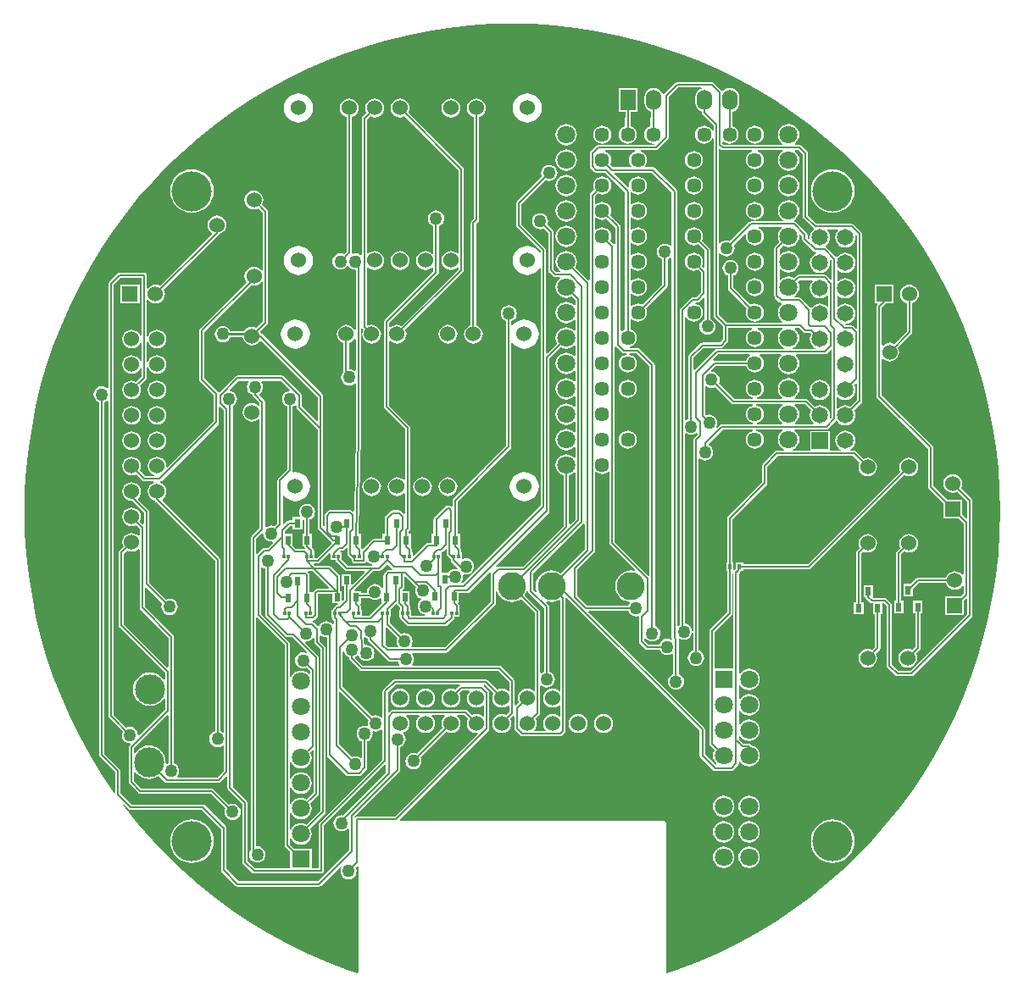
<source format=gtl>
G04 Layer_Physical_Order=1*
G04 Layer_Color=25308*
%FSLAX24Y24*%
%MOIN*%
G70*
G01*
G75*
%ADD10R,0.0140X0.0200*%
%ADD11R,0.0118X0.0157*%
%ADD12R,0.0236X0.0354*%
%ADD13R,0.0236X0.0354*%
%ADD14C,0.0100*%
%ADD15C,0.0071*%
%ADD16C,0.0600*%
%ADD17R,0.0600X0.0600*%
%ADD18C,0.0709*%
%ADD19R,0.0709X0.0709*%
%ADD20C,0.0709*%
%ADD21O,0.0600X0.0800*%
%ADD22R,0.0600X0.0800*%
%ADD23C,0.1102*%
%ADD24C,0.1575*%
%ADD25C,0.0570*%
%ADD26R,0.0650X0.0650*%
%ADD27C,0.0650*%
%ADD28C,0.1181*%
%ADD29R,0.0600X0.0600*%
%ADD30C,0.0500*%
G36*
X10521Y37870D02*
X10536Y37865D01*
Y35570D01*
X10536Y35570D01*
X10544Y35530D01*
X10566Y35496D01*
X11676Y34387D01*
Y33237D01*
X11629Y33218D01*
X9930Y34917D01*
Y37696D01*
X10052Y37818D01*
X10133Y37784D01*
X10228Y37772D01*
X10324Y37784D01*
X10413Y37821D01*
X10486Y37877D01*
X10521Y37870D01*
D02*
G37*
G36*
X15402Y38478D02*
X15411Y38407D01*
X15443Y38330D01*
X15494Y38264D01*
X15560Y38213D01*
X15637Y38181D01*
X15720Y38170D01*
X15757Y38175D01*
X15780Y38128D01*
X15585Y37932D01*
X15458D01*
X15418Y37924D01*
X15384Y37902D01*
X15165Y37682D01*
X15132Y37690D01*
X15115Y37701D01*
Y38262D01*
X15356Y38503D01*
X15402Y38478D01*
D02*
G37*
G36*
X18726Y37912D02*
Y37680D01*
X18726Y37680D01*
X18734Y37640D01*
X18756Y37606D01*
X18846Y37516D01*
X18846Y37516D01*
X18873Y37498D01*
Y37453D01*
X18895D01*
Y37417D01*
X18903Y37377D01*
X18925Y37343D01*
X18959Y37321D01*
X18999Y37313D01*
X19351D01*
X19391Y37321D01*
X19425Y37343D01*
X19448Y37377D01*
X19449Y37383D01*
X19502Y37395D01*
X19534Y37354D01*
X19600Y37303D01*
X19677Y37271D01*
X19681Y37271D01*
X19695Y37218D01*
X19690Y37214D01*
X19690Y37214D01*
X18736D01*
X18489Y37462D01*
Y37744D01*
X18453D01*
X18428Y37794D01*
X18443Y37813D01*
X18518D01*
X18518Y37813D01*
X18558Y37821D01*
X18592Y37844D01*
X18679Y37931D01*
X18726Y37912D01*
D02*
G37*
G36*
X16440Y44147D02*
X16422Y44095D01*
X16374Y44088D01*
X16297Y44056D01*
X16231Y44006D01*
X16180Y43939D01*
X16148Y43862D01*
X16137Y43780D01*
X16148Y43697D01*
X16180Y43620D01*
X16231Y43553D01*
X16297Y43503D01*
X16352Y43480D01*
Y41021D01*
X15993Y40662D01*
X15971Y40628D01*
X15963Y40588D01*
X15963Y40588D01*
Y38880D01*
X15858Y38776D01*
X15803Y38799D01*
X15720Y38810D01*
X15637Y38799D01*
X15560Y38767D01*
X15522Y38738D01*
X15472Y38762D01*
Y43662D01*
X15472Y43662D01*
X15464Y43702D01*
X15441Y43736D01*
X15248Y43930D01*
X15258Y43990D01*
X15305Y44026D01*
X15356Y44092D01*
X15388Y44169D01*
X15398Y44252D01*
X15388Y44335D01*
X15356Y44412D01*
X15326Y44450D01*
X15351Y44500D01*
X16087D01*
X16440Y44147D01*
D02*
G37*
G36*
X17022Y39024D02*
Y38472D01*
X16941D01*
Y37984D01*
X17024D01*
X17030Y37954D01*
X17047Y37928D01*
X17038Y37904D01*
X17020Y37882D01*
X17009Y37884D01*
X17009Y37884D01*
X16683D01*
X16563Y38005D01*
Y38472D01*
X16244D01*
Y38588D01*
X16452Y38796D01*
X16567D01*
Y38654D01*
X16937D01*
Y39021D01*
X16979Y39045D01*
X17022Y39024D01*
D02*
G37*
G36*
X22626Y37873D02*
Y37680D01*
X22626Y37680D01*
X22634Y37640D01*
X22656Y37606D01*
X22746Y37516D01*
X22746Y37516D01*
X22771Y37500D01*
Y37453D01*
X22771Y37453D01*
Y37453D01*
X22771Y37453D01*
X22771D01*
X22771Y37453D01*
X22797Y37415D01*
X22797Y37414D01*
X22800Y37400D01*
X22823Y37366D01*
X23063Y37126D01*
X23063Y37126D01*
X23051Y37105D01*
X23033Y37084D01*
X23023Y37089D01*
X22940Y37100D01*
X22857Y37089D01*
X22780Y37057D01*
X22714Y37006D01*
X22663Y36940D01*
X22662Y36937D01*
X22446D01*
X22405Y36958D01*
X22405Y36958D01*
Y37453D01*
X22426D01*
Y37714D01*
X22426Y37744D01*
X22462Y37778D01*
X22474Y37786D01*
X22579Y37892D01*
X22626Y37873D01*
D02*
G37*
G36*
X28018Y38872D02*
X28036Y38860D01*
Y37860D01*
X27098Y36923D01*
X27085Y36934D01*
X26978Y36991D01*
X26861Y37026D01*
X26740Y37038D01*
X26619Y37026D01*
X26502Y36991D01*
X26395Y36934D01*
X26301Y36857D01*
X26224Y36762D01*
X26166Y36655D01*
X26131Y36538D01*
X26119Y36417D01*
X26131Y36296D01*
X26152Y36226D01*
X26108Y36200D01*
X26034Y36273D01*
Y36928D01*
X27986Y38879D01*
X28018Y38872D01*
D02*
G37*
G36*
X29276Y45846D02*
X29506Y45616D01*
X29540Y45594D01*
X29580Y45586D01*
X29672D01*
X29675Y45536D01*
X29646Y45532D01*
X29561Y45496D01*
X29487Y45440D01*
X29431Y45366D01*
X29395Y45281D01*
X29383Y45189D01*
X29395Y45097D01*
X29431Y45012D01*
X29487Y44938D01*
X29561Y44882D01*
X29646Y44846D01*
X29738Y44834D01*
X29830Y44846D01*
X29916Y44882D01*
X29989Y44938D01*
X30046Y45012D01*
X30081Y45097D01*
X30093Y45189D01*
X30081Y45281D01*
X30046Y45366D01*
X29989Y45440D01*
X29916Y45496D01*
X29830Y45532D01*
X29801Y45536D01*
X29805Y45586D01*
X30087D01*
X30596Y45077D01*
Y36853D01*
X30546Y36832D01*
X29224Y38153D01*
Y45834D01*
X29274Y45849D01*
X29276Y45846D01*
D02*
G37*
G36*
X28555Y40882D02*
X28640Y40846D01*
X28732Y40834D01*
X28824Y40846D01*
X28910Y40882D01*
X28966Y40924D01*
X29016Y40902D01*
Y38110D01*
X29016Y38110D01*
X29024Y38070D01*
X29046Y38036D01*
X30016Y37066D01*
X29991Y37023D01*
X29979Y37026D01*
X29858Y37038D01*
X29737Y37026D01*
X29621Y36991D01*
X29513Y36934D01*
X29419Y36857D01*
X29342Y36762D01*
X29284Y36655D01*
X29249Y36538D01*
X29237Y36417D01*
X29249Y36296D01*
X29284Y36180D01*
X29342Y36072D01*
X29419Y35978D01*
X29513Y35901D01*
X29621Y35844D01*
X29737Y35808D01*
X29791Y35803D01*
X29814Y35750D01*
X29783Y35710D01*
X29760Y35654D01*
X28138D01*
X27750Y36042D01*
Y37085D01*
X28414Y37748D01*
X28436Y37782D01*
X28444Y37822D01*
X28444Y37822D01*
Y40910D01*
X28494Y40928D01*
X28555Y40882D01*
D02*
G37*
G36*
X18046Y37691D02*
Y37453D01*
X18212D01*
X18259Y37440D01*
X18267Y37400D01*
X18289Y37366D01*
X18619Y37036D01*
X18619Y37036D01*
X18653Y37014D01*
X18693Y37006D01*
X19373D01*
X19392Y36959D01*
X18912Y36480D01*
X18866Y36499D01*
Y36898D01*
X18496D01*
Y36409D01*
X18577D01*
Y35883D01*
X18538Y35845D01*
X18492Y35864D01*
Y36228D01*
X18411D01*
Y36800D01*
X18404Y36840D01*
X18381Y36874D01*
X18381Y36874D01*
X18061Y37194D01*
X18027Y37216D01*
X17987Y37224D01*
X17987Y37224D01*
X17442D01*
X17400Y37267D01*
X17419Y37313D01*
X17554D01*
X17554Y37313D01*
X17594Y37321D01*
X17628Y37343D01*
X17996Y37712D01*
X18046Y37691D01*
D02*
G37*
G36*
X20489Y37096D02*
X20489Y37096D01*
X20491Y37094D01*
X20476Y37044D01*
X20320D01*
X20320Y37044D01*
X20287Y37038D01*
X20280Y37036D01*
X20246Y37014D01*
X20246Y37014D01*
X20162Y36930D01*
X20140Y36896D01*
X20132Y36856D01*
X20132Y36856D01*
Y36348D01*
X20082Y36338D01*
X20077Y36350D01*
X20026Y36416D01*
X19960Y36467D01*
X19883Y36499D01*
X19800Y36510D01*
X19717Y36499D01*
X19640Y36467D01*
X19574Y36416D01*
X19523Y36350D01*
X19491Y36273D01*
X19480Y36190D01*
X19481Y36182D01*
X19448Y36144D01*
X19240D01*
Y36228D01*
X19021D01*
X19002Y36275D01*
X19733Y37006D01*
X19962D01*
X19962Y37006D01*
X20002Y37014D01*
X20036Y37036D01*
X20292Y37292D01*
X20489Y37096D01*
D02*
G37*
G36*
X36952Y43337D02*
X36913Y43244D01*
X36900Y43142D01*
X36913Y43039D01*
X36953Y42944D01*
X37016Y42862D01*
X37039Y42844D01*
X37022Y42794D01*
X36333D01*
X36316Y42844D01*
X36363Y42881D01*
X36431Y42969D01*
X36473Y43071D01*
X36488Y43181D01*
X36473Y43291D01*
X36431Y43394D01*
X36363Y43482D01*
X36293Y43536D01*
X36310Y43586D01*
X36704D01*
X36952Y43337D01*
D02*
G37*
G36*
X35833Y43536D02*
X35763Y43482D01*
X35695Y43394D01*
X35653Y43291D01*
X35638Y43181D01*
X35653Y43071D01*
X35695Y42969D01*
X35763Y42881D01*
X35810Y42844D01*
X35793Y42794D01*
X34814D01*
X34811Y42844D01*
X34824Y42846D01*
X34910Y42882D01*
X34983Y42938D01*
X35040Y43011D01*
X35075Y43097D01*
X35087Y43189D01*
X35075Y43281D01*
X35040Y43366D01*
X34983Y43440D01*
X34910Y43496D01*
X34824Y43532D01*
X34795Y43536D01*
X34799Y43586D01*
X35816D01*
X35833Y43536D01*
D02*
G37*
G36*
X14831Y44450D02*
X14802Y44412D01*
X14770Y44335D01*
X14759Y44252D01*
X14770Y44169D01*
X14802Y44092D01*
X14853Y44026D01*
X14919Y43975D01*
X14974Y43952D01*
Y43951D01*
X14974Y43951D01*
X14982Y43911D01*
X15005Y43877D01*
X15263Y43619D01*
Y43547D01*
X15213Y43532D01*
X15146Y43584D01*
X15056Y43621D01*
X14961Y43634D01*
X14865Y43621D01*
X14776Y43584D01*
X14699Y43525D01*
X14640Y43449D01*
X14603Y43360D01*
X14591Y43264D01*
X14603Y43168D01*
X14640Y43079D01*
X14699Y43002D01*
X14776Y42943D01*
X14865Y42906D01*
X14961Y42894D01*
X15056Y42906D01*
X15146Y42943D01*
X15213Y42995D01*
X15263Y42981D01*
Y38706D01*
X14936Y38379D01*
X14914Y38345D01*
X14906Y38305D01*
X14906Y38305D01*
Y26036D01*
X14893Y26020D01*
X14861Y25943D01*
X14850Y25860D01*
X14861Y25777D01*
X14893Y25700D01*
X14944Y25634D01*
X15010Y25583D01*
X15087Y25551D01*
X15170Y25540D01*
X15253Y25551D01*
X15330Y25583D01*
X15396Y25634D01*
X15447Y25700D01*
X15479Y25777D01*
X15490Y25860D01*
X15479Y25943D01*
X15447Y26020D01*
X15396Y26086D01*
X15330Y26137D01*
X15253Y26169D01*
X15170Y26180D01*
X15152Y26177D01*
X15115Y26210D01*
Y35168D01*
X15132Y35179D01*
X15165Y35187D01*
X16246Y34106D01*
Y26209D01*
X16246Y26209D01*
X16254Y26169D01*
X16276Y26135D01*
X16468Y25943D01*
Y25314D01*
X15083D01*
X14792Y25605D01*
Y27892D01*
X14792Y27892D01*
X14786Y27926D01*
X14784Y27932D01*
X14762Y27966D01*
X14762Y27966D01*
X14205Y28523D01*
Y43498D01*
X14215Y43503D01*
X14281Y43553D01*
X14332Y43620D01*
X14364Y43697D01*
X14375Y43780D01*
X14364Y43862D01*
X14332Y43939D01*
X14281Y44006D01*
X14215Y44056D01*
X14138Y44088D01*
X14090Y44095D01*
X14072Y44147D01*
X14425Y44500D01*
X14807D01*
X14831Y44450D01*
D02*
G37*
G36*
X19004Y46147D02*
X19036Y46134D01*
Y44906D01*
X18986Y44882D01*
X18940Y44917D01*
X18863Y44949D01*
X18780Y44960D01*
X18774Y44965D01*
Y45985D01*
X18854Y46018D01*
X18931Y46077D01*
X18986Y46148D01*
X19004Y46147D01*
D02*
G37*
G36*
X38756Y44390D02*
Y43750D01*
X38491Y43485D01*
X38398Y43524D01*
X38295Y43537D01*
X38193Y43524D01*
X38098Y43484D01*
X38016Y43421D01*
X38012Y43417D01*
X37965Y43433D01*
Y43851D01*
X38012Y43867D01*
X38016Y43862D01*
X38098Y43799D01*
X38193Y43760D01*
X38295Y43746D01*
X38398Y43760D01*
X38493Y43799D01*
X38575Y43862D01*
X38638Y43944D01*
X38677Y44039D01*
X38691Y44142D01*
X38677Y44244D01*
X38638Y44337D01*
X38710Y44409D01*
X38756Y44390D01*
D02*
G37*
G36*
X32870Y44263D02*
X32947Y44231D01*
X33030Y44220D01*
X33113Y44231D01*
X33168Y44254D01*
X33806Y43616D01*
X33806Y43616D01*
X33829Y43601D01*
X33840Y43594D01*
X33880Y43586D01*
X33880Y43586D01*
X34666D01*
X34669Y43536D01*
X34640Y43532D01*
X34555Y43496D01*
X34481Y43440D01*
X34425Y43366D01*
X34389Y43281D01*
X34377Y43189D01*
X34389Y43097D01*
X34425Y43011D01*
X34481Y42938D01*
X34555Y42882D01*
X34640Y42846D01*
X34654Y42844D01*
X34650Y42794D01*
X33430D01*
X33430Y42794D01*
X33397Y42788D01*
X33390Y42786D01*
X33356Y42764D01*
X33356Y42764D01*
X33258Y42666D01*
X33217Y42690D01*
X33249Y42767D01*
X33260Y42850D01*
X33249Y42933D01*
X33217Y43010D01*
X33166Y43076D01*
X33100Y43127D01*
X33023Y43159D01*
X32940Y43170D01*
X32857Y43159D01*
X32815Y43141D01*
X32774Y43174D01*
Y44274D01*
X32824Y44298D01*
X32870Y44263D01*
D02*
G37*
G36*
X16705Y43507D02*
Y43467D01*
X16705Y43467D01*
X16713Y43427D01*
X16735Y43393D01*
X17556Y42572D01*
Y38720D01*
X17556Y38720D01*
X17564Y38680D01*
X17586Y38646D01*
X18076Y38157D01*
X18086Y38096D01*
X17511Y37522D01*
X17426D01*
Y37744D01*
X17405D01*
Y37820D01*
X17397Y37860D01*
X17374Y37894D01*
X17374Y37894D01*
X17328Y37940D01*
X17311Y37984D01*
X17311D01*
X17311Y37984D01*
Y38472D01*
X17230D01*
Y39040D01*
X17286Y39063D01*
X17352Y39114D01*
X17403Y39180D01*
X17435Y39257D01*
X17446Y39340D01*
X17435Y39423D01*
X17403Y39500D01*
X17352Y39566D01*
X17286Y39617D01*
X17209Y39649D01*
X17126Y39660D01*
X17043Y39649D01*
X16966Y39617D01*
X16900Y39566D01*
X16849Y39500D01*
X16817Y39423D01*
X16806Y39340D01*
X16817Y39257D01*
X16844Y39192D01*
X16822Y39142D01*
X16567D01*
Y39004D01*
X16409D01*
X16409Y39004D01*
X16376Y38998D01*
X16369Y38996D01*
X16335Y38974D01*
X16221Y38860D01*
X16171Y38881D01*
Y39974D01*
X16221Y39991D01*
X16265Y39934D01*
X16383Y39843D01*
X16521Y39786D01*
X16669Y39767D01*
X16817Y39786D01*
X16955Y39843D01*
X17074Y39934D01*
X17165Y40053D01*
X17222Y40191D01*
X17241Y40339D01*
X17222Y40487D01*
X17165Y40624D01*
X17074Y40743D01*
X16955Y40834D01*
X16817Y40891D01*
X16669Y40910D01*
X16588Y40900D01*
X16570Y40919D01*
X16554Y40945D01*
X16561Y40978D01*
X16561Y40978D01*
Y43480D01*
X16617Y43503D01*
X16655Y43532D01*
X16705Y43507D01*
D02*
G37*
G36*
X27676Y40871D02*
Y39059D01*
X27473Y38857D01*
X27427Y38876D01*
Y40770D01*
X27433Y40771D01*
X27535Y40813D01*
X27623Y40881D01*
X27628Y40887D01*
X27676Y40871D01*
D02*
G37*
G36*
X35833Y42536D02*
X35763Y42482D01*
X35695Y42394D01*
X35653Y42291D01*
X35638Y42181D01*
X35653Y42071D01*
X35695Y41969D01*
X35763Y41881D01*
X35851Y41813D01*
X35896Y41794D01*
X35886Y41744D01*
X35600D01*
X35600Y41744D01*
X35560Y41736D01*
X35549Y41729D01*
X35526Y41714D01*
X35526Y41714D01*
X35046Y41234D01*
X35024Y41200D01*
X35016Y41160D01*
X35016Y41160D01*
Y40513D01*
X33666Y39164D01*
X33644Y39130D01*
X33636Y39090D01*
X33636Y39090D01*
Y37353D01*
X33603D01*
Y37019D01*
X33636D01*
Y35393D01*
X32966Y34724D01*
X32944Y34690D01*
X32936Y34650D01*
X32936Y34650D01*
Y30220D01*
X32936Y30220D01*
X32944Y30180D01*
X32966Y30146D01*
X33139Y29973D01*
X33136Y29968D01*
X33094Y29866D01*
X33079Y29756D01*
X33094Y29646D01*
X33136Y29543D01*
X33203Y29455D01*
X33223Y29441D01*
X33210Y29387D01*
X33194Y29384D01*
X32774Y29803D01*
Y30780D01*
X32766Y30820D01*
X32744Y30854D01*
X32744Y30854D01*
X28198Y35399D01*
X28217Y35446D01*
X29760D01*
X29783Y35390D01*
X29834Y35324D01*
X29900Y35273D01*
X29977Y35241D01*
X30060Y35230D01*
X30143Y35241D01*
X30146Y35243D01*
X30150Y35241D01*
X30190Y35207D01*
Y34240D01*
X30190Y34240D01*
X30198Y34200D01*
X30220Y34166D01*
X30430Y33956D01*
X30464Y33934D01*
X30471Y33932D01*
X30504Y33926D01*
X30504Y33926D01*
X30980D01*
X31003Y33870D01*
X31054Y33804D01*
X31120Y33753D01*
X31197Y33721D01*
X31280Y33710D01*
X31363Y33721D01*
X31440Y33753D01*
X31478Y33783D01*
X31528Y33758D01*
Y32967D01*
X31473Y32944D01*
X31407Y32893D01*
X31356Y32827D01*
X31324Y32750D01*
X31313Y32667D01*
X31324Y32585D01*
X31356Y32508D01*
X31407Y32441D01*
X31473Y32390D01*
X31550Y32359D01*
X31633Y32348D01*
X31715Y32359D01*
X31792Y32390D01*
X31859Y32441D01*
X31909Y32508D01*
X31941Y32585D01*
X31952Y32667D01*
X31941Y32750D01*
X31909Y32827D01*
X31859Y32893D01*
X31792Y32944D01*
X31737Y32967D01*
Y34319D01*
X31737Y34319D01*
X31734Y34333D01*
X31780Y34361D01*
X31790Y34353D01*
X31867Y34321D01*
X31950Y34310D01*
X32033Y34321D01*
X32110Y34353D01*
X32176Y34404D01*
X32227Y34470D01*
X32259Y34547D01*
X32266Y34599D01*
X32316Y34596D01*
Y33900D01*
X32260Y33877D01*
X32194Y33826D01*
X32143Y33760D01*
X32111Y33683D01*
X32100Y33600D01*
X32111Y33517D01*
X32143Y33440D01*
X32194Y33374D01*
X32260Y33323D01*
X32337Y33291D01*
X32420Y33280D01*
X32503Y33291D01*
X32580Y33323D01*
X32646Y33374D01*
X32697Y33440D01*
X32729Y33517D01*
X32740Y33600D01*
X32729Y33683D01*
X32697Y33760D01*
X32646Y33826D01*
X32580Y33877D01*
X32524Y33900D01*
Y41414D01*
X32574Y41438D01*
X32620Y41403D01*
X32697Y41371D01*
X32780Y41360D01*
X32863Y41371D01*
X32940Y41403D01*
X33006Y41454D01*
X33057Y41520D01*
X33089Y41597D01*
X33100Y41680D01*
X33089Y41763D01*
X33057Y41840D01*
X33006Y41906D01*
X32940Y41957D01*
X32922Y41964D01*
X32911Y42023D01*
X33473Y42586D01*
X34666D01*
X34669Y42536D01*
X34640Y42532D01*
X34555Y42496D01*
X34481Y42440D01*
X34425Y42366D01*
X34389Y42281D01*
X34377Y42189D01*
X34389Y42097D01*
X34425Y42011D01*
X34481Y41938D01*
X34555Y41882D01*
X34640Y41846D01*
X34732Y41834D01*
X34824Y41846D01*
X34910Y41882D01*
X34983Y41938D01*
X35040Y42011D01*
X35075Y42097D01*
X35087Y42189D01*
X35075Y42281D01*
X35040Y42366D01*
X34983Y42440D01*
X34910Y42496D01*
X34824Y42532D01*
X34795Y42536D01*
X34799Y42586D01*
X35816D01*
X35833Y42536D01*
D02*
G37*
G36*
X26034Y58536D02*
X26869Y58482D01*
X27701Y58391D01*
X28528Y58263D01*
X29349Y58100D01*
X30162Y57901D01*
X30966Y57667D01*
X31758Y57398D01*
X32538Y57094D01*
X33305Y56757D01*
X34055Y56387D01*
X34789Y55984D01*
X35505Y55550D01*
X36201Y55085D01*
X36876Y54590D01*
X37528Y54066D01*
X38158Y53514D01*
X38762Y52936D01*
X39341Y52331D01*
X39893Y51702D01*
X40417Y51049D01*
X40912Y50374D01*
X41377Y49678D01*
X41811Y48962D01*
X42214Y48229D01*
X42584Y47478D01*
X42921Y46712D01*
X43224Y45932D01*
X43494Y45139D01*
X43728Y44335D01*
X43927Y43522D01*
X44090Y42701D01*
X44217Y41874D01*
X44308Y41042D01*
X44363Y40207D01*
X44381Y39370D01*
X44363Y38533D01*
X44308Y37698D01*
X44217Y36866D01*
X44090Y36039D01*
X43927Y35218D01*
X43728Y34405D01*
X43494Y33601D01*
X43224Y32809D01*
X42921Y32028D01*
X42584Y31262D01*
X42214Y30512D01*
X41811Y29778D01*
X41377Y29062D01*
X40912Y28366D01*
X40417Y27691D01*
X39893Y27038D01*
X39341Y26409D01*
X38762Y25805D01*
X38158Y25226D01*
X37528Y24674D01*
X36876Y24150D01*
X36201Y23655D01*
X35505Y23190D01*
X34789Y22756D01*
X34055Y22353D01*
X33305Y21983D01*
X32538Y21646D01*
X31758Y21342D01*
X31298Y21186D01*
X31257Y21215D01*
Y21629D01*
X31250Y21665D01*
Y27087D01*
X31242Y27128D01*
X31218Y27163D01*
X31183Y27187D01*
X31142Y27195D01*
X20795D01*
X20775Y27241D01*
X24264Y30730D01*
X24286Y30763D01*
X24294Y30803D01*
X24294Y30803D01*
Y32228D01*
X24294Y32228D01*
X24286Y32268D01*
X24279Y32279D01*
X24264Y32302D01*
X24264Y32302D01*
X24083Y32483D01*
X24088Y32519D01*
X24097Y32536D01*
X24116Y32540D01*
X24463Y32192D01*
X24430Y32112D01*
X24417Y32016D01*
X24430Y31920D01*
X24467Y31831D01*
X24526Y31754D01*
X24602Y31695D01*
X24692Y31658D01*
X24787Y31646D01*
X24883Y31658D01*
X24972Y31695D01*
X25036Y31744D01*
X25086Y31725D01*
Y31462D01*
X24964Y31340D01*
X24883Y31373D01*
X24787Y31386D01*
X24692Y31373D01*
X24602Y31336D01*
X24526Y31277D01*
X24467Y31201D01*
X24430Y31112D01*
X24417Y31016D01*
X24430Y30920D01*
X24467Y30831D01*
X24526Y30754D01*
X24602Y30695D01*
X24692Y30658D01*
X24787Y30646D01*
X24883Y30658D01*
X24972Y30695D01*
X25049Y30754D01*
X25108Y30831D01*
X25145Y30920D01*
X25157Y31016D01*
X25145Y31112D01*
X25111Y31192D01*
X25226Y31306D01*
X25276Y31286D01*
Y30830D01*
X25276Y30830D01*
X25284Y30790D01*
X25306Y30756D01*
X25526Y30536D01*
X25560Y30514D01*
X25600Y30506D01*
X25600Y30506D01*
X27080D01*
X27080Y30506D01*
X27120Y30514D01*
X27154Y30536D01*
X27264Y30646D01*
X27264Y30646D01*
X27286Y30680D01*
X27294Y30720D01*
Y35937D01*
X27344Y35958D01*
X32566Y30737D01*
Y29760D01*
X32566Y29760D01*
X32574Y29720D01*
X32596Y29686D01*
X33096Y29186D01*
X33096Y29186D01*
X33130Y29164D01*
X33137Y29162D01*
X33170Y29156D01*
X33170Y29156D01*
X33820D01*
X33820Y29156D01*
X33860Y29164D01*
X33894Y29186D01*
X34074Y29366D01*
X34074Y29366D01*
X34096Y29400D01*
X34104Y29440D01*
Y29503D01*
X34154Y29519D01*
X34203Y29455D01*
X34291Y29388D01*
X34394Y29345D01*
X34504Y29331D01*
X34614Y29345D01*
X34716Y29388D01*
X34804Y29455D01*
X34872Y29543D01*
X34914Y29646D01*
X34929Y29756D01*
X34914Y29866D01*
X34872Y29968D01*
X34804Y30056D01*
X34716Y30124D01*
X34614Y30166D01*
X34594Y30169D01*
X34578Y30194D01*
X34544Y30216D01*
X34504Y30224D01*
X34283D01*
X34114Y30394D01*
X34104Y30400D01*
Y30503D01*
X34154Y30519D01*
X34203Y30455D01*
X34291Y30388D01*
X34394Y30345D01*
X34504Y30331D01*
X34614Y30345D01*
X34716Y30388D01*
X34804Y30455D01*
X34872Y30543D01*
X34914Y30646D01*
X34929Y30756D01*
X34914Y30866D01*
X34872Y30968D01*
X34804Y31056D01*
X34716Y31124D01*
X34614Y31166D01*
X34504Y31181D01*
X34394Y31166D01*
X34291Y31124D01*
X34203Y31056D01*
X34154Y30992D01*
X34104Y31009D01*
Y31503D01*
X34154Y31519D01*
X34203Y31455D01*
X34291Y31388D01*
X34394Y31345D01*
X34504Y31331D01*
X34614Y31345D01*
X34716Y31388D01*
X34804Y31455D01*
X34872Y31543D01*
X34914Y31646D01*
X34929Y31756D01*
X34914Y31866D01*
X34872Y31968D01*
X34804Y32056D01*
X34716Y32124D01*
X34614Y32166D01*
X34504Y32181D01*
X34394Y32166D01*
X34291Y32124D01*
X34203Y32056D01*
X34154Y31992D01*
X34104Y32009D01*
Y32503D01*
X34154Y32519D01*
X34203Y32455D01*
X34291Y32388D01*
X34394Y32345D01*
X34504Y32331D01*
X34614Y32345D01*
X34716Y32388D01*
X34804Y32455D01*
X34872Y32543D01*
X34914Y32646D01*
X34929Y32756D01*
X34914Y32866D01*
X34872Y32968D01*
X34804Y33056D01*
X34716Y33124D01*
X34614Y33166D01*
X34504Y33181D01*
X34394Y33166D01*
X34291Y33124D01*
X34203Y33056D01*
X34154Y32992D01*
X34104Y33009D01*
Y36896D01*
X34114Y36902D01*
X34136Y36936D01*
X34144Y36972D01*
X34191Y37019D01*
X34271D01*
Y37076D01*
X36861D01*
X36861Y37076D01*
X36901Y37084D01*
X36935Y37106D01*
X40611Y40782D01*
X40692Y40749D01*
X40787Y40736D01*
X40883Y40749D01*
X40972Y40786D01*
X41049Y40845D01*
X41108Y40921D01*
X41145Y41011D01*
X41157Y41106D01*
X41145Y41202D01*
X41108Y41291D01*
X41049Y41368D01*
X40972Y41427D01*
X40883Y41464D01*
X40787Y41476D01*
X40692Y41464D01*
X40602Y41427D01*
X40526Y41368D01*
X40467Y41291D01*
X40430Y41202D01*
X40417Y41106D01*
X40430Y41011D01*
X40463Y40930D01*
X36818Y37284D01*
X34271D01*
Y37353D01*
X33997D01*
Y37121D01*
X33966Y37090D01*
X33950Y37066D01*
X33927Y37051D01*
X33921Y37052D01*
X33877Y37067D01*
Y37353D01*
X33845D01*
Y39047D01*
X35194Y40396D01*
X35194Y40396D01*
X35216Y40430D01*
X35224Y40470D01*
Y41117D01*
X35643Y41536D01*
X38596D01*
X38849Y41283D01*
X38816Y41202D01*
X38803Y41106D01*
X38816Y41011D01*
X38853Y40921D01*
X38912Y40845D01*
X38988Y40786D01*
X39077Y40749D01*
X39173Y40736D01*
X39269Y40749D01*
X39358Y40786D01*
X39435Y40845D01*
X39494Y40921D01*
X39531Y41011D01*
X39543Y41106D01*
X39531Y41202D01*
X39494Y41291D01*
X39435Y41368D01*
X39358Y41427D01*
X39269Y41464D01*
X39173Y41476D01*
X39077Y41464D01*
X38997Y41430D01*
X38713Y41714D01*
X38679Y41736D01*
X38640Y41744D01*
X38640Y41744D01*
X38491D01*
X38481Y41794D01*
X38493Y41799D01*
X38575Y41862D01*
X38638Y41944D01*
X38677Y42039D01*
X38691Y42142D01*
X38677Y42244D01*
X38638Y42339D01*
X38575Y42421D01*
X38493Y42484D01*
X38398Y42524D01*
X38295Y42537D01*
X38193Y42524D01*
X38098Y42484D01*
X38016Y42421D01*
X37953Y42339D01*
X37913Y42244D01*
X37900Y42142D01*
X37913Y42039D01*
X37953Y41944D01*
X38016Y41862D01*
X38098Y41799D01*
X38110Y41794D01*
X38100Y41744D01*
X37735D01*
X37687Y41750D01*
X37687Y41794D01*
Y42534D01*
X36903D01*
Y41794D01*
X36903Y41750D01*
X36856Y41744D01*
X36240D01*
X36230Y41794D01*
X36275Y41813D01*
X36363Y41881D01*
X36431Y41969D01*
X36473Y42071D01*
X36488Y42181D01*
X36473Y42291D01*
X36431Y42394D01*
X36363Y42482D01*
X36293Y42536D01*
X36310Y42586D01*
X37540D01*
X37540Y42586D01*
X37580Y42594D01*
X37614Y42616D01*
X37913Y42915D01*
X37972Y42915D01*
X37978Y42912D01*
X38016Y42862D01*
X38098Y42799D01*
X38193Y42760D01*
X38295Y42746D01*
X38398Y42760D01*
X38493Y42799D01*
X38575Y42862D01*
X38638Y42944D01*
X38677Y43039D01*
X38691Y43142D01*
X38677Y43244D01*
X38638Y43337D01*
X38934Y43633D01*
X38934Y43633D01*
X38957Y43667D01*
X38965Y43707D01*
Y50270D01*
X38965Y50270D01*
X38958Y50303D01*
X38957Y50309D01*
X38934Y50343D01*
X38934Y50343D01*
X38634Y50644D01*
X38600Y50666D01*
X38560Y50674D01*
X38560Y50674D01*
X37163D01*
X36834Y51003D01*
Y53440D01*
X36826Y53480D01*
X36804Y53514D01*
X36804Y53514D01*
X36564Y53754D01*
X36530Y53776D01*
X36490Y53784D01*
X36490Y53784D01*
X36320D01*
X36303Y53834D01*
X36363Y53881D01*
X36431Y53969D01*
X36473Y54071D01*
X36488Y54181D01*
X36473Y54291D01*
X36431Y54394D01*
X36363Y54482D01*
X36275Y54549D01*
X36173Y54592D01*
X36063Y54606D01*
X35953Y54592D01*
X35851Y54549D01*
X35763Y54482D01*
X35695Y54394D01*
X35653Y54291D01*
X35638Y54181D01*
X35653Y54071D01*
X35695Y53969D01*
X35763Y53881D01*
X35823Y53834D01*
X35806Y53784D01*
X33514D01*
X33455Y53843D01*
Y53901D01*
X33505Y53924D01*
X33561Y53882D01*
X33646Y53846D01*
X33738Y53834D01*
X33830Y53846D01*
X33916Y53882D01*
X33989Y53938D01*
X34046Y54012D01*
X34081Y54097D01*
X34093Y54189D01*
X34081Y54281D01*
X34046Y54366D01*
X33989Y54440D01*
X33916Y54496D01*
X33843Y54527D01*
Y54809D01*
X33860Y54836D01*
X33862Y54842D01*
X33868Y54875D01*
X33868Y54875D01*
Y55097D01*
X33949Y55131D01*
X34025Y55189D01*
X34084Y55266D01*
X34121Y55355D01*
X34134Y55451D01*
Y55651D01*
X34121Y55747D01*
X34084Y55836D01*
X34025Y55913D01*
X33949Y55972D01*
X33860Y56009D01*
X33764Y56021D01*
X33668Y56009D01*
X33579Y55972D01*
X33502Y55913D01*
X33497Y55906D01*
X33482Y55904D01*
X33440Y55910D01*
X33425Y55933D01*
X33425Y55933D01*
X33134Y56224D01*
X33100Y56246D01*
X33060Y56254D01*
X33060Y56254D01*
X31680D01*
X31680Y56254D01*
X31647Y56248D01*
X31640Y56246D01*
X31606Y56224D01*
X31606Y56224D01*
X31186Y55804D01*
X31165Y55772D01*
X31153Y55770D01*
X31112Y55769D01*
X31084Y55836D01*
X31025Y55913D01*
X30949Y55972D01*
X30860Y56009D01*
X30764Y56021D01*
X30668Y56009D01*
X30579Y55972D01*
X30502Y55913D01*
X30443Y55836D01*
X30406Y55747D01*
X30394Y55651D01*
Y55451D01*
X30406Y55355D01*
X30443Y55266D01*
X30502Y55189D01*
X30579Y55131D01*
X30659Y55097D01*
Y54916D01*
X30642Y54890D01*
X30634Y54850D01*
X30634Y54850D01*
Y54527D01*
X30561Y54496D01*
X30487Y54440D01*
X30431Y54366D01*
X30395Y54281D01*
X30383Y54189D01*
X30395Y54097D01*
X30431Y54012D01*
X30487Y53938D01*
X30561Y53882D01*
X30646Y53846D01*
X30738Y53834D01*
X30750Y53836D01*
X30780Y53789D01*
X30777Y53784D01*
X28580D01*
X28540Y53776D01*
X28506Y53754D01*
X28506Y53754D01*
X28266Y53514D01*
X28244Y53480D01*
X28236Y53440D01*
X28236Y53440D01*
Y52960D01*
X28236Y52960D01*
X28244Y52920D01*
X28266Y52886D01*
X28426Y52726D01*
X28426Y52726D01*
X28460Y52704D01*
X28500Y52696D01*
X28857D01*
X29634Y51918D01*
Y46527D01*
X29561Y46496D01*
X29504Y46453D01*
X29454Y46475D01*
Y50571D01*
X29454Y50571D01*
X29446Y50611D01*
X29424Y50645D01*
X29045Y51024D01*
X29075Y51097D01*
X29087Y51189D01*
X29075Y51281D01*
X29040Y51366D01*
X28983Y51440D01*
X28910Y51496D01*
X28824Y51532D01*
X28732Y51544D01*
X28640Y51532D01*
X28555Y51496D01*
X28494Y51450D01*
X28444Y51468D01*
Y51753D01*
X28567Y51876D01*
X28640Y51846D01*
X28732Y51834D01*
X28824Y51846D01*
X28910Y51882D01*
X28983Y51938D01*
X29040Y52011D01*
X29075Y52097D01*
X29087Y52189D01*
X29075Y52281D01*
X29040Y52366D01*
X28983Y52440D01*
X28910Y52496D01*
X28824Y52532D01*
X28732Y52544D01*
X28640Y52532D01*
X28555Y52496D01*
X28481Y52440D01*
X28425Y52366D01*
X28389Y52281D01*
X28377Y52189D01*
X28389Y52097D01*
X28420Y52024D01*
X28266Y51870D01*
X28244Y51837D01*
X28236Y51797D01*
X28236Y51797D01*
Y48487D01*
X28186Y48466D01*
X27687Y48964D01*
X27691Y48969D01*
X27733Y49071D01*
X27748Y49181D01*
X27733Y49291D01*
X27691Y49394D01*
X27623Y49482D01*
X27535Y49549D01*
X27433Y49592D01*
X27323Y49606D01*
X27213Y49592D01*
X27110Y49549D01*
X27022Y49482D01*
X26955Y49394D01*
X26912Y49291D01*
X26898Y49181D01*
X26912Y49071D01*
X26955Y48969D01*
X27022Y48881D01*
X27083Y48834D01*
X27066Y48784D01*
X26923D01*
X26824Y48883D01*
Y50350D01*
X26824Y50350D01*
X26818Y50383D01*
X26816Y50390D01*
X26794Y50424D01*
X26794Y50424D01*
X26576Y50642D01*
X26599Y50697D01*
X26610Y50780D01*
X26599Y50863D01*
X26567Y50940D01*
X26516Y51006D01*
X26450Y51057D01*
X26373Y51089D01*
X26290Y51100D01*
X26207Y51089D01*
X26130Y51057D01*
X26064Y51006D01*
X26013Y50940D01*
X25981Y50863D01*
X25970Y50780D01*
X25981Y50697D01*
X26013Y50620D01*
X26064Y50554D01*
X26130Y50503D01*
X26207Y50471D01*
X26290Y50460D01*
X26373Y50471D01*
X26428Y50494D01*
X26616Y50307D01*
Y48840D01*
X26616Y48840D01*
X26624Y48800D01*
X26646Y48766D01*
X26806Y48606D01*
X26806Y48606D01*
X26840Y48584D01*
X26880Y48576D01*
X27063D01*
X27080Y48526D01*
X27022Y48482D01*
X26955Y48394D01*
X26912Y48291D01*
X26898Y48181D01*
X26912Y48071D01*
X26955Y47969D01*
X27022Y47881D01*
X27110Y47813D01*
X27213Y47771D01*
X27323Y47756D01*
X27433Y47771D01*
X27535Y47813D01*
X27540Y47817D01*
X27676Y47681D01*
Y47491D01*
X27628Y47475D01*
X27623Y47482D01*
X27535Y47549D01*
X27433Y47592D01*
X27323Y47606D01*
X27213Y47592D01*
X27110Y47549D01*
X27022Y47482D01*
X26955Y47394D01*
X26912Y47291D01*
X26898Y47181D01*
X26912Y47071D01*
X26955Y46969D01*
X27022Y46881D01*
X27110Y46813D01*
X27213Y46771D01*
X27323Y46756D01*
X27433Y46771D01*
X27535Y46813D01*
X27623Y46881D01*
X27628Y46887D01*
X27676Y46871D01*
Y46491D01*
X27628Y46475D01*
X27623Y46482D01*
X27535Y46549D01*
X27433Y46592D01*
X27323Y46606D01*
X27213Y46592D01*
X27110Y46549D01*
X27022Y46482D01*
X26955Y46394D01*
X26912Y46291D01*
X26898Y46181D01*
X26912Y46071D01*
X26955Y45969D01*
X26958Y45964D01*
X26571Y45576D01*
X26524Y45596D01*
Y49657D01*
X26524Y49657D01*
X26518Y49691D01*
X26516Y49697D01*
X26494Y49731D01*
X25562Y50663D01*
Y51444D01*
X26512Y52394D01*
X26567Y52371D01*
X26650Y52360D01*
X26733Y52371D01*
X26810Y52403D01*
X26876Y52454D01*
X26927Y52520D01*
X26959Y52597D01*
X26970Y52680D01*
X26959Y52763D01*
X26927Y52840D01*
X26876Y52906D01*
X26810Y52957D01*
X26733Y52989D01*
X26650Y53000D01*
X26567Y52989D01*
X26490Y52957D01*
X26424Y52906D01*
X26373Y52840D01*
X26341Y52763D01*
X26330Y52680D01*
X26341Y52597D01*
X26364Y52542D01*
X25384Y51561D01*
X25361Y51528D01*
X25353Y51488D01*
X25353Y51488D01*
Y50620D01*
X25353Y50620D01*
X25361Y50580D01*
X25384Y50546D01*
X26316Y49614D01*
Y49561D01*
X26266Y49544D01*
X26192Y49641D01*
X26073Y49731D01*
X25935Y49789D01*
X25787Y49808D01*
X25639Y49789D01*
X25501Y49731D01*
X25383Y49641D01*
X25292Y49522D01*
X25235Y49384D01*
X25216Y49236D01*
X25235Y49088D01*
X25292Y48950D01*
X25383Y48832D01*
X25501Y48741D01*
X25639Y48684D01*
X25787Y48664D01*
X25935Y48684D01*
X26073Y48741D01*
X26192Y48832D01*
X26266Y48928D01*
X26316Y48911D01*
Y39598D01*
X23258Y36541D01*
X23216Y36545D01*
X23195Y36591D01*
X23217Y36620D01*
X23249Y36697D01*
X23260Y36780D01*
X23250Y36855D01*
X23283Y36896D01*
X23294Y36891D01*
X23377Y36880D01*
X23459Y36891D01*
X23536Y36923D01*
X23603Y36974D01*
X23653Y37040D01*
X23685Y37117D01*
X23696Y37200D01*
X23685Y37283D01*
X23653Y37360D01*
X23603Y37426D01*
X23536Y37477D01*
X23459Y37509D01*
X23377Y37520D01*
X23294Y37509D01*
X23264Y37496D01*
X23214Y37530D01*
Y37744D01*
X23192D01*
Y37840D01*
X23192Y37840D01*
X23185Y37873D01*
X23184Y37880D01*
X23161Y37914D01*
X23161Y37914D01*
X23138Y37937D01*
X23138Y37984D01*
X23138D01*
X23138Y37984D01*
Y38472D01*
X23057D01*
Y39757D01*
X25134Y41833D01*
X25134Y41833D01*
X25156Y41867D01*
X25164Y41907D01*
Y45983D01*
X25214Y46000D01*
X25265Y45934D01*
X25383Y45843D01*
X25521Y45786D01*
X25669Y45767D01*
X25817Y45786D01*
X25955Y45843D01*
X26074Y45934D01*
X26165Y46053D01*
X26222Y46191D01*
X26241Y46339D01*
X26222Y46487D01*
X26165Y46624D01*
X26074Y46743D01*
X25955Y46834D01*
X25817Y46891D01*
X25669Y46910D01*
X25521Y46891D01*
X25383Y46834D01*
X25265Y46743D01*
X25214Y46677D01*
X25164Y46694D01*
Y46850D01*
X25220Y46873D01*
X25286Y46924D01*
X25337Y46990D01*
X25369Y47067D01*
X25380Y47150D01*
X25369Y47233D01*
X25337Y47310D01*
X25286Y47376D01*
X25220Y47427D01*
X25143Y47459D01*
X25060Y47470D01*
X24977Y47459D01*
X24900Y47427D01*
X24834Y47376D01*
X24783Y47310D01*
X24751Y47233D01*
X24740Y47150D01*
X24751Y47067D01*
X24783Y46990D01*
X24834Y46924D01*
X24900Y46873D01*
X24956Y46850D01*
Y41950D01*
X22879Y39874D01*
X22856Y39840D01*
X22848Y39800D01*
X22848Y39800D01*
Y39565D01*
X22802Y39545D01*
X22794Y39554D01*
X22760Y39576D01*
X22720Y39584D01*
X22720Y39584D01*
X22640D01*
X22640Y39584D01*
X22607Y39578D01*
X22600Y39576D01*
X22566Y39554D01*
X22131Y39119D01*
X22108Y39085D01*
X22100Y39045D01*
X22100Y39045D01*
Y38472D01*
X22020D01*
Y38124D01*
X21885D01*
X21885Y38124D01*
X21845Y38116D01*
X21834Y38109D01*
X21811Y38094D01*
X21811Y38094D01*
X21331Y37613D01*
X21285Y37632D01*
Y37744D01*
X21263D01*
Y37840D01*
X21263Y37840D01*
X21256Y37873D01*
X21255Y37880D01*
X21232Y37914D01*
X21232Y37914D01*
X21209Y37937D01*
X21209Y37984D01*
X21209D01*
X21209Y37984D01*
Y38472D01*
X21128D01*
Y38597D01*
X21154Y38623D01*
X21154Y38623D01*
X21176Y38656D01*
X21184Y38696D01*
Y42660D01*
X21176Y42700D01*
X21154Y42734D01*
X20364Y43523D01*
Y46059D01*
X20414Y46072D01*
X20484Y46018D01*
X20574Y45981D01*
X20669Y45968D01*
X20765Y45981D01*
X20854Y46018D01*
X20931Y46077D01*
X20990Y46154D01*
X21027Y46243D01*
X21039Y46339D01*
X21027Y46434D01*
X20993Y46515D01*
X23264Y48785D01*
X23286Y48819D01*
X23294Y48859D01*
Y52834D01*
X23294Y52834D01*
X23286Y52874D01*
X23279Y52885D01*
X23264Y52907D01*
X23264Y52907D01*
X21111Y55060D01*
X21145Y55140D01*
X21157Y55236D01*
X21145Y55332D01*
X21108Y55421D01*
X21049Y55498D01*
X20972Y55557D01*
X20883Y55594D01*
X20787Y55606D01*
X20692Y55594D01*
X20602Y55557D01*
X20526Y55498D01*
X20467Y55421D01*
X20430Y55332D01*
X20417Y55236D01*
X20430Y55140D01*
X20467Y55051D01*
X20526Y54975D01*
X20602Y54916D01*
X20692Y54879D01*
X20787Y54866D01*
X20883Y54879D01*
X20964Y54912D01*
X23086Y52790D01*
Y49527D01*
X23036Y49508D01*
X22972Y49557D01*
X22883Y49594D01*
X22787Y49606D01*
X22692Y49594D01*
X22602Y49557D01*
X22526Y49498D01*
X22467Y49421D01*
X22430Y49332D01*
X22417Y49236D01*
X22430Y49140D01*
X22467Y49051D01*
X22526Y48975D01*
X22602Y48916D01*
X22692Y48879D01*
X22787Y48866D01*
X22883Y48879D01*
X22972Y48916D01*
X23032Y48962D01*
X23077Y48944D01*
X23082Y48899D01*
X20846Y46663D01*
X20765Y46696D01*
X20669Y46709D01*
X20574Y46696D01*
X20484Y46659D01*
X20414Y46605D01*
X20364Y46618D01*
Y46777D01*
X22274Y48686D01*
X22274Y48686D01*
X22296Y48720D01*
X22304Y48760D01*
Y50590D01*
X22360Y50613D01*
X22426Y50664D01*
X22477Y50730D01*
X22509Y50807D01*
X22520Y50890D01*
X22509Y50973D01*
X22477Y51050D01*
X22426Y51116D01*
X22360Y51167D01*
X22283Y51199D01*
X22200Y51210D01*
X22117Y51199D01*
X22040Y51167D01*
X21974Y51116D01*
X21923Y51050D01*
X21891Y50973D01*
X21880Y50890D01*
X21891Y50807D01*
X21923Y50730D01*
X21974Y50664D01*
X22040Y50613D01*
X22096Y50590D01*
Y49514D01*
X22070Y49505D01*
X22046Y49501D01*
X21972Y49557D01*
X21883Y49594D01*
X21787Y49606D01*
X21692Y49594D01*
X21602Y49557D01*
X21526Y49498D01*
X21467Y49421D01*
X21430Y49332D01*
X21417Y49236D01*
X21430Y49140D01*
X21467Y49051D01*
X21526Y48975D01*
X21602Y48916D01*
X21692Y48879D01*
X21787Y48866D01*
X21883Y48879D01*
X21972Y48916D01*
X22046Y48972D01*
X22070Y48967D01*
X22096Y48959D01*
Y48803D01*
X20186Y46894D01*
X20164Y46860D01*
X20156Y46820D01*
X20156Y46820D01*
Y43480D01*
X20156Y43480D01*
X20164Y43440D01*
X20186Y43406D01*
X20976Y42617D01*
Y40615D01*
X20975Y40615D01*
X20926Y40604D01*
X20854Y40659D01*
X20765Y40696D01*
X20669Y40709D01*
X20574Y40696D01*
X20484Y40659D01*
X20408Y40600D01*
X20349Y40524D01*
X20312Y40434D01*
X20299Y40339D01*
X20312Y40243D01*
X20349Y40154D01*
X20408Y40077D01*
X20484Y40018D01*
X20574Y39981D01*
X20669Y39968D01*
X20765Y39981D01*
X20854Y40018D01*
X20926Y40073D01*
X20975Y40062D01*
X20976Y40062D01*
Y39283D01*
X20926Y39262D01*
X20815Y39373D01*
X20781Y39395D01*
X20741Y39403D01*
X20741Y39403D01*
X20480D01*
X20440Y39395D01*
X20406Y39373D01*
X20406Y39373D01*
X20202Y39168D01*
X20179Y39134D01*
X20171Y39095D01*
X20171Y39094D01*
Y38472D01*
X20091D01*
Y38274D01*
X19764D01*
X19724Y38266D01*
X19690Y38244D01*
X19336Y37890D01*
X19326Y37888D01*
X19274Y37899D01*
X19264Y37914D01*
X19264Y37914D01*
X19240Y37937D01*
X19240Y37984D01*
X19240D01*
X19240Y37984D01*
Y38472D01*
X19200D01*
X19165Y38508D01*
X19244Y42418D01*
X19244Y42419D01*
X19244Y42420D01*
Y46557D01*
X19294Y46572D01*
X19306Y46554D01*
X19345Y46515D01*
X19312Y46434D01*
X19299Y46339D01*
X19312Y46243D01*
X19349Y46154D01*
X19408Y46077D01*
X19484Y46018D01*
X19574Y45981D01*
X19669Y45968D01*
X19765Y45981D01*
X19854Y46018D01*
X19931Y46077D01*
X19990Y46154D01*
X20027Y46243D01*
X20039Y46339D01*
X20027Y46434D01*
X19990Y46524D01*
X19931Y46600D01*
X19854Y46659D01*
X19765Y46696D01*
X19669Y46709D01*
X19574Y46696D01*
X19534Y46680D01*
X19484Y46713D01*
Y48954D01*
X19534Y48968D01*
X19602Y48916D01*
X19692Y48879D01*
X19787Y48866D01*
X19883Y48879D01*
X19972Y48916D01*
X20049Y48975D01*
X20108Y49051D01*
X20145Y49140D01*
X20157Y49236D01*
X20145Y49332D01*
X20108Y49421D01*
X20049Y49498D01*
X19972Y49557D01*
X19883Y49594D01*
X19787Y49606D01*
X19692Y49594D01*
X19602Y49557D01*
X19534Y49505D01*
X19484Y49519D01*
Y54786D01*
X19611Y54912D01*
X19692Y54879D01*
X19787Y54866D01*
X19883Y54879D01*
X19972Y54916D01*
X20049Y54975D01*
X20108Y55051D01*
X20145Y55140D01*
X20157Y55236D01*
X20145Y55332D01*
X20108Y55421D01*
X20049Y55498D01*
X19972Y55557D01*
X19883Y55594D01*
X19787Y55606D01*
X19692Y55594D01*
X19602Y55557D01*
X19526Y55498D01*
X19467Y55421D01*
X19430Y55332D01*
X19417Y55236D01*
X19430Y55140D01*
X19463Y55060D01*
X19306Y54903D01*
X19284Y54869D01*
X19276Y54829D01*
X19276Y54829D01*
Y49465D01*
X19226Y49441D01*
X19185Y49472D01*
X19108Y49504D01*
X19025Y49515D01*
X18942Y49504D01*
X18934Y49501D01*
X18891Y49537D01*
X18892Y49542D01*
X18892Y49542D01*
Y54882D01*
X18972Y54916D01*
X19049Y54975D01*
X19108Y55051D01*
X19145Y55140D01*
X19157Y55236D01*
X19145Y55332D01*
X19108Y55421D01*
X19049Y55498D01*
X18972Y55557D01*
X18883Y55594D01*
X18787Y55606D01*
X18692Y55594D01*
X18602Y55557D01*
X18526Y55498D01*
X18467Y55421D01*
X18430Y55332D01*
X18417Y55236D01*
X18430Y55140D01*
X18467Y55051D01*
X18526Y54975D01*
X18602Y54916D01*
X18683Y54882D01*
Y49585D01*
X18578Y49481D01*
X18523Y49504D01*
X18440Y49514D01*
X18357Y49504D01*
X18280Y49472D01*
X18214Y49421D01*
X18163Y49355D01*
X18131Y49277D01*
X18120Y49195D01*
X18131Y49112D01*
X18163Y49035D01*
X18214Y48969D01*
X18280Y48918D01*
X18357Y48886D01*
X18440Y48875D01*
X18523Y48886D01*
X18600Y48918D01*
X18666Y48969D01*
X18702Y49016D01*
X18710Y49019D01*
X18755Y49019D01*
X18763Y49016D01*
X18799Y48969D01*
X18865Y48918D01*
X18942Y48886D01*
X19025Y48875D01*
X19036Y48866D01*
Y46543D01*
X19004Y46530D01*
X18986Y46529D01*
X18931Y46600D01*
X18854Y46659D01*
X18765Y46696D01*
X18669Y46709D01*
X18574Y46696D01*
X18484Y46659D01*
X18408Y46600D01*
X18349Y46524D01*
X18312Y46434D01*
X18299Y46339D01*
X18312Y46243D01*
X18349Y46154D01*
X18408Y46077D01*
X18484Y46018D01*
X18565Y45985D01*
Y44874D01*
X18554Y44866D01*
X18503Y44800D01*
X18471Y44723D01*
X18460Y44640D01*
X18471Y44557D01*
X18503Y44480D01*
X18554Y44414D01*
X18620Y44363D01*
X18697Y44331D01*
X18780Y44320D01*
X18863Y44331D01*
X18940Y44363D01*
X18986Y44398D01*
X19036Y44374D01*
Y42421D01*
X18974Y39369D01*
X18927Y39350D01*
X18896Y39382D01*
X18862Y39404D01*
X18822Y39412D01*
X18822Y39412D01*
X18035D01*
X18035Y39412D01*
X17996Y39404D01*
X17984Y39397D01*
X17962Y39382D01*
X17962Y39382D01*
X17854Y39274D01*
X17831Y39240D01*
X17823Y39200D01*
X17823Y39200D01*
Y38820D01*
X17773Y38793D01*
X17764Y38799D01*
Y42616D01*
X17764Y42616D01*
X17764Y42616D01*
Y43900D01*
X17764Y43900D01*
X17758Y43933D01*
X17756Y43940D01*
X17734Y43974D01*
X17734Y43974D01*
X15370Y46338D01*
X15336Y46360D01*
X15316Y46364D01*
X15285Y46440D01*
X15564Y46719D01*
X15586Y46753D01*
X15594Y46793D01*
Y51167D01*
X15594Y51167D01*
X15588Y51201D01*
X15586Y51207D01*
X15564Y51241D01*
X15363Y51442D01*
X15397Y51522D01*
X15409Y51618D01*
X15397Y51714D01*
X15360Y51803D01*
X15301Y51880D01*
X15224Y51939D01*
X15135Y51976D01*
X15039Y51988D01*
X14944Y51976D01*
X14854Y51939D01*
X14778Y51880D01*
X14719Y51803D01*
X14682Y51714D01*
X14669Y51618D01*
X14682Y51522D01*
X14719Y51433D01*
X14778Y51356D01*
X14854Y51298D01*
X14944Y51261D01*
X15039Y51248D01*
X15135Y51261D01*
X15216Y51294D01*
X15386Y51124D01*
Y48852D01*
X15336Y48835D01*
X15301Y48880D01*
X15224Y48939D01*
X15135Y48976D01*
X15039Y48988D01*
X14944Y48976D01*
X14854Y48939D01*
X14778Y48880D01*
X14719Y48803D01*
X14682Y48714D01*
X14669Y48618D01*
X14682Y48522D01*
X14719Y48433D01*
X14756Y48385D01*
X12918Y46548D01*
X12896Y46514D01*
X12888Y46474D01*
X12888Y46474D01*
Y44555D01*
X12888Y44555D01*
X12896Y44515D01*
X12918Y44482D01*
X13461Y43939D01*
Y42918D01*
X11644Y41101D01*
X11596Y41124D01*
X11598Y41142D01*
X11586Y41238D01*
X11549Y41327D01*
X11490Y41403D01*
X11413Y41462D01*
X11324Y41499D01*
X11228Y41512D01*
X11133Y41499D01*
X11043Y41462D01*
X10967Y41403D01*
X10908Y41327D01*
X10871Y41238D01*
X10858Y41142D01*
X10871Y41046D01*
X10908Y40957D01*
X10967Y40880D01*
X11043Y40821D01*
X11108Y40794D01*
X11098Y40744D01*
X10773D01*
X10552Y40965D01*
X10586Y41046D01*
X10598Y41142D01*
X10586Y41238D01*
X10549Y41327D01*
X10490Y41403D01*
X10413Y41462D01*
X10324Y41499D01*
X10228Y41512D01*
X10133Y41499D01*
X10043Y41462D01*
X9967Y41403D01*
X9908Y41327D01*
X9871Y41238D01*
X9858Y41142D01*
X9871Y41046D01*
X9908Y40957D01*
X9967Y40880D01*
X10043Y40821D01*
X10133Y40784D01*
X10228Y40772D01*
X10324Y40784D01*
X10405Y40818D01*
X10656Y40566D01*
X10656Y40566D01*
X10679Y40551D01*
X10690Y40544D01*
X10730Y40536D01*
X10730Y40536D01*
X11090D01*
X11100Y40486D01*
X11043Y40462D01*
X10967Y40403D01*
X10908Y40327D01*
X10871Y40238D01*
X10858Y40142D01*
X10871Y40046D01*
X10908Y39957D01*
X10967Y39880D01*
X11043Y39821D01*
X11133Y39784D01*
X11143Y39783D01*
X11155Y39766D01*
X13506Y37415D01*
Y30710D01*
X13450Y30687D01*
X13384Y30636D01*
X13333Y30570D01*
X13301Y30493D01*
X13290Y30410D01*
X13301Y30327D01*
X13333Y30250D01*
X13384Y30184D01*
X13450Y30133D01*
X13527Y30101D01*
X13610Y30090D01*
X13693Y30101D01*
X13770Y30133D01*
X13808Y30162D01*
X13858Y30138D01*
Y29156D01*
X13597Y28894D01*
X12046D01*
X12022Y28944D01*
X12057Y28990D01*
X12089Y29067D01*
X12100Y29150D01*
X12089Y29233D01*
X12057Y29310D01*
X12006Y29376D01*
X11940Y29427D01*
X11884Y29450D01*
Y34430D01*
X11876Y34470D01*
X11854Y34504D01*
X11854Y34504D01*
X10744Y35613D01*
Y36367D01*
X10794Y36388D01*
X11434Y35748D01*
X11411Y35693D01*
X11400Y35610D01*
X11411Y35527D01*
X11443Y35450D01*
X11494Y35384D01*
X11560Y35333D01*
X11637Y35301D01*
X11720Y35290D01*
X11803Y35301D01*
X11880Y35333D01*
X11946Y35384D01*
X11997Y35450D01*
X12029Y35527D01*
X12040Y35610D01*
X12029Y35693D01*
X11997Y35770D01*
X11946Y35836D01*
X11880Y35887D01*
X11803Y35919D01*
X11720Y35930D01*
X11637Y35919D01*
X11582Y35896D01*
X10924Y36553D01*
Y39350D01*
X10924Y39350D01*
X10918Y39383D01*
X10916Y39390D01*
X10894Y39424D01*
X10894Y39424D01*
X10487Y39831D01*
X10490Y39880D01*
X10549Y39957D01*
X10586Y40046D01*
X10598Y40142D01*
X10586Y40238D01*
X10549Y40327D01*
X10490Y40403D01*
X10413Y40462D01*
X10324Y40499D01*
X10228Y40512D01*
X10133Y40499D01*
X10043Y40462D01*
X9967Y40403D01*
X9908Y40327D01*
X9871Y40238D01*
X9858Y40142D01*
X9871Y40046D01*
X9908Y39957D01*
X9967Y39880D01*
X10043Y39821D01*
X10133Y39784D01*
X10228Y39772D01*
X10248Y39774D01*
X10716Y39307D01*
Y38873D01*
X10666Y38852D01*
X10552Y38965D01*
X10586Y39046D01*
X10598Y39142D01*
X10586Y39238D01*
X10549Y39327D01*
X10490Y39403D01*
X10413Y39462D01*
X10324Y39499D01*
X10228Y39512D01*
X10133Y39499D01*
X10043Y39462D01*
X9967Y39403D01*
X9908Y39327D01*
X9871Y39238D01*
X9858Y39142D01*
X9871Y39046D01*
X9908Y38957D01*
X9967Y38880D01*
X10043Y38821D01*
X10133Y38784D01*
X10228Y38772D01*
X10324Y38784D01*
X10405Y38818D01*
X10536Y38687D01*
Y38419D01*
X10521Y38414D01*
X10486Y38407D01*
X10413Y38462D01*
X10324Y38499D01*
X10228Y38512D01*
X10133Y38499D01*
X10043Y38462D01*
X9967Y38403D01*
X9908Y38327D01*
X9871Y38238D01*
X9858Y38142D01*
X9871Y38046D01*
X9904Y37965D01*
X9752Y37813D01*
X9730Y37779D01*
X9722Y37739D01*
X9722Y37739D01*
Y34874D01*
X9722Y34874D01*
X9730Y34834D01*
X9752Y34800D01*
X11536Y33017D01*
Y32752D01*
X11486Y32740D01*
X11412Y32829D01*
X11312Y32912D01*
X11198Y32973D01*
X11074Y33010D01*
X10945Y33023D01*
X10816Y33010D01*
X10692Y32973D01*
X10578Y32912D01*
X10478Y32829D01*
X10396Y32729D01*
X10335Y32615D01*
X10297Y32491D01*
X10284Y32362D01*
X10297Y32233D01*
X10335Y32109D01*
X10396Y31995D01*
X10478Y31895D01*
X10578Y31813D01*
X10692Y31752D01*
X10816Y31714D01*
X10945Y31702D01*
X11074Y31714D01*
X11198Y31752D01*
X11312Y31813D01*
X11412Y31895D01*
X11486Y31985D01*
X11536Y31973D01*
Y31553D01*
X10522Y30540D01*
X10479Y30567D01*
X10469Y30643D01*
X10437Y30720D01*
X10386Y30786D01*
X10320Y30837D01*
X10243Y30869D01*
X10160Y30880D01*
X10077Y30869D01*
X10022Y30846D01*
X9514Y31353D01*
Y48277D01*
X9785Y48548D01*
X10616Y48546D01*
Y46296D01*
X10566Y46286D01*
X10549Y46327D01*
X10490Y46403D01*
X10413Y46462D01*
X10324Y46499D01*
X10228Y46512D01*
X10133Y46499D01*
X10043Y46462D01*
X9967Y46403D01*
X9908Y46327D01*
X9871Y46238D01*
X9858Y46142D01*
X9871Y46046D01*
X9908Y45957D01*
X9967Y45880D01*
X10043Y45821D01*
X10133Y45784D01*
X10228Y45772D01*
X10324Y45784D01*
X10413Y45821D01*
X10490Y45880D01*
X10549Y45957D01*
X10566Y45997D01*
X10616Y45987D01*
Y45296D01*
X10566Y45286D01*
X10549Y45327D01*
X10490Y45403D01*
X10413Y45462D01*
X10324Y45499D01*
X10228Y45512D01*
X10133Y45499D01*
X10043Y45462D01*
X9967Y45403D01*
X9908Y45327D01*
X9871Y45238D01*
X9858Y45142D01*
X9871Y45046D01*
X9908Y44957D01*
X9967Y44880D01*
X10043Y44821D01*
X10133Y44784D01*
X10228Y44772D01*
X10324Y44784D01*
X10413Y44821D01*
X10490Y44880D01*
X10549Y44957D01*
X10566Y44997D01*
X10616Y44987D01*
Y44677D01*
X10405Y44466D01*
X10324Y44499D01*
X10228Y44512D01*
X10133Y44499D01*
X10043Y44462D01*
X9967Y44403D01*
X9908Y44327D01*
X9871Y44238D01*
X9858Y44142D01*
X9871Y44046D01*
X9908Y43957D01*
X9967Y43880D01*
X10043Y43821D01*
X10133Y43784D01*
X10228Y43772D01*
X10324Y43784D01*
X10413Y43821D01*
X10490Y43880D01*
X10549Y43957D01*
X10586Y44046D01*
X10598Y44142D01*
X10586Y44238D01*
X10552Y44318D01*
X10794Y44560D01*
X10794Y44560D01*
X10816Y44593D01*
X10824Y44633D01*
Y45034D01*
X10871Y45046D01*
X10908Y44957D01*
X10967Y44880D01*
X11043Y44821D01*
X11133Y44784D01*
X11228Y44772D01*
X11324Y44784D01*
X11413Y44821D01*
X11490Y44880D01*
X11549Y44957D01*
X11586Y45046D01*
X11598Y45142D01*
X11586Y45238D01*
X11549Y45327D01*
X11490Y45403D01*
X11413Y45462D01*
X11324Y45499D01*
X11228Y45512D01*
X11133Y45499D01*
X11043Y45462D01*
X10967Y45403D01*
X10908Y45327D01*
X10871Y45238D01*
X10824Y45249D01*
Y46034D01*
X10871Y46046D01*
X10908Y45957D01*
X10967Y45880D01*
X11043Y45821D01*
X11133Y45784D01*
X11228Y45772D01*
X11324Y45784D01*
X11413Y45821D01*
X11490Y45880D01*
X11549Y45957D01*
X11586Y46046D01*
X11598Y46142D01*
X11586Y46238D01*
X11549Y46327D01*
X11490Y46403D01*
X11413Y46462D01*
X11324Y46499D01*
X11228Y46512D01*
X11133Y46499D01*
X11043Y46462D01*
X10967Y46403D01*
X10908Y46327D01*
X10871Y46238D01*
X10824Y46249D01*
Y47678D01*
X10874Y47695D01*
X10908Y47652D01*
X10984Y47593D01*
X11074Y47556D01*
X11169Y47543D01*
X11265Y47556D01*
X11354Y47593D01*
X11431Y47652D01*
X11490Y47728D01*
X11527Y47818D01*
X11539Y47913D01*
X11527Y48009D01*
X11493Y48090D01*
X13656Y50253D01*
X13656Y50253D01*
X13672Y50275D01*
X13678Y50276D01*
X13768Y50313D01*
X13844Y50372D01*
X13903Y50449D01*
X13940Y50538D01*
X13953Y50634D01*
X13940Y50730D01*
X13903Y50819D01*
X13844Y50896D01*
X13768Y50954D01*
X13678Y50991D01*
X13583Y51004D01*
X13487Y50991D01*
X13398Y50954D01*
X13321Y50896D01*
X13262Y50819D01*
X13225Y50730D01*
X13213Y50634D01*
X13225Y50538D01*
X13262Y50449D01*
X13321Y50372D01*
X13371Y50334D01*
X13379Y50271D01*
X11346Y48237D01*
X11265Y48271D01*
X11169Y48283D01*
X11074Y48271D01*
X10984Y48234D01*
X10908Y48175D01*
X10874Y48132D01*
X10824Y48149D01*
Y48650D01*
X10820Y48670D01*
X10817Y48690D01*
X10816Y48690D01*
X10816Y48690D01*
X10805Y48707D01*
X10794Y48724D01*
X10794Y48724D01*
X10794Y48724D01*
X10777Y48735D01*
X10760Y48746D01*
X10760Y48746D01*
X10760Y48746D01*
X10740Y48750D01*
X10720Y48754D01*
X9743Y48757D01*
X9742Y48757D01*
X9742Y48757D01*
X9723Y48753D01*
X9703Y48749D01*
X9702Y48749D01*
X9702Y48749D01*
X9686Y48738D01*
X9669Y48726D01*
X9669Y48726D01*
X9668Y48726D01*
X9336Y48394D01*
X9314Y48360D01*
X9306Y48320D01*
X9306Y48320D01*
Y44230D01*
X9256Y44205D01*
X9210Y44240D01*
X9133Y44272D01*
X9050Y44283D01*
X8967Y44272D01*
X8890Y44240D01*
X8824Y44189D01*
X8773Y44123D01*
X8741Y44046D01*
X8730Y43963D01*
X8741Y43881D01*
X8773Y43804D01*
X8824Y43737D01*
X8890Y43687D01*
X8946Y43664D01*
Y29790D01*
X8946Y29790D01*
X8954Y29750D01*
X8976Y29716D01*
X9586Y29107D01*
Y28309D01*
X9536Y28293D01*
X9482Y28366D01*
X9017Y29062D01*
X8583Y29778D01*
X8180Y30512D01*
X7810Y31262D01*
X7473Y32028D01*
X7169Y32809D01*
X6900Y33601D01*
X6666Y34405D01*
X6467Y35218D01*
X6304Y36039D01*
X6176Y36866D01*
X6085Y37698D01*
X6030Y38533D01*
X6012Y39370D01*
X6030Y40207D01*
X6085Y41042D01*
X6176Y41874D01*
X6304Y42701D01*
X6467Y43522D01*
X6666Y44335D01*
X6900Y45139D01*
X7169Y45932D01*
X7473Y46712D01*
X7810Y47478D01*
X8180Y48229D01*
X8583Y48962D01*
X9017Y49678D01*
X9482Y50374D01*
X9977Y51049D01*
X10501Y51702D01*
X11052Y52331D01*
X11631Y52936D01*
X12236Y53514D01*
X12865Y54066D01*
X13518Y54590D01*
X14193Y55085D01*
X14889Y55550D01*
X15605Y55984D01*
X16338Y56387D01*
X17089Y56757D01*
X17855Y57094D01*
X18635Y57398D01*
X19428Y57667D01*
X20232Y57901D01*
X21045Y58100D01*
X21865Y58263D01*
X22693Y58391D01*
X23525Y58482D01*
X24360Y58536D01*
X25197Y58555D01*
X26034Y58536D01*
D02*
G37*
G36*
X32473Y42433D02*
X32478Y42383D01*
X32346Y42252D01*
X32324Y42218D01*
X32316Y42178D01*
X32316Y42178D01*
Y34664D01*
X32266Y34661D01*
X32259Y34713D01*
X32227Y34790D01*
X32176Y34856D01*
X32110Y34907D01*
X32033Y34939D01*
X31982Y34945D01*
Y42428D01*
X32032Y42452D01*
X32070Y42423D01*
X32147Y42391D01*
X32230Y42380D01*
X32313Y42391D01*
X32390Y42423D01*
X32430Y42454D01*
X32473Y42433D01*
D02*
G37*
G36*
X17998Y36373D02*
X17979Y36327D01*
X17523D01*
X17483Y36319D01*
X17449Y36297D01*
X17449Y36297D01*
X17386Y36234D01*
X17364Y36200D01*
X17361Y36187D01*
X17311Y36189D01*
X17311Y36189D01*
X17311Y36189D01*
X17230D01*
Y36854D01*
X17230Y36854D01*
X17222Y36894D01*
X17215Y36905D01*
X17200Y36928D01*
X17200Y36928D01*
X17162Y36966D01*
X17183Y37016D01*
X17356D01*
X17998Y36373D01*
D02*
G37*
G36*
X19548Y31154D02*
X19525Y31098D01*
X19515Y31016D01*
X19523Y30952D01*
X19483Y30915D01*
X19473Y30919D01*
X19390Y30930D01*
X19307Y30919D01*
X19230Y30887D01*
X19164Y30836D01*
X19113Y30770D01*
X19081Y30693D01*
X19070Y30610D01*
X19081Y30527D01*
X19113Y30450D01*
X19164Y30384D01*
X19230Y30333D01*
X19286Y30310D01*
Y29676D01*
X19236Y29652D01*
X19190Y29687D01*
X19113Y29719D01*
X19030Y29730D01*
X18947Y29719D01*
X18892Y29696D01*
X18384Y30203D01*
Y32253D01*
X18430Y32272D01*
X19548Y31154D01*
D02*
G37*
G36*
X13858Y43331D02*
Y30682D01*
X13808Y30658D01*
X13770Y30687D01*
X13714Y30710D01*
Y37458D01*
X13714Y37458D01*
X13708Y37492D01*
X13706Y37498D01*
X13684Y37532D01*
X11436Y39780D01*
X11443Y39844D01*
X11490Y39880D01*
X11549Y39957D01*
X11586Y40046D01*
X11598Y40142D01*
X11586Y40238D01*
X11549Y40327D01*
X11490Y40403D01*
X11413Y40462D01*
X11350Y40489D01*
X11355Y40541D01*
X11370Y40544D01*
X11404Y40566D01*
X13639Y42801D01*
X13661Y42835D01*
X13669Y42875D01*
Y43454D01*
X13716Y43473D01*
X13858Y43331D01*
D02*
G37*
G36*
X18603Y33760D02*
X18654Y33694D01*
X18720Y33643D01*
X18776Y33620D01*
Y33587D01*
X18776Y33587D01*
X18784Y33547D01*
X18806Y33513D01*
X19198Y33121D01*
X19231Y33099D01*
X19238Y33097D01*
X19271Y33091D01*
X19271Y33091D01*
X24642D01*
X25086Y32647D01*
Y32307D01*
X25036Y32288D01*
X24972Y32336D01*
X24883Y32373D01*
X24787Y32386D01*
X24692Y32373D01*
X24611Y32340D01*
X24217Y32734D01*
X24183Y32756D01*
X24143Y32764D01*
X24143Y32764D01*
X20580D01*
X20580Y32764D01*
X20547Y32758D01*
X20540Y32756D01*
X20506Y32734D01*
X20506Y32734D01*
X20126Y32354D01*
X20103Y32320D01*
X20095Y32280D01*
X20095Y32280D01*
Y31273D01*
X20045Y31253D01*
X19994Y31293D01*
X19917Y31325D01*
X19834Y31335D01*
X19752Y31325D01*
X19696Y31302D01*
X18522Y32476D01*
Y33830D01*
X18571Y33837D01*
X18603Y33760D01*
D02*
G37*
G36*
X25826Y36230D02*
X25834Y36190D01*
X25856Y36156D01*
X26446Y35567D01*
Y33050D01*
X26390Y33027D01*
X26344Y32992D01*
X26294Y33016D01*
Y35408D01*
X26294Y35408D01*
X26286Y35448D01*
X26264Y35482D01*
X25687Y36059D01*
X25698Y36072D01*
X25755Y36180D01*
X25762Y36202D01*
X25823Y36231D01*
X25826Y36230D01*
D02*
G37*
G36*
X23137Y32506D02*
X23116Y32492D01*
X23116Y32492D01*
X22964Y32340D01*
X22883Y32373D01*
X22787Y32386D01*
X22692Y32373D01*
X22602Y32336D01*
X22526Y32277D01*
X22467Y32201D01*
X22430Y32112D01*
X22417Y32016D01*
X22430Y31920D01*
X22467Y31831D01*
X22526Y31754D01*
X22602Y31695D01*
X22692Y31658D01*
X22787Y31646D01*
X22883Y31658D01*
X22972Y31695D01*
X23049Y31754D01*
X23108Y31831D01*
X23145Y31920D01*
X23157Y32016D01*
X23145Y32112D01*
X23111Y32192D01*
X23233Y32314D01*
X23496D01*
X23515Y32264D01*
X23467Y32201D01*
X23430Y32112D01*
X23417Y32016D01*
X23430Y31920D01*
X23467Y31831D01*
X23526Y31754D01*
X23602Y31695D01*
X23692Y31658D01*
X23787Y31646D01*
X23883Y31658D01*
X23972Y31695D01*
X24036Y31744D01*
X24086Y31725D01*
Y31307D01*
X24036Y31288D01*
X23972Y31336D01*
X23883Y31373D01*
X23787Y31386D01*
X23692Y31373D01*
X23611Y31340D01*
X23437Y31514D01*
X23403Y31536D01*
X23363Y31544D01*
X23363Y31544D01*
X20500D01*
X20500Y31544D01*
X20460Y31536D01*
X20426Y31514D01*
X20350Y31438D01*
X20304Y31457D01*
Y32237D01*
X20623Y32556D01*
X23121D01*
X23137Y32506D01*
D02*
G37*
G36*
X23463Y31192D02*
X23430Y31112D01*
X23417Y31016D01*
X23430Y30920D01*
X23467Y30831D01*
X23526Y30754D01*
X23602Y30695D01*
X23692Y30658D01*
X23787Y30646D01*
X23818Y30650D01*
X23841Y30602D01*
X20583Y27344D01*
X19090D01*
X19050Y27336D01*
X19034Y27326D01*
X19002Y27365D01*
X20764Y29126D01*
X20764Y29126D01*
X20786Y29160D01*
X20794Y29200D01*
Y30100D01*
X20850Y30123D01*
X20916Y30174D01*
X20967Y30240D01*
X20999Y30317D01*
X21010Y30400D01*
X20999Y30483D01*
X20967Y30560D01*
X20921Y30620D01*
X20922Y30648D01*
X20931Y30678D01*
X20972Y30695D01*
X21049Y30754D01*
X21108Y30831D01*
X21145Y30920D01*
X21157Y31016D01*
X21145Y31112D01*
X21108Y31201D01*
X21049Y31277D01*
X21035Y31288D01*
X21051Y31336D01*
X21524D01*
X21540Y31288D01*
X21526Y31277D01*
X21467Y31201D01*
X21430Y31112D01*
X21417Y31016D01*
X21430Y30920D01*
X21467Y30831D01*
X21526Y30754D01*
X21602Y30695D01*
X21692Y30658D01*
X21787Y30646D01*
X21883Y30658D01*
X21972Y30695D01*
X22049Y30754D01*
X22108Y30831D01*
X22145Y30920D01*
X22157Y31016D01*
X22145Y31112D01*
X22108Y31201D01*
X22049Y31277D01*
X22035Y31288D01*
X22051Y31336D01*
X22524D01*
X22540Y31288D01*
X22526Y31277D01*
X22467Y31201D01*
X22430Y31112D01*
X22417Y31016D01*
X22430Y30920D01*
X22463Y30839D01*
X21450Y29826D01*
X21394Y29849D01*
X21312Y29860D01*
X21229Y29849D01*
X21152Y29817D01*
X21086Y29766D01*
X21035Y29700D01*
X21003Y29623D01*
X20992Y29540D01*
X21003Y29457D01*
X21035Y29380D01*
X21086Y29314D01*
X21152Y29263D01*
X21229Y29231D01*
X21312Y29220D01*
X21394Y29231D01*
X21471Y29263D01*
X21538Y29314D01*
X21588Y29380D01*
X21620Y29457D01*
X21631Y29540D01*
X21620Y29623D01*
X21597Y29678D01*
X22611Y30692D01*
X22692Y30658D01*
X22787Y30646D01*
X22883Y30658D01*
X22972Y30695D01*
X23049Y30754D01*
X23108Y30831D01*
X23145Y30920D01*
X23157Y31016D01*
X23145Y31112D01*
X23108Y31201D01*
X23049Y31277D01*
X23035Y31288D01*
X23051Y31336D01*
X23320D01*
X23463Y31192D01*
D02*
G37*
G36*
X17720Y34446D02*
X17797Y34414D01*
X17880Y34403D01*
X17888Y34404D01*
X17926Y34371D01*
Y29770D01*
X17926Y29770D01*
X17934Y29730D01*
X17956Y29696D01*
X18669Y28984D01*
X18669Y28984D01*
X18702Y28961D01*
X18742Y28953D01*
X19178D01*
X19178Y28953D01*
X19218Y28961D01*
X19251Y28984D01*
X19464Y29196D01*
X19464Y29196D01*
X19486Y29230D01*
X19488Y29237D01*
X19494Y29270D01*
X19494Y29270D01*
Y30310D01*
X19550Y30333D01*
X19616Y30384D01*
X19667Y30450D01*
X19699Y30527D01*
X19710Y30610D01*
X19701Y30674D01*
X19741Y30711D01*
X19752Y30707D01*
X19834Y30696D01*
X19917Y30707D01*
X19994Y30739D01*
X20045Y30778D01*
X20095Y30758D01*
Y29601D01*
X17614Y27119D01*
X17591Y27085D01*
X17583Y27045D01*
X17583Y27045D01*
Y25314D01*
X17311D01*
Y26091D01*
X16616D01*
X16454Y26252D01*
Y26489D01*
X16504Y26499D01*
X16522Y26457D01*
X16589Y26369D01*
X16677Y26301D01*
X16780Y26259D01*
X16890Y26244D01*
X17000Y26259D01*
X17102Y26301D01*
X17190Y26369D01*
X17258Y26457D01*
X17300Y26559D01*
X17315Y26669D01*
X17300Y26779D01*
X17258Y26882D01*
X17254Y26886D01*
X17834Y27466D01*
X17834Y27466D01*
X17856Y27500D01*
X17864Y27540D01*
Y33978D01*
X17856Y34018D01*
X17834Y34051D01*
X17622Y34263D01*
Y34459D01*
X17672Y34483D01*
X17720Y34446D01*
D02*
G37*
G36*
X10116Y27656D02*
X10116Y27656D01*
X10150Y27634D01*
X10157Y27632D01*
X10190Y27626D01*
X10190Y27626D01*
X12987D01*
X13756Y26857D01*
Y25240D01*
X13756Y25240D01*
X13764Y25200D01*
X13786Y25166D01*
X14326Y24626D01*
X14326Y24626D01*
X14360Y24604D01*
X14400Y24596D01*
X17600D01*
X17600Y24596D01*
X17640Y24604D01*
X17674Y24626D01*
X18442Y25394D01*
X18483Y25370D01*
X18451Y25293D01*
X18440Y25210D01*
X18451Y25127D01*
X18483Y25050D01*
X18534Y24984D01*
X18600Y24933D01*
X18677Y24901D01*
X18760Y24890D01*
X18843Y24901D01*
X18920Y24933D01*
X18986Y24984D01*
X19037Y25050D01*
X19069Y25127D01*
X19080Y25210D01*
X19069Y25293D01*
X19046Y25348D01*
X19090Y25393D01*
X19136Y25373D01*
Y21215D01*
X19096Y21186D01*
X18635Y21342D01*
X17855Y21646D01*
X17089Y21983D01*
X16338Y22353D01*
X15605Y22756D01*
X14889Y23190D01*
X14193Y23655D01*
X13518Y24150D01*
X12865Y24674D01*
X12236Y25226D01*
X11631Y25805D01*
X11052Y26409D01*
X10501Y27038D01*
X9977Y27691D01*
X9883Y27819D01*
X9921Y27851D01*
X10116Y27656D01*
D02*
G37*
G36*
X9306Y43697D02*
Y31310D01*
X9306Y31310D01*
X9314Y31270D01*
X9336Y31236D01*
X9874Y30698D01*
X9851Y30643D01*
X9840Y30560D01*
X9851Y30477D01*
X9883Y30400D01*
X9934Y30334D01*
X10000Y30283D01*
X10077Y30251D01*
X10153Y30241D01*
X10180Y30198D01*
X10136Y30154D01*
X10114Y30120D01*
X10106Y30080D01*
X10106Y30080D01*
Y28710D01*
X10106Y28710D01*
X10114Y28670D01*
X10136Y28636D01*
X10486Y28286D01*
X10486Y28286D01*
X10520Y28264D01*
X10527Y28262D01*
X10560Y28256D01*
X10560Y28256D01*
X13337D01*
X13914Y27678D01*
X13891Y27623D01*
X13880Y27540D01*
X13891Y27457D01*
X13923Y27380D01*
X13974Y27314D01*
X14040Y27263D01*
X14117Y27231D01*
X14200Y27220D01*
X14283Y27231D01*
X14360Y27263D01*
X14426Y27314D01*
X14477Y27380D01*
X14509Y27457D01*
X14520Y27540D01*
X14509Y27623D01*
X14477Y27700D01*
X14426Y27766D01*
X14360Y27817D01*
X14283Y27849D01*
X14200Y27860D01*
X14117Y27849D01*
X14062Y27826D01*
X13454Y28434D01*
X13420Y28456D01*
X13380Y28464D01*
X13380Y28464D01*
X10603D01*
X10314Y28753D01*
Y29100D01*
X10364Y29111D01*
X10438Y29021D01*
X10538Y28939D01*
X10653Y28878D01*
X10777Y28840D01*
X10906Y28828D01*
X11034Y28840D01*
X11158Y28878D01*
X11273Y28939D01*
X11292Y28954D01*
X11530Y28716D01*
X11530Y28716D01*
X11564Y28694D01*
X11570Y28692D01*
X11604Y28686D01*
X11604Y28686D01*
X13640D01*
X13640Y28686D01*
X13680Y28694D01*
X13714Y28716D01*
X13950Y28952D01*
X13996Y28933D01*
Y28480D01*
X13996Y28480D01*
X14004Y28440D01*
X14026Y28406D01*
X14583Y27849D01*
Y25562D01*
X14583Y25562D01*
X14591Y25522D01*
X14614Y25488D01*
X14966Y25136D01*
X15000Y25114D01*
X15040Y25106D01*
X15040Y25106D01*
X17670D01*
X17670Y25106D01*
X17710Y25114D01*
X17744Y25136D01*
X17761Y25154D01*
X17761Y25154D01*
X17784Y25188D01*
X17792Y25227D01*
Y27002D01*
X20187Y29397D01*
X20233Y29378D01*
Y29086D01*
X18548Y27401D01*
X18480Y27410D01*
X18397Y27399D01*
X18320Y27367D01*
X18254Y27316D01*
X18203Y27250D01*
X18171Y27173D01*
X18160Y27090D01*
X18171Y27007D01*
X18203Y26930D01*
X18254Y26864D01*
X18320Y26813D01*
X18397Y26781D01*
X18480Y26770D01*
X18563Y26781D01*
X18640Y26813D01*
X18706Y26864D01*
X18722Y26885D01*
X18772Y26868D01*
Y26020D01*
X17557Y24804D01*
X14443D01*
X13964Y25283D01*
Y26900D01*
X13956Y26940D01*
X13934Y26974D01*
X13934Y26974D01*
X13104Y27804D01*
X13070Y27826D01*
X13030Y27834D01*
X13030Y27834D01*
X10233D01*
X9794Y28273D01*
Y29150D01*
X9794Y29150D01*
X9788Y29183D01*
X9786Y29190D01*
X9764Y29224D01*
X9764Y29224D01*
X9154Y29833D01*
Y43664D01*
X9210Y43687D01*
X9256Y43722D01*
X9306Y43697D01*
D02*
G37*
G36*
X11676Y31333D02*
Y29450D01*
X11620Y29427D01*
X11605Y29415D01*
X11561Y29440D01*
X11566Y29488D01*
X11553Y29617D01*
X11516Y29741D01*
X11455Y29855D01*
X11373Y29955D01*
X11273Y30038D01*
X11158Y30099D01*
X11034Y30136D01*
X10906Y30149D01*
X10777Y30136D01*
X10653Y30099D01*
X10538Y30038D01*
X10438Y29955D01*
X10364Y29865D01*
X10314Y29876D01*
Y30037D01*
X11629Y31352D01*
X11676Y31333D01*
D02*
G37*
G36*
X17380Y29947D02*
Y28307D01*
X17107Y28034D01*
X17102Y28037D01*
X17000Y28080D01*
X16890Y28094D01*
X16780Y28080D01*
X16677Y28037D01*
X16589Y27970D01*
X16522Y27882D01*
X16504Y27840D01*
X16454Y27850D01*
Y28489D01*
X16504Y28499D01*
X16522Y28457D01*
X16589Y28369D01*
X16677Y28301D01*
X16780Y28259D01*
X16890Y28244D01*
X17000Y28259D01*
X17102Y28301D01*
X17190Y28369D01*
X17258Y28457D01*
X17300Y28559D01*
X17315Y28669D01*
X17300Y28779D01*
X17258Y28882D01*
X17190Y28970D01*
X17102Y29037D01*
X17000Y29080D01*
X16890Y29094D01*
X16780Y29080D01*
X16677Y29037D01*
X16589Y28970D01*
X16522Y28882D01*
X16504Y28840D01*
X16454Y28850D01*
Y29489D01*
X16504Y29499D01*
X16522Y29457D01*
X16589Y29369D01*
X16677Y29301D01*
X16780Y29259D01*
X16890Y29244D01*
X17000Y29259D01*
X17102Y29301D01*
X17190Y29369D01*
X17258Y29457D01*
X17300Y29559D01*
X17315Y29669D01*
X17300Y29779D01*
X17258Y29882D01*
X17254Y29886D01*
X17334Y29966D01*
X17380Y29947D01*
D02*
G37*
G36*
X21276Y36516D02*
X21276Y36516D01*
X21409Y36383D01*
X21386Y36328D01*
X21375Y36245D01*
X21386Y36162D01*
X21418Y36085D01*
X21469Y36019D01*
X21535Y35968D01*
X21595Y35943D01*
X21606Y35898D01*
X21605Y35887D01*
X21564Y35856D01*
X21513Y35790D01*
X21481Y35713D01*
X21470Y35630D01*
X21481Y35547D01*
X21513Y35470D01*
X21564Y35404D01*
X21630Y35353D01*
X21707Y35321D01*
X21759Y35314D01*
X21756Y35264D01*
X21206D01*
Y35500D01*
X21184D01*
Y35620D01*
X21184Y35620D01*
X21178Y35653D01*
X21176Y35660D01*
X21156Y35690D01*
X21157Y35695D01*
X21169Y35740D01*
X21169Y35740D01*
X21169Y35740D01*
X21169Y35740D01*
Y36228D01*
X20892D01*
X20876Y36278D01*
X20914Y36316D01*
X20936Y36350D01*
X20944Y36390D01*
Y36777D01*
X20994Y36798D01*
X21276Y36516D01*
D02*
G37*
G36*
X18122Y35740D02*
X18313D01*
X18340Y35690D01*
X18337Y35685D01*
X18334D01*
X18294Y35678D01*
X18260Y35655D01*
X18138Y35532D01*
X18116Y35500D01*
X18086D01*
Y35255D01*
X18086Y35209D01*
Y35209D01*
X18086Y35209D01*
X18108Y35168D01*
X18115Y35130D01*
X18138Y35096D01*
X18175Y35058D01*
Y34940D01*
X18125Y34923D01*
X18106Y34948D01*
X18040Y34999D01*
X17963Y35031D01*
X17880Y35042D01*
X17797Y35031D01*
X17720Y34999D01*
X17654Y34948D01*
X17603Y34882D01*
X17591Y34853D01*
X17542Y34843D01*
X17387Y34999D01*
X17361Y35016D01*
X17360Y35045D01*
X17367Y35067D01*
X17400Y35074D01*
X17434Y35096D01*
X17534Y35196D01*
X17534Y35196D01*
X17556Y35230D01*
X17564Y35270D01*
Y36117D01*
X17566Y36119D01*
X18122D01*
Y35740D01*
D02*
G37*
G36*
X27086Y35844D02*
Y32307D01*
X27036Y32288D01*
X26972Y32336D01*
X26883Y32373D01*
X26787Y32386D01*
X26692Y32373D01*
X26602Y32336D01*
X26526Y32277D01*
X26467Y32201D01*
X26430Y32112D01*
X26417Y32016D01*
X26430Y31920D01*
X26467Y31831D01*
X26526Y31754D01*
X26602Y31695D01*
X26692Y31658D01*
X26787Y31646D01*
X26883Y31658D01*
X26972Y31695D01*
X27036Y31744D01*
X27086Y31725D01*
Y31307D01*
X27036Y31288D01*
X26972Y31336D01*
X26883Y31373D01*
X26787Y31386D01*
X26692Y31373D01*
X26602Y31336D01*
X26526Y31277D01*
X26467Y31201D01*
X26430Y31112D01*
X26417Y31016D01*
X26430Y30920D01*
X26467Y30831D01*
X26518Y30764D01*
X26502Y30714D01*
X26073D01*
X26057Y30764D01*
X26108Y30831D01*
X26145Y30920D01*
X26157Y31016D01*
X26145Y31112D01*
X26111Y31192D01*
X26264Y31345D01*
X26264Y31345D01*
X26286Y31378D01*
X26294Y31418D01*
Y32484D01*
X26344Y32508D01*
X26390Y32473D01*
X26467Y32441D01*
X26550Y32430D01*
X26633Y32441D01*
X26710Y32473D01*
X26776Y32524D01*
X26827Y32590D01*
X26859Y32667D01*
X26870Y32750D01*
X26859Y32833D01*
X26827Y32910D01*
X26776Y32976D01*
X26710Y33027D01*
X26654Y33050D01*
Y35610D01*
X26646Y35650D01*
X26624Y35684D01*
X26624Y35684D01*
X26522Y35785D01*
X26549Y35829D01*
X26619Y35808D01*
X26740Y35796D01*
X26861Y35808D01*
X26978Y35844D01*
X27036Y35874D01*
X27086Y35844D01*
D02*
G37*
G36*
X24356Y36949D02*
X24344Y36930D01*
X24336Y36890D01*
X24336Y36890D01*
Y35803D01*
X22539Y34007D01*
X21229D01*
X21204Y34057D01*
X21237Y34100D01*
X21269Y34177D01*
X21280Y34260D01*
X21269Y34342D01*
X21237Y34419D01*
X21186Y34486D01*
X21120Y34536D01*
X21043Y34568D01*
X20960Y34579D01*
X20877Y34568D01*
X20822Y34545D01*
X20397Y34970D01*
Y35209D01*
X20418D01*
Y35500D01*
X20418Y35500D01*
X20418D01*
X20447Y35537D01*
X20613Y35703D01*
X20627Y35703D01*
X20672Y35691D01*
X20686Y35670D01*
X20784Y35572D01*
Y35500D01*
X20763D01*
Y35257D01*
X20763Y35209D01*
Y35209D01*
X20763Y35209D01*
X20787Y35169D01*
X20792Y35141D01*
X20815Y35108D01*
X21046Y34876D01*
X21046Y34876D01*
X21080Y34854D01*
X21087Y34852D01*
X21120Y34846D01*
X21120Y34846D01*
X22568D01*
X22568Y34846D01*
X22608Y34854D01*
X22642Y34876D01*
X22892Y35126D01*
X22892Y35126D01*
X22914Y35160D01*
X22922Y35200D01*
Y35209D01*
X23135D01*
Y35500D01*
X23113D01*
Y35640D01*
X23105Y35680D01*
X23083Y35714D01*
X23083Y35714D01*
X23067Y35730D01*
X23088Y35780D01*
X23098D01*
Y36137D01*
X23430D01*
X23430Y36137D01*
X23470Y36145D01*
X23504Y36167D01*
X24317Y36981D01*
X24356Y36949D01*
D02*
G37*
G36*
X20051Y35920D02*
Y35743D01*
X19575Y35267D01*
X19277D01*
Y35500D01*
X19255D01*
Y35620D01*
X19255Y35620D01*
X19248Y35653D01*
X19247Y35660D01*
X19227Y35690D01*
X19228Y35695D01*
X19240Y35740D01*
X19240Y35740D01*
X19240Y35740D01*
X19240Y35740D01*
Y35936D01*
X19611D01*
X19640Y35913D01*
X19717Y35881D01*
X19800Y35870D01*
X19883Y35881D01*
X19960Y35913D01*
X20001Y35945D01*
X20051Y35920D01*
D02*
G37*
G36*
X17413Y34365D02*
Y34220D01*
X17413Y34220D01*
X17421Y34180D01*
X17444Y34146D01*
X17656Y33934D01*
Y27583D01*
X17107Y27034D01*
X17102Y27037D01*
X17000Y27080D01*
X16890Y27094D01*
X16780Y27080D01*
X16677Y27037D01*
X16589Y26970D01*
X16522Y26882D01*
X16504Y26840D01*
X16454Y26850D01*
Y27489D01*
X16504Y27499D01*
X16522Y27457D01*
X16589Y27369D01*
X16677Y27301D01*
X16780Y27259D01*
X16890Y27244D01*
X17000Y27259D01*
X17102Y27301D01*
X17190Y27369D01*
X17258Y27457D01*
X17300Y27559D01*
X17315Y27669D01*
X17300Y27779D01*
X17258Y27882D01*
X17254Y27886D01*
X17558Y28190D01*
X17581Y28224D01*
X17582Y28230D01*
X17589Y28264D01*
X17589Y28264D01*
Y33623D01*
X17589Y33623D01*
X17582Y33656D01*
X17581Y33663D01*
X17558Y33697D01*
X17060Y34195D01*
X17083Y34243D01*
X17100Y34240D01*
X17183Y34251D01*
X17260Y34283D01*
X17326Y34334D01*
X17363Y34382D01*
X17413Y34365D01*
D02*
G37*
G36*
X19460Y34373D02*
X19516Y34350D01*
Y34330D01*
X19516Y34330D01*
X19524Y34290D01*
X19546Y34256D01*
X20326Y33476D01*
X20326Y33476D01*
X20360Y33454D01*
X20367Y33452D01*
X20400Y33446D01*
X20400Y33446D01*
X20710D01*
X20733Y33390D01*
X20764Y33350D01*
X20740Y33300D01*
X19315D01*
X19027Y33587D01*
X19033Y33637D01*
X19041Y33644D01*
X19106Y33694D01*
X19161Y33684D01*
X19183Y33630D01*
X19234Y33564D01*
X19300Y33513D01*
X19377Y33481D01*
X19460Y33470D01*
X19543Y33481D01*
X19620Y33513D01*
X19686Y33564D01*
X19737Y33630D01*
X19769Y33707D01*
X19780Y33790D01*
X19769Y33873D01*
X19737Y33950D01*
X19686Y34016D01*
X19620Y34067D01*
X19543Y34099D01*
X19460Y34110D01*
X19421Y34104D01*
X19369Y34148D01*
X19362Y34387D01*
X19411Y34411D01*
X19460Y34373D01*
D02*
G37*
G36*
X33896Y36924D02*
Y33177D01*
X33144D01*
Y34607D01*
X33814Y35276D01*
X33814Y35276D01*
X33837Y35310D01*
X33838Y35317D01*
X33845Y35350D01*
X33845Y35350D01*
Y36957D01*
X33846Y36958D01*
X33896Y36924D01*
D02*
G37*
G36*
X15430Y37133D02*
X15486Y37110D01*
Y35278D01*
X15486Y35278D01*
X15494Y35238D01*
X15516Y35204D01*
X16270Y34451D01*
X16270Y34451D01*
X16304Y34428D01*
X16310Y34427D01*
X16343Y34420D01*
X16343Y34420D01*
X16540D01*
X17128Y33832D01*
X17099Y33789D01*
X17053Y33809D01*
X16970Y33820D01*
X16887Y33809D01*
X16810Y33777D01*
X16744Y33726D01*
X16693Y33660D01*
X16661Y33583D01*
X16650Y33500D01*
X16661Y33417D01*
X16693Y33340D01*
X16744Y33274D01*
X16810Y33223D01*
X16887Y33191D01*
X16970Y33180D01*
X17053Y33191D01*
X17108Y33214D01*
X17242Y33080D01*
Y32980D01*
X17195Y32964D01*
X17190Y32970D01*
X17102Y33037D01*
X17000Y33080D01*
X16890Y33094D01*
X16780Y33080D01*
X16677Y33037D01*
X16589Y32970D01*
X16522Y32882D01*
X16504Y32840D01*
X16454Y32850D01*
Y34149D01*
X16446Y34189D01*
X16424Y34223D01*
X16424Y34223D01*
X15334Y35312D01*
Y37144D01*
X15384Y37168D01*
X15430Y37133D01*
D02*
G37*
G36*
X20674Y34398D02*
X20651Y34342D01*
X20640Y34260D01*
X20651Y34177D01*
X20683Y34100D01*
X20716Y34057D01*
X20691Y34007D01*
X20322D01*
X20206Y34123D01*
Y34796D01*
X20256Y34816D01*
X20674Y34398D01*
D02*
G37*
G36*
X24607Y36180D02*
X24665Y36072D01*
X24742Y35978D01*
X24836Y35901D01*
X24943Y35844D01*
X25060Y35808D01*
X25181Y35796D01*
X25302Y35808D01*
X25419Y35844D01*
X25526Y35901D01*
X25539Y35912D01*
X26086Y35365D01*
Y32307D01*
X26036Y32288D01*
X25972Y32336D01*
X25883Y32373D01*
X25787Y32386D01*
X25692Y32373D01*
X25602Y32336D01*
X25526Y32277D01*
X25467Y32201D01*
X25430Y32112D01*
X25417Y32016D01*
X25430Y31920D01*
X25463Y31839D01*
X25344Y31720D01*
X25294Y31741D01*
Y32690D01*
X25294Y32690D01*
X25288Y32723D01*
X25286Y32730D01*
X25264Y32764D01*
X25264Y32764D01*
X24759Y33269D01*
X24725Y33292D01*
X24685Y33300D01*
X24685Y33300D01*
X21280D01*
X21256Y33350D01*
X21287Y33390D01*
X21319Y33467D01*
X21330Y33550D01*
X21319Y33633D01*
X21287Y33710D01*
X21258Y33748D01*
X21282Y33798D01*
X22582D01*
X22582Y33798D01*
X22622Y33806D01*
X22656Y33829D01*
X24514Y35686D01*
X24514Y35686D01*
X24536Y35720D01*
X24544Y35760D01*
Y36215D01*
X24594Y36222D01*
X24607Y36180D01*
D02*
G37*
G36*
X38011Y50416D02*
X37953Y50339D01*
X37913Y50244D01*
X37900Y50142D01*
X37913Y50039D01*
X37953Y49944D01*
X38016Y49862D01*
X38098Y49799D01*
X38193Y49760D01*
X38295Y49746D01*
X38398Y49760D01*
X38493Y49799D01*
X38575Y49862D01*
X38638Y49944D01*
X38677Y50039D01*
X38691Y50142D01*
X38679Y50233D01*
X38707Y50254D01*
X38723Y50259D01*
X38756Y50226D01*
Y46586D01*
X38710Y46567D01*
X38634Y46643D01*
X38600Y46666D01*
X38560Y46673D01*
X38560Y46673D01*
X38314D01*
X38291Y46703D01*
X38314Y46749D01*
X38398Y46760D01*
X38493Y46799D01*
X38575Y46862D01*
X38638Y46944D01*
X38677Y47039D01*
X38691Y47142D01*
X38677Y47244D01*
X38638Y47339D01*
X38575Y47421D01*
X38493Y47484D01*
X38398Y47524D01*
X38295Y47537D01*
X38193Y47524D01*
X38098Y47484D01*
X38022Y47426D01*
X37972Y47438D01*
Y47845D01*
X38022Y47857D01*
X38098Y47799D01*
X38193Y47760D01*
X38295Y47746D01*
X38398Y47760D01*
X38493Y47799D01*
X38575Y47862D01*
X38638Y47944D01*
X38677Y48039D01*
X38691Y48142D01*
X38677Y48244D01*
X38638Y48339D01*
X38575Y48421D01*
X38493Y48484D01*
X38398Y48524D01*
X38295Y48537D01*
X38193Y48524D01*
X38098Y48484D01*
X38022Y48426D01*
X37972Y48438D01*
Y48845D01*
X38022Y48857D01*
X38098Y48799D01*
X38193Y48760D01*
X38295Y48746D01*
X38398Y48760D01*
X38493Y48799D01*
X38575Y48862D01*
X38638Y48944D01*
X38677Y49039D01*
X38691Y49142D01*
X38677Y49244D01*
X38638Y49339D01*
X38575Y49421D01*
X38493Y49484D01*
X38398Y49524D01*
X38295Y49537D01*
X38193Y49524D01*
X38098Y49484D01*
X38016Y49421D01*
X37984Y49380D01*
X37980Y49377D01*
X37919Y49377D01*
X37552Y49744D01*
X37525Y49761D01*
X37517Y49796D01*
X37517Y49818D01*
X37575Y49862D01*
X37638Y49944D01*
X37677Y50039D01*
X37691Y50142D01*
X37677Y50244D01*
X37638Y50339D01*
X37579Y50416D01*
X37590Y50466D01*
X38000D01*
X38011Y50416D01*
D02*
G37*
G36*
X36596Y50197D02*
Y50090D01*
X36596Y50090D01*
X36604Y50050D01*
X36626Y50016D01*
X37046Y49596D01*
X37046Y49596D01*
X37080Y49574D01*
X37087Y49572D01*
X37120Y49566D01*
X37151Y49560D01*
X37156Y49508D01*
X37098Y49484D01*
X37016Y49421D01*
X36953Y49339D01*
X36913Y49244D01*
X36900Y49142D01*
X36913Y49039D01*
X36953Y48944D01*
X37016Y48862D01*
X37098Y48799D01*
X37193Y48760D01*
X37295Y48746D01*
X37398Y48760D01*
X37493Y48799D01*
X37575Y48862D01*
X37638Y48944D01*
X37677Y49039D01*
X37691Y49142D01*
X37677Y49244D01*
X37671Y49258D01*
X37714Y49287D01*
X37764Y49237D01*
Y48499D01*
X37717Y48480D01*
X37554Y48644D01*
X37520Y48666D01*
X37480Y48674D01*
X37480Y48674D01*
X36452D01*
X36452Y48674D01*
X36419Y48668D01*
X36412Y48666D01*
X36378Y48644D01*
X36378Y48644D01*
X36280Y48546D01*
X36275Y48549D01*
X36173Y48592D01*
X36063Y48606D01*
X35953Y48592D01*
X35851Y48549D01*
X35763Y48482D01*
X35752Y48467D01*
X35704Y48483D01*
Y48879D01*
X35752Y48895D01*
X35763Y48881D01*
X35851Y48813D01*
X35953Y48771D01*
X36063Y48756D01*
X36173Y48771D01*
X36275Y48813D01*
X36363Y48881D01*
X36431Y48969D01*
X36473Y49071D01*
X36488Y49181D01*
X36473Y49291D01*
X36431Y49394D01*
X36363Y49482D01*
X36275Y49549D01*
X36173Y49592D01*
X36063Y49606D01*
X35953Y49592D01*
X35851Y49549D01*
X35763Y49482D01*
X35752Y49467D01*
X35704Y49483D01*
Y49675D01*
X35846Y49817D01*
X35851Y49813D01*
X35953Y49771D01*
X36063Y49756D01*
X36173Y49771D01*
X36275Y49813D01*
X36363Y49881D01*
X36431Y49969D01*
X36473Y50071D01*
X36488Y50181D01*
X36480Y50242D01*
X36527Y50265D01*
X36596Y50197D01*
D02*
G37*
G36*
X15386Y48384D02*
Y46836D01*
X15137Y46588D01*
X15056Y46621D01*
X14961Y46634D01*
X14865Y46621D01*
X14776Y46584D01*
X14699Y46525D01*
X14647Y46458D01*
X14113D01*
X14096Y46498D01*
X14045Y46565D01*
X13979Y46615D01*
X13902Y46647D01*
X13819Y46658D01*
X13736Y46647D01*
X13659Y46615D01*
X13593Y46565D01*
X13542Y46498D01*
X13510Y46421D01*
X13499Y46339D01*
X13510Y46256D01*
X13542Y46179D01*
X13593Y46113D01*
X13659Y46062D01*
X13736Y46030D01*
X13819Y46019D01*
X13902Y46030D01*
X13979Y46062D01*
X14045Y46113D01*
X14096Y46179D01*
X14113Y46219D01*
X14596D01*
X14603Y46168D01*
X14640Y46079D01*
X14699Y46002D01*
X14776Y45943D01*
X14865Y45906D01*
X14961Y45894D01*
X15056Y45906D01*
X15146Y45943D01*
X15222Y46002D01*
X15273Y46068D01*
X15330Y46082D01*
X17556Y43857D01*
Y42933D01*
X17509Y42914D01*
X16913Y43510D01*
Y43925D01*
X16905Y43965D01*
X16883Y43999D01*
X16883Y43999D01*
X16204Y44678D01*
X16170Y44701D01*
X16130Y44709D01*
X16130Y44709D01*
X14382D01*
X14342Y44701D01*
X14308Y44678D01*
X14308Y44678D01*
X13682Y44052D01*
X13639Y44056D01*
X13096Y44599D01*
Y46431D01*
X14931Y48266D01*
X14944Y48261D01*
X15039Y48248D01*
X15135Y48261D01*
X15224Y48298D01*
X15301Y48356D01*
X15336Y48401D01*
X15386Y48384D01*
D02*
G37*
G36*
X31468Y49334D02*
Y34380D01*
X31468Y34380D01*
X31475Y34343D01*
X31467Y34332D01*
X31445Y34312D01*
X31437Y34308D01*
X31363Y34339D01*
X31280Y34350D01*
X31197Y34339D01*
X31120Y34307D01*
X31054Y34256D01*
X31003Y34190D01*
X30980Y34134D01*
X30547D01*
X30398Y34283D01*
Y34350D01*
X30448Y34367D01*
X30474Y34334D01*
X30540Y34283D01*
X30617Y34251D01*
X30700Y34240D01*
X30783Y34251D01*
X30860Y34283D01*
X30926Y34334D01*
X30977Y34400D01*
X31009Y34477D01*
X31020Y34560D01*
X31009Y34643D01*
X30977Y34720D01*
X30926Y34786D01*
X30860Y34837D01*
X30804Y34860D01*
Y45120D01*
X30804Y45120D01*
X30798Y45153D01*
X30796Y45160D01*
X30774Y45194D01*
X30774Y45194D01*
X30204Y45764D01*
X30170Y45786D01*
X30130Y45794D01*
X30130Y45794D01*
X29820D01*
X29817Y45844D01*
X29830Y45846D01*
X29916Y45882D01*
X29989Y45938D01*
X30046Y46012D01*
X30081Y46097D01*
X30093Y46189D01*
X30081Y46281D01*
X30046Y46366D01*
X29989Y46440D01*
X29916Y46496D01*
X29843Y46527D01*
Y46923D01*
X29843Y46923D01*
X29893Y46934D01*
X29961Y46882D01*
X30046Y46846D01*
X30138Y46834D01*
X30230Y46846D01*
X30316Y46882D01*
X30389Y46938D01*
X30446Y47011D01*
X30481Y47097D01*
X30493Y47189D01*
X30481Y47281D01*
X30451Y47354D01*
X31274Y48177D01*
X31296Y48211D01*
X31298Y48217D01*
X31304Y48251D01*
X31304Y48251D01*
Y49280D01*
X31360Y49303D01*
X31418Y49348D01*
X31468Y49334D01*
D02*
G37*
G36*
X37011Y48416D02*
X36953Y48339D01*
X36913Y48244D01*
X36900Y48142D01*
X36913Y48039D01*
X36953Y47944D01*
X37016Y47862D01*
X37098Y47799D01*
X37193Y47760D01*
X37295Y47746D01*
X37398Y47760D01*
X37493Y47799D01*
X37575Y47862D01*
X37578Y47867D01*
X37626Y47851D01*
Y47433D01*
X37578Y47417D01*
X37575Y47421D01*
X37493Y47484D01*
X37398Y47524D01*
X37295Y47537D01*
X37193Y47524D01*
X37098Y47484D01*
X37016Y47421D01*
X36985Y47381D01*
X36980Y47378D01*
X36920Y47378D01*
X36554Y47744D01*
X36520Y47766D01*
X36480Y47774D01*
X36480Y47774D01*
X36307D01*
X36290Y47824D01*
X36363Y47881D01*
X36431Y47969D01*
X36473Y48071D01*
X36488Y48181D01*
X36473Y48291D01*
X36431Y48394D01*
X36428Y48398D01*
X36495Y48466D01*
X37000D01*
X37011Y48416D01*
D02*
G37*
G36*
X35807Y50516D02*
X35763Y50482D01*
X35695Y50394D01*
X35653Y50291D01*
X35638Y50181D01*
X35653Y50071D01*
X35695Y49969D01*
X35698Y49964D01*
X35526Y49792D01*
X35504Y49758D01*
X35496Y49718D01*
X35496Y49718D01*
Y47840D01*
X35496Y47840D01*
X35504Y47800D01*
X35526Y47766D01*
X35696Y47596D01*
X35696Y47596D01*
X35730Y47574D01*
X35770Y47566D01*
X35790D01*
X35807Y47516D01*
X35763Y47482D01*
X35695Y47394D01*
X35653Y47291D01*
X35638Y47181D01*
X35653Y47071D01*
X35695Y46969D01*
X35763Y46881D01*
X35823Y46834D01*
X35806Y46784D01*
X33633D01*
X33314Y47103D01*
Y49510D01*
X33364Y49527D01*
X33394Y49488D01*
X33460Y49437D01*
X33537Y49405D01*
X33620Y49394D01*
X33703Y49405D01*
X33780Y49437D01*
X33846Y49488D01*
X33897Y49554D01*
X33929Y49631D01*
X33940Y49714D01*
X33929Y49797D01*
X33906Y49852D01*
X34340Y50286D01*
X34387Y50263D01*
X34377Y50189D01*
X34389Y50097D01*
X34425Y50012D01*
X34481Y49938D01*
X34555Y49882D01*
X34640Y49846D01*
X34732Y49834D01*
X34824Y49846D01*
X34910Y49882D01*
X34983Y49938D01*
X35040Y50012D01*
X35075Y50097D01*
X35087Y50189D01*
X35075Y50281D01*
X35040Y50366D01*
X34983Y50440D01*
X34910Y50496D01*
X34863Y50516D01*
X34873Y50566D01*
X35790D01*
X35807Y50516D01*
D02*
G37*
G36*
X30031Y53526D02*
X29961Y53496D01*
X29887Y53440D01*
X29831Y53366D01*
X29795Y53281D01*
X29783Y53189D01*
X29795Y53097D01*
X29831Y53011D01*
X29874Y52956D01*
X29851Y52906D01*
X29163D01*
X29045Y53024D01*
X29075Y53097D01*
X29087Y53189D01*
X29075Y53281D01*
X29040Y53366D01*
X28983Y53440D01*
X28910Y53496D01*
X28839Y53526D01*
X28849Y53576D01*
X30022D01*
X30031Y53526D01*
D02*
G37*
G36*
X32637Y55996D02*
X32579Y55972D01*
X32502Y55913D01*
X32443Y55836D01*
X32406Y55747D01*
X32394Y55651D01*
Y55451D01*
X32406Y55355D01*
X32443Y55266D01*
X32502Y55189D01*
X32579Y55131D01*
X32659Y55097D01*
Y55046D01*
X32659Y55046D01*
X32667Y55006D01*
X32690Y54972D01*
X33106Y54557D01*
Y54353D01*
X33056Y54343D01*
X33046Y54366D01*
X32989Y54440D01*
X32916Y54496D01*
X32830Y54532D01*
X32738Y54544D01*
X32646Y54532D01*
X32561Y54496D01*
X32487Y54440D01*
X32431Y54366D01*
X32395Y54281D01*
X32383Y54189D01*
X32395Y54097D01*
X32431Y54012D01*
X32487Y53938D01*
X32561Y53882D01*
X32646Y53846D01*
X32738Y53834D01*
X32830Y53846D01*
X32916Y53882D01*
X32989Y53938D01*
X33046Y54012D01*
X33056Y54035D01*
X33106Y54025D01*
Y47060D01*
X33106Y47060D01*
X33114Y47020D01*
X33136Y46986D01*
X33486Y46637D01*
Y46123D01*
X33367Y46004D01*
X32670D01*
X32670Y46004D01*
X32637Y45998D01*
X32630Y45996D01*
X32596Y45974D01*
X32156Y45534D01*
X32134Y45500D01*
X32126Y45460D01*
X32126Y45460D01*
Y43000D01*
X32070Y42977D01*
X32032Y42948D01*
X31982Y42972D01*
Y46999D01*
X32027Y47011D01*
X32032Y47010D01*
X32087Y46938D01*
X32161Y46882D01*
X32246Y46846D01*
X32338Y46834D01*
X32430Y46846D01*
X32516Y46882D01*
X32589Y46938D01*
X32646Y47011D01*
X32681Y47097D01*
X32693Y47189D01*
X32681Y47281D01*
X32646Y47366D01*
X32589Y47440D01*
X32516Y47496D01*
X32430Y47532D01*
X32401Y47536D01*
X32405Y47586D01*
X32480D01*
X32480Y47586D01*
X32520Y47594D01*
X32554Y47616D01*
X32719Y47782D01*
X32766Y47763D01*
Y46940D01*
X32710Y46917D01*
X32644Y46866D01*
X32593Y46800D01*
X32561Y46723D01*
X32550Y46640D01*
X32561Y46557D01*
X32593Y46480D01*
X32644Y46414D01*
X32710Y46363D01*
X32787Y46331D01*
X32870Y46320D01*
X32953Y46331D01*
X33030Y46363D01*
X33096Y46414D01*
X33147Y46480D01*
X33179Y46557D01*
X33190Y46640D01*
X33179Y46723D01*
X33147Y46800D01*
X33096Y46866D01*
X33030Y46917D01*
X32974Y46940D01*
Y49657D01*
X32974Y49657D01*
X32968Y49691D01*
X32966Y49697D01*
X32944Y49731D01*
X32944Y49731D01*
X32651Y50024D01*
X32681Y50097D01*
X32693Y50189D01*
X32681Y50281D01*
X32646Y50366D01*
X32589Y50440D01*
X32516Y50496D01*
X32430Y50532D01*
X32338Y50544D01*
X32246Y50532D01*
X32161Y50496D01*
X32087Y50440D01*
X32031Y50366D01*
X31995Y50281D01*
X31983Y50189D01*
X31995Y50097D01*
X32031Y50012D01*
X32087Y49938D01*
X32161Y49882D01*
X32246Y49846D01*
X32338Y49834D01*
X32430Y49846D01*
X32503Y49876D01*
X32766Y49614D01*
Y48975D01*
X32719Y48955D01*
X32651Y49024D01*
X32681Y49097D01*
X32693Y49189D01*
X32681Y49281D01*
X32646Y49366D01*
X32589Y49440D01*
X32516Y49496D01*
X32430Y49532D01*
X32338Y49544D01*
X32246Y49532D01*
X32161Y49496D01*
X32087Y49440D01*
X32031Y49366D01*
X31995Y49281D01*
X31983Y49189D01*
X31995Y49097D01*
X32031Y49012D01*
X32087Y48938D01*
X32161Y48882D01*
X32246Y48846D01*
X32338Y48834D01*
X32430Y48846D01*
X32503Y48876D01*
X32626Y48754D01*
Y47983D01*
X32437Y47794D01*
X32280D01*
X32240Y47786D01*
X32206Y47764D01*
X32206Y47764D01*
X31804Y47361D01*
X31781Y47328D01*
X31773Y47288D01*
X31773Y47288D01*
Y34894D01*
X31727Y34858D01*
X31709Y34861D01*
X31677Y34872D01*
Y51962D01*
X31677Y51962D01*
X31670Y51996D01*
X31669Y52002D01*
X31646Y52036D01*
X31646Y52036D01*
X30807Y52875D01*
X30773Y52898D01*
X30733Y52906D01*
X30733Y52906D01*
X30426D01*
X30403Y52956D01*
X30446Y53011D01*
X30481Y53097D01*
X30493Y53189D01*
X30481Y53281D01*
X30446Y53366D01*
X30389Y53440D01*
X30316Y53496D01*
X30245Y53526D01*
X30255Y53576D01*
X30860D01*
X30860Y53576D01*
X30900Y53584D01*
X30934Y53606D01*
X31334Y54006D01*
X31334Y54006D01*
X31356Y54040D01*
X31364Y54080D01*
Y55687D01*
X31723Y56046D01*
X32627D01*
X32637Y55996D01*
D02*
G37*
G36*
X31468Y51919D02*
Y49826D01*
X31418Y49812D01*
X31360Y49857D01*
X31283Y49889D01*
X31200Y49900D01*
X31117Y49889D01*
X31040Y49857D01*
X30974Y49806D01*
X30923Y49740D01*
X30891Y49663D01*
X30880Y49580D01*
X30891Y49497D01*
X30923Y49420D01*
X30974Y49354D01*
X31040Y49303D01*
X31096Y49280D01*
Y48294D01*
X30303Y47502D01*
X30230Y47532D01*
X30138Y47544D01*
X30046Y47532D01*
X29961Y47496D01*
X29893Y47444D01*
X29843Y47455D01*
X29843Y47455D01*
Y47923D01*
X29843Y47923D01*
X29893Y47934D01*
X29961Y47882D01*
X30046Y47846D01*
X30138Y47834D01*
X30230Y47846D01*
X30316Y47882D01*
X30389Y47938D01*
X30446Y48011D01*
X30481Y48097D01*
X30493Y48189D01*
X30481Y48281D01*
X30446Y48366D01*
X30389Y48440D01*
X30316Y48496D01*
X30230Y48532D01*
X30138Y48544D01*
X30046Y48532D01*
X29961Y48496D01*
X29893Y48444D01*
X29843Y48455D01*
X29843Y48455D01*
Y48923D01*
X29843Y48923D01*
X29893Y48934D01*
X29961Y48882D01*
X30046Y48846D01*
X30138Y48834D01*
X30230Y48846D01*
X30316Y48882D01*
X30389Y48938D01*
X30446Y49012D01*
X30481Y49097D01*
X30493Y49189D01*
X30481Y49281D01*
X30446Y49366D01*
X30389Y49440D01*
X30316Y49496D01*
X30230Y49532D01*
X30138Y49544D01*
X30046Y49532D01*
X29961Y49496D01*
X29893Y49444D01*
X29843Y49455D01*
X29843Y49455D01*
Y49923D01*
X29843Y49923D01*
X29893Y49934D01*
X29961Y49882D01*
X30046Y49846D01*
X30138Y49834D01*
X30230Y49846D01*
X30316Y49882D01*
X30389Y49938D01*
X30446Y50012D01*
X30481Y50097D01*
X30493Y50189D01*
X30481Y50281D01*
X30446Y50366D01*
X30389Y50440D01*
X30316Y50496D01*
X30230Y50532D01*
X30138Y50544D01*
X30046Y50532D01*
X29961Y50496D01*
X29893Y50444D01*
X29843Y50455D01*
X29843Y50455D01*
Y50923D01*
X29843Y50923D01*
X29893Y50934D01*
X29961Y50882D01*
X30046Y50846D01*
X30138Y50834D01*
X30230Y50846D01*
X30316Y50882D01*
X30389Y50938D01*
X30446Y51012D01*
X30481Y51097D01*
X30493Y51189D01*
X30481Y51281D01*
X30446Y51366D01*
X30389Y51440D01*
X30316Y51496D01*
X30230Y51532D01*
X30138Y51544D01*
X30046Y51532D01*
X29961Y51496D01*
X29893Y51444D01*
X29843Y51455D01*
X29843Y51455D01*
Y51914D01*
X29871Y51929D01*
X29893Y51934D01*
X29961Y51882D01*
X30046Y51846D01*
X30138Y51834D01*
X30230Y51846D01*
X30316Y51882D01*
X30389Y51938D01*
X30446Y52011D01*
X30481Y52097D01*
X30493Y52189D01*
X30481Y52281D01*
X30446Y52366D01*
X30389Y52440D01*
X30316Y52496D01*
X30230Y52532D01*
X30138Y52544D01*
X30046Y52532D01*
X29961Y52496D01*
X29887Y52440D01*
X29831Y52366D01*
X29795Y52281D01*
X29783Y52189D01*
X29792Y52127D01*
X29744Y52103D01*
X29197Y52651D01*
X29216Y52697D01*
X30690D01*
X31468Y51919D01*
D02*
G37*
G36*
X28555Y50882D02*
X28640Y50846D01*
X28732Y50834D01*
X28824Y50846D01*
X28897Y50876D01*
X29246Y50528D01*
Y49887D01*
X29196Y49872D01*
X29194Y49875D01*
X29045Y50024D01*
X29075Y50097D01*
X29087Y50189D01*
X29075Y50281D01*
X29040Y50366D01*
X28983Y50440D01*
X28910Y50496D01*
X28824Y50532D01*
X28732Y50544D01*
X28640Y50532D01*
X28555Y50496D01*
X28494Y50450D01*
X28444Y50468D01*
Y50910D01*
X28494Y50928D01*
X28555Y50882D01*
D02*
G37*
G36*
X33397Y53606D02*
X33397Y53606D01*
X33431Y53584D01*
X33438Y53582D01*
X33471Y53576D01*
X33471Y53576D01*
X34615D01*
X34625Y53526D01*
X34555Y53496D01*
X34481Y53440D01*
X34425Y53366D01*
X34389Y53281D01*
X34377Y53189D01*
X34389Y53097D01*
X34425Y53011D01*
X34481Y52938D01*
X34555Y52882D01*
X34640Y52846D01*
X34732Y52834D01*
X34824Y52846D01*
X34910Y52882D01*
X34983Y52938D01*
X35040Y53011D01*
X35075Y53097D01*
X35087Y53189D01*
X35075Y53281D01*
X35040Y53366D01*
X34983Y53440D01*
X34910Y53496D01*
X34839Y53526D01*
X34849Y53576D01*
X35803D01*
X35820Y53526D01*
X35763Y53482D01*
X35695Y53394D01*
X35653Y53291D01*
X35638Y53181D01*
X35653Y53071D01*
X35695Y52969D01*
X35763Y52881D01*
X35851Y52813D01*
X35953Y52771D01*
X36063Y52756D01*
X36173Y52771D01*
X36275Y52813D01*
X36363Y52881D01*
X36431Y52969D01*
X36473Y53071D01*
X36488Y53181D01*
X36473Y53291D01*
X36431Y53394D01*
X36363Y53482D01*
X36306Y53526D01*
X36323Y53576D01*
X36447D01*
X36626Y53397D01*
Y50960D01*
X36626Y50960D01*
X36634Y50920D01*
X36656Y50886D01*
X37040Y50503D01*
X37044Y50479D01*
X37040Y50440D01*
X37016Y50421D01*
X36953Y50339D01*
X36913Y50244D01*
X36900Y50142D01*
X36905Y50103D01*
X36858Y50080D01*
X36804Y50133D01*
Y50240D01*
X36804Y50240D01*
X36798Y50273D01*
X36796Y50280D01*
X36774Y50314D01*
X36774Y50314D01*
X36344Y50744D01*
X36310Y50766D01*
X36297Y50769D01*
X36291Y50780D01*
X36287Y50822D01*
X36363Y50881D01*
X36431Y50969D01*
X36473Y51071D01*
X36488Y51181D01*
X36473Y51291D01*
X36431Y51394D01*
X36363Y51482D01*
X36275Y51549D01*
X36173Y51592D01*
X36063Y51606D01*
X35953Y51592D01*
X35851Y51549D01*
X35763Y51482D01*
X35695Y51394D01*
X35653Y51291D01*
X35638Y51181D01*
X35653Y51071D01*
X35695Y50969D01*
X35763Y50881D01*
X35836Y50824D01*
X35819Y50774D01*
X34576D01*
X34576Y50774D01*
X34543Y50768D01*
X34536Y50766D01*
X34502Y50744D01*
X33758Y50000D01*
X33703Y50023D01*
X33620Y50034D01*
X33537Y50023D01*
X33460Y49991D01*
X33394Y49940D01*
X33364Y49902D01*
X33314Y49919D01*
Y53624D01*
X33361Y53643D01*
X33397Y53606D01*
D02*
G37*
G36*
X35820Y46526D02*
X35763Y46482D01*
X35695Y46394D01*
X35653Y46291D01*
X35638Y46181D01*
X35653Y46071D01*
X35695Y45969D01*
X35763Y45881D01*
X35851Y45813D01*
X35896Y45794D01*
X35886Y45744D01*
X33240D01*
X33200Y45736D01*
X33166Y45714D01*
X32384Y44932D01*
X32334Y44953D01*
Y45417D01*
X32713Y45796D01*
X33410D01*
X33410Y45796D01*
X33450Y45804D01*
X33484Y45826D01*
X33664Y46006D01*
X33664Y46006D01*
X33686Y46040D01*
X33694Y46080D01*
Y46576D01*
X34615D01*
X34625Y46526D01*
X34555Y46496D01*
X34481Y46440D01*
X34425Y46366D01*
X34389Y46281D01*
X34377Y46189D01*
X34389Y46097D01*
X34425Y46012D01*
X34481Y45938D01*
X34555Y45882D01*
X34640Y45846D01*
X34732Y45834D01*
X34824Y45846D01*
X34910Y45882D01*
X34983Y45938D01*
X35040Y46012D01*
X35075Y46097D01*
X35087Y46189D01*
X35075Y46281D01*
X35040Y46366D01*
X34983Y46440D01*
X34910Y46496D01*
X34839Y46526D01*
X34849Y46576D01*
X35803D01*
X35820Y46526D01*
D02*
G37*
G36*
X34541Y45486D02*
X34481Y45440D01*
X34425Y45366D01*
X34395Y45293D01*
X33139D01*
X33139Y45293D01*
X33095Y45335D01*
X33095Y45336D01*
X33094Y45346D01*
X33283Y45536D01*
X34524D01*
X34541Y45486D01*
D02*
G37*
G36*
X27676Y45871D02*
Y45491D01*
X27628Y45475D01*
X27623Y45482D01*
X27535Y45549D01*
X27433Y45592D01*
X27323Y45606D01*
X27213Y45592D01*
X27110Y45549D01*
X27022Y45482D01*
X26955Y45394D01*
X26912Y45291D01*
X26898Y45181D01*
X26912Y45071D01*
X26955Y44969D01*
X27022Y44881D01*
X27110Y44813D01*
X27213Y44771D01*
X27323Y44756D01*
X27433Y44771D01*
X27535Y44813D01*
X27623Y44881D01*
X27628Y44887D01*
X27676Y44871D01*
Y44491D01*
X27628Y44475D01*
X27623Y44482D01*
X27535Y44549D01*
X27433Y44592D01*
X27323Y44606D01*
X27213Y44592D01*
X27110Y44549D01*
X27022Y44482D01*
X26955Y44394D01*
X26912Y44291D01*
X26898Y44181D01*
X26912Y44071D01*
X26955Y43969D01*
X27022Y43881D01*
X27110Y43813D01*
X27213Y43771D01*
X27323Y43756D01*
X27433Y43771D01*
X27535Y43813D01*
X27623Y43881D01*
X27628Y43887D01*
X27676Y43871D01*
Y43491D01*
X27628Y43475D01*
X27623Y43482D01*
X27535Y43549D01*
X27433Y43592D01*
X27323Y43606D01*
X27213Y43592D01*
X27110Y43549D01*
X27022Y43482D01*
X26955Y43394D01*
X26912Y43291D01*
X26898Y43181D01*
X26912Y43071D01*
X26955Y42969D01*
X27022Y42881D01*
X27110Y42813D01*
X27213Y42771D01*
X27323Y42756D01*
X27433Y42771D01*
X27535Y42813D01*
X27623Y42881D01*
X27628Y42887D01*
X27676Y42871D01*
Y42491D01*
X27628Y42475D01*
X27623Y42482D01*
X27535Y42549D01*
X27433Y42592D01*
X27323Y42606D01*
X27213Y42592D01*
X27110Y42549D01*
X27022Y42482D01*
X26955Y42394D01*
X26912Y42291D01*
X26898Y42181D01*
X26912Y42071D01*
X26955Y41969D01*
X27022Y41881D01*
X27110Y41813D01*
X27213Y41771D01*
X27323Y41756D01*
X27433Y41771D01*
X27535Y41813D01*
X27623Y41881D01*
X27628Y41887D01*
X27676Y41871D01*
Y41491D01*
X27628Y41475D01*
X27623Y41482D01*
X27535Y41549D01*
X27433Y41592D01*
X27323Y41606D01*
X27213Y41592D01*
X27110Y41549D01*
X27022Y41482D01*
X26955Y41394D01*
X26912Y41291D01*
X26898Y41181D01*
X26912Y41071D01*
X26955Y40969D01*
X27022Y40881D01*
X27110Y40813D01*
X27213Y40771D01*
X27218Y40770D01*
Y38797D01*
X25615Y37194D01*
X24640D01*
X24640Y37194D01*
X24607Y37188D01*
X24600Y37186D01*
X24581Y37174D01*
X24549Y37212D01*
X26634Y39297D01*
X26656Y39331D01*
X26658Y39337D01*
X26664Y39371D01*
X26664Y39371D01*
Y45375D01*
X27106Y45817D01*
X27110Y45813D01*
X27213Y45771D01*
X27323Y45756D01*
X27433Y45771D01*
X27535Y45813D01*
X27623Y45881D01*
X27628Y45887D01*
X27676Y45871D01*
D02*
G37*
G36*
X37756Y45713D02*
Y43053D01*
X37723Y43020D01*
X37691Y43034D01*
X37678Y43046D01*
X37691Y43142D01*
X37677Y43244D01*
X37638Y43339D01*
X37575Y43421D01*
X37493Y43484D01*
X37398Y43524D01*
X37295Y43537D01*
X37193Y43524D01*
X37100Y43485D01*
X36821Y43764D01*
X36787Y43786D01*
X36747Y43794D01*
X36747Y43794D01*
X36333D01*
X36316Y43844D01*
X36363Y43881D01*
X36431Y43969D01*
X36473Y44071D01*
X36488Y44181D01*
X36473Y44291D01*
X36431Y44394D01*
X36363Y44482D01*
X36275Y44549D01*
X36173Y44592D01*
X36063Y44606D01*
X35953Y44592D01*
X35851Y44549D01*
X35763Y44482D01*
X35695Y44394D01*
X35653Y44291D01*
X35638Y44181D01*
X35653Y44071D01*
X35695Y43969D01*
X35763Y43881D01*
X35810Y43844D01*
X35793Y43794D01*
X34814D01*
X34811Y43844D01*
X34824Y43846D01*
X34910Y43882D01*
X34983Y43938D01*
X35040Y44012D01*
X35075Y44097D01*
X35087Y44189D01*
X35075Y44281D01*
X35040Y44366D01*
X34983Y44440D01*
X34910Y44496D01*
X34824Y44532D01*
X34732Y44544D01*
X34640Y44532D01*
X34555Y44496D01*
X34481Y44440D01*
X34425Y44366D01*
X34389Y44281D01*
X34377Y44189D01*
X34389Y44097D01*
X34425Y44012D01*
X34481Y43938D01*
X34555Y43882D01*
X34640Y43846D01*
X34654Y43844D01*
X34650Y43794D01*
X33923D01*
X33316Y44402D01*
X33339Y44457D01*
X33350Y44540D01*
X33339Y44623D01*
X33307Y44700D01*
X33256Y44766D01*
X33190Y44817D01*
X33113Y44849D01*
X33030Y44860D01*
X33028Y44859D01*
X33004Y44907D01*
X33182Y45085D01*
X34395D01*
X34425Y45012D01*
X34481Y44938D01*
X34555Y44882D01*
X34640Y44846D01*
X34732Y44834D01*
X34824Y44846D01*
X34910Y44882D01*
X34983Y44938D01*
X35040Y45012D01*
X35075Y45097D01*
X35087Y45189D01*
X35075Y45281D01*
X35040Y45366D01*
X34983Y45440D01*
X34924Y45486D01*
X34941Y45536D01*
X35755D01*
X35771Y45488D01*
X35763Y45482D01*
X35695Y45394D01*
X35653Y45291D01*
X35638Y45181D01*
X35653Y45071D01*
X35695Y44969D01*
X35763Y44881D01*
X35851Y44813D01*
X35953Y44771D01*
X36063Y44756D01*
X36173Y44771D01*
X36275Y44813D01*
X36363Y44881D01*
X36431Y44969D01*
X36473Y45071D01*
X36488Y45181D01*
X36473Y45291D01*
X36431Y45394D01*
X36363Y45482D01*
X36355Y45488D01*
X36371Y45536D01*
X37470D01*
X37470Y45536D01*
X37510Y45544D01*
X37544Y45566D01*
X37710Y45732D01*
X37756Y45713D01*
D02*
G37*
G36*
X36656Y46399D02*
X36690Y46377D01*
X36730Y46369D01*
X36918D01*
X36949Y46331D01*
X36913Y46244D01*
X36900Y46142D01*
X36913Y46039D01*
X36953Y45944D01*
X37016Y45862D01*
X37098Y45799D01*
X37110Y45794D01*
X37100Y45744D01*
X36240D01*
X36230Y45794D01*
X36275Y45813D01*
X36363Y45881D01*
X36431Y45969D01*
X36473Y46071D01*
X36488Y46181D01*
X36473Y46291D01*
X36431Y46394D01*
X36363Y46482D01*
X36306Y46526D01*
X36323Y46576D01*
X36480D01*
X36656Y46399D01*
D02*
G37*
%LPC*%
G36*
X32338Y53544D02*
X32246Y53532D01*
X32161Y53496D01*
X32087Y53440D01*
X32031Y53366D01*
X31995Y53281D01*
X31983Y53189D01*
X31995Y53097D01*
X32031Y53011D01*
X32087Y52938D01*
X32161Y52882D01*
X32246Y52846D01*
X32338Y52834D01*
X32430Y52846D01*
X32516Y52882D01*
X32589Y52938D01*
X32646Y53011D01*
X32681Y53097D01*
X32693Y53189D01*
X32681Y53281D01*
X32646Y53366D01*
X32589Y53440D01*
X32516Y53496D01*
X32430Y53532D01*
X32338Y53544D01*
D02*
G37*
G36*
X34504Y26181D02*
X34394Y26166D01*
X34291Y26124D01*
X34203Y26056D01*
X34136Y25968D01*
X34094Y25866D01*
X34079Y25756D01*
X34094Y25646D01*
X34136Y25543D01*
X34203Y25455D01*
X34291Y25388D01*
X34394Y25345D01*
X34504Y25331D01*
X34614Y25345D01*
X34716Y25388D01*
X34804Y25455D01*
X34872Y25543D01*
X34914Y25646D01*
X34929Y25756D01*
X34914Y25866D01*
X34872Y25968D01*
X34804Y26056D01*
X34716Y26124D01*
X34614Y26166D01*
X34504Y26181D01*
D02*
G37*
G36*
X33504D02*
X33394Y26166D01*
X33291Y26124D01*
X33203Y26056D01*
X33136Y25968D01*
X33094Y25866D01*
X33079Y25756D01*
X33094Y25646D01*
X33136Y25543D01*
X33203Y25455D01*
X33291Y25388D01*
X33394Y25345D01*
X33504Y25331D01*
X33614Y25345D01*
X33716Y25388D01*
X33804Y25455D01*
X33872Y25543D01*
X33914Y25646D01*
X33929Y25756D01*
X33914Y25866D01*
X33872Y25968D01*
X33804Y26056D01*
X33716Y26124D01*
X33614Y26166D01*
X33504Y26181D01*
D02*
G37*
G36*
X20787Y32386D02*
X20692Y32373D01*
X20602Y32336D01*
X20526Y32277D01*
X20467Y32201D01*
X20430Y32112D01*
X20417Y32016D01*
X20430Y31920D01*
X20467Y31831D01*
X20526Y31754D01*
X20602Y31695D01*
X20692Y31658D01*
X20787Y31646D01*
X20883Y31658D01*
X20972Y31695D01*
X21049Y31754D01*
X21108Y31831D01*
X21145Y31920D01*
X21157Y32016D01*
X21145Y32112D01*
X21108Y32201D01*
X21049Y32277D01*
X20972Y32336D01*
X20883Y32373D01*
X20787Y32386D01*
D02*
G37*
G36*
X21787D02*
X21692Y32373D01*
X21602Y32336D01*
X21526Y32277D01*
X21467Y32201D01*
X21430Y32112D01*
X21417Y32016D01*
X21430Y31920D01*
X21467Y31831D01*
X21526Y31754D01*
X21602Y31695D01*
X21692Y31658D01*
X21787Y31646D01*
X21883Y31658D01*
X21972Y31695D01*
X22049Y31754D01*
X22108Y31831D01*
X22145Y31920D01*
X22157Y32016D01*
X22145Y32112D01*
X22108Y32201D01*
X22049Y32277D01*
X21972Y32336D01*
X21883Y32373D01*
X21787Y32386D01*
D02*
G37*
G36*
X29738Y44544D02*
X29646Y44532D01*
X29561Y44496D01*
X29487Y44440D01*
X29431Y44366D01*
X29395Y44281D01*
X29383Y44189D01*
X29395Y44097D01*
X29431Y44012D01*
X29487Y43938D01*
X29561Y43882D01*
X29646Y43846D01*
X29738Y43834D01*
X29830Y43846D01*
X29916Y43882D01*
X29989Y43938D01*
X30046Y44012D01*
X30081Y44097D01*
X30093Y44189D01*
X30081Y44281D01*
X30046Y44366D01*
X29989Y44440D01*
X29916Y44496D01*
X29830Y44532D01*
X29738Y44544D01*
D02*
G37*
G36*
X27323Y53606D02*
X27213Y53592D01*
X27110Y53549D01*
X27022Y53482D01*
X26955Y53394D01*
X26912Y53291D01*
X26898Y53181D01*
X26912Y53071D01*
X26955Y52969D01*
X27022Y52881D01*
X27110Y52813D01*
X27213Y52771D01*
X27323Y52756D01*
X27433Y52771D01*
X27535Y52813D01*
X27623Y52881D01*
X27691Y52969D01*
X27733Y53071D01*
X27748Y53181D01*
X27733Y53291D01*
X27691Y53394D01*
X27623Y53482D01*
X27535Y53549D01*
X27433Y53592D01*
X27323Y53606D01*
D02*
G37*
G36*
X11228Y44512D02*
X11133Y44499D01*
X11043Y44462D01*
X10967Y44403D01*
X10908Y44327D01*
X10871Y44238D01*
X10858Y44142D01*
X10871Y44046D01*
X10908Y43957D01*
X10967Y43880D01*
X11043Y43821D01*
X11133Y43784D01*
X11228Y43772D01*
X11324Y43784D01*
X11413Y43821D01*
X11490Y43880D01*
X11549Y43957D01*
X11586Y44046D01*
X11598Y44142D01*
X11586Y44238D01*
X11549Y44327D01*
X11490Y44403D01*
X11413Y44462D01*
X11324Y44499D01*
X11228Y44512D01*
D02*
G37*
G36*
X36063Y52606D02*
X35953Y52592D01*
X35851Y52549D01*
X35763Y52482D01*
X35695Y52394D01*
X35653Y52291D01*
X35638Y52181D01*
X35653Y52071D01*
X35695Y51969D01*
X35763Y51881D01*
X35851Y51813D01*
X35953Y51771D01*
X36063Y51756D01*
X36173Y51771D01*
X36275Y51813D01*
X36363Y51881D01*
X36431Y51969D01*
X36473Y52071D01*
X36488Y52181D01*
X36473Y52291D01*
X36431Y52394D01*
X36363Y52482D01*
X36275Y52549D01*
X36173Y52592D01*
X36063Y52606D01*
D02*
G37*
G36*
X41327Y35835D02*
X40957D01*
Y35346D01*
X41037D01*
Y34024D01*
X40925Y33911D01*
X40844Y33944D01*
X40748Y33957D01*
X40652Y33944D01*
X40563Y33907D01*
X40486Y33848D01*
X40428Y33772D01*
X40391Y33682D01*
X40378Y33587D01*
X40391Y33491D01*
X40428Y33402D01*
X40486Y33325D01*
X40563Y33266D01*
X40652Y33229D01*
X40748Y33217D01*
X40844Y33229D01*
X40933Y33266D01*
X41010Y33325D01*
X41069Y33402D01*
X41106Y33491D01*
X41118Y33587D01*
X41106Y33682D01*
X41072Y33763D01*
X41216Y33907D01*
X41238Y33940D01*
X41239Y33947D01*
X41246Y33980D01*
X41246Y33980D01*
Y35346D01*
X41327D01*
Y35835D01*
D02*
G37*
G36*
X22787Y55606D02*
X22692Y55594D01*
X22602Y55557D01*
X22526Y55498D01*
X22467Y55421D01*
X22430Y55332D01*
X22417Y55236D01*
X22430Y55140D01*
X22467Y55051D01*
X22526Y54975D01*
X22602Y54916D01*
X22692Y54879D01*
X22787Y54866D01*
X22883Y54879D01*
X22972Y54916D01*
X23049Y54975D01*
X23108Y55051D01*
X23145Y55140D01*
X23157Y55236D01*
X23145Y55332D01*
X23108Y55421D01*
X23049Y55498D01*
X22972Y55557D01*
X22883Y55594D01*
X22787Y55606D01*
D02*
G37*
G36*
X34732Y52544D02*
X34640Y52532D01*
X34555Y52496D01*
X34481Y52440D01*
X34425Y52366D01*
X34389Y52281D01*
X34377Y52189D01*
X34389Y52097D01*
X34425Y52011D01*
X34481Y51938D01*
X34555Y51882D01*
X34640Y51846D01*
X34732Y51834D01*
X34824Y51846D01*
X34910Y51882D01*
X34983Y51938D01*
X35040Y52011D01*
X35075Y52097D01*
X35087Y52189D01*
X35075Y52281D01*
X35040Y52366D01*
X34983Y52440D01*
X34910Y52496D01*
X34824Y52532D01*
X34732Y52544D01*
D02*
G37*
G36*
X32338D02*
X32246Y52532D01*
X32161Y52496D01*
X32087Y52440D01*
X32031Y52366D01*
X31995Y52281D01*
X31983Y52189D01*
X31995Y52097D01*
X32031Y52011D01*
X32087Y51938D01*
X32161Y51882D01*
X32246Y51846D01*
X32338Y51834D01*
X32430Y51846D01*
X32516Y51882D01*
X32589Y51938D01*
X32646Y52011D01*
X32681Y52097D01*
X32693Y52189D01*
X32681Y52281D01*
X32646Y52366D01*
X32589Y52440D01*
X32516Y52496D01*
X32430Y52532D01*
X32338Y52544D01*
D02*
G37*
G36*
X27323Y54606D02*
X27213Y54592D01*
X27110Y54549D01*
X27022Y54482D01*
X26955Y54394D01*
X26912Y54291D01*
X26898Y54181D01*
X26912Y54071D01*
X26955Y53969D01*
X27022Y53881D01*
X27110Y53813D01*
X27213Y53771D01*
X27323Y53756D01*
X27433Y53771D01*
X27535Y53813D01*
X27623Y53881D01*
X27691Y53969D01*
X27733Y54071D01*
X27748Y54181D01*
X27733Y54291D01*
X27691Y54394D01*
X27623Y54482D01*
X27535Y54549D01*
X27433Y54592D01*
X27323Y54606D01*
D02*
G37*
G36*
X33504Y28181D02*
X33394Y28166D01*
X33291Y28124D01*
X33203Y28056D01*
X33136Y27968D01*
X33094Y27866D01*
X33079Y27756D01*
X33094Y27646D01*
X33136Y27543D01*
X33203Y27455D01*
X33291Y27388D01*
X33394Y27345D01*
X33504Y27331D01*
X33614Y27345D01*
X33716Y27388D01*
X33804Y27455D01*
X33872Y27543D01*
X33914Y27646D01*
X33929Y27756D01*
X33914Y27866D01*
X33872Y27968D01*
X33804Y28056D01*
X33716Y28124D01*
X33614Y28166D01*
X33504Y28181D01*
D02*
G37*
G36*
X34504D02*
X34394Y28166D01*
X34291Y28124D01*
X34203Y28056D01*
X34136Y27968D01*
X34094Y27866D01*
X34079Y27756D01*
X34094Y27646D01*
X34136Y27543D01*
X34203Y27455D01*
X34291Y27388D01*
X34394Y27345D01*
X34504Y27331D01*
X34614Y27345D01*
X34716Y27388D01*
X34804Y27455D01*
X34872Y27543D01*
X34914Y27646D01*
X34929Y27756D01*
X34914Y27866D01*
X34872Y27968D01*
X34804Y28056D01*
X34716Y28124D01*
X34614Y28166D01*
X34504Y28181D01*
D02*
G37*
G36*
X16787Y55808D02*
X16639Y55789D01*
X16501Y55731D01*
X16383Y55641D01*
X16292Y55522D01*
X16235Y55384D01*
X16216Y55236D01*
X16235Y55088D01*
X16292Y54950D01*
X16383Y54832D01*
X16501Y54741D01*
X16639Y54684D01*
X16787Y54664D01*
X16935Y54684D01*
X17073Y54741D01*
X17192Y54832D01*
X17283Y54950D01*
X17340Y55088D01*
X17359Y55236D01*
X17340Y55384D01*
X17283Y55522D01*
X17192Y55641D01*
X17073Y55731D01*
X16935Y55789D01*
X16787Y55808D01*
D02*
G37*
G36*
X25787D02*
X25639Y55789D01*
X25501Y55731D01*
X25383Y55641D01*
X25292Y55522D01*
X25235Y55384D01*
X25216Y55236D01*
X25235Y55088D01*
X25292Y54950D01*
X25383Y54832D01*
X25501Y54741D01*
X25639Y54684D01*
X25787Y54664D01*
X25935Y54684D01*
X26073Y54741D01*
X26192Y54832D01*
X26283Y54950D01*
X26340Y55088D01*
X26359Y55236D01*
X26340Y55384D01*
X26283Y55522D01*
X26192Y55641D01*
X26073Y55731D01*
X25935Y55789D01*
X25787Y55808D01*
D02*
G37*
G36*
X33504Y27181D02*
X33394Y27166D01*
X33291Y27124D01*
X33203Y27056D01*
X33136Y26968D01*
X33094Y26866D01*
X33079Y26756D01*
X33094Y26646D01*
X33136Y26543D01*
X33203Y26455D01*
X33291Y26388D01*
X33394Y26345D01*
X33504Y26331D01*
X33614Y26345D01*
X33716Y26388D01*
X33804Y26455D01*
X33872Y26543D01*
X33914Y26646D01*
X33929Y26756D01*
X33914Y26866D01*
X33872Y26968D01*
X33804Y27056D01*
X33716Y27124D01*
X33614Y27166D01*
X33504Y27181D01*
D02*
G37*
G36*
X34504D02*
X34394Y27166D01*
X34291Y27124D01*
X34203Y27056D01*
X34136Y26968D01*
X34094Y26866D01*
X34079Y26756D01*
X34094Y26646D01*
X34136Y26543D01*
X34203Y26455D01*
X34291Y26388D01*
X34394Y26345D01*
X34504Y26331D01*
X34614Y26345D01*
X34716Y26388D01*
X34804Y26455D01*
X34872Y26543D01*
X34914Y26646D01*
X34929Y26756D01*
X34914Y26866D01*
X34872Y26968D01*
X34804Y27056D01*
X34716Y27124D01*
X34614Y27166D01*
X34504Y27181D01*
D02*
G37*
G36*
X37795Y27236D02*
X37628Y27220D01*
X37467Y27171D01*
X37318Y27092D01*
X37188Y26985D01*
X37081Y26855D01*
X37002Y26706D01*
X36953Y26545D01*
X36937Y26378D01*
X36953Y26210D01*
X37002Y26049D01*
X37081Y25901D01*
X37188Y25771D01*
X37318Y25664D01*
X37467Y25585D01*
X37628Y25536D01*
X37795Y25519D01*
X37963Y25536D01*
X38124Y25585D01*
X38272Y25664D01*
X38402Y25771D01*
X38509Y25901D01*
X38588Y26049D01*
X38637Y26210D01*
X38654Y26378D01*
X38637Y26545D01*
X38588Y26706D01*
X38509Y26855D01*
X38402Y26985D01*
X38272Y27092D01*
X38124Y27171D01*
X37963Y27220D01*
X37795Y27236D01*
D02*
G37*
G36*
X12598D02*
X12431Y27220D01*
X12270Y27171D01*
X12121Y27092D01*
X11991Y26985D01*
X11885Y26855D01*
X11805Y26706D01*
X11756Y26545D01*
X11740Y26378D01*
X11756Y26210D01*
X11805Y26049D01*
X11885Y25901D01*
X11991Y25771D01*
X12121Y25664D01*
X12270Y25585D01*
X12431Y25536D01*
X12598Y25519D01*
X12766Y25536D01*
X12927Y25585D01*
X13075Y25664D01*
X13205Y25771D01*
X13312Y25901D01*
X13392Y26049D01*
X13440Y26210D01*
X13457Y26378D01*
X13440Y26545D01*
X13392Y26706D01*
X13312Y26855D01*
X13205Y26985D01*
X13075Y27092D01*
X12927Y27171D01*
X12766Y27220D01*
X12598Y27236D01*
D02*
G37*
G36*
X28787Y31386D02*
X28692Y31373D01*
X28602Y31336D01*
X28526Y31277D01*
X28467Y31201D01*
X28430Y31112D01*
X28417Y31016D01*
X28430Y30920D01*
X28467Y30831D01*
X28526Y30754D01*
X28602Y30695D01*
X28692Y30658D01*
X28787Y30646D01*
X28883Y30658D01*
X28972Y30695D01*
X29049Y30754D01*
X29108Y30831D01*
X29145Y30920D01*
X29157Y31016D01*
X29145Y31112D01*
X29108Y31201D01*
X29049Y31277D01*
X28972Y31336D01*
X28883Y31373D01*
X28787Y31386D01*
D02*
G37*
G36*
X28732Y54544D02*
X28640Y54532D01*
X28555Y54496D01*
X28481Y54440D01*
X28425Y54366D01*
X28389Y54281D01*
X28377Y54189D01*
X28389Y54097D01*
X28425Y54012D01*
X28481Y53938D01*
X28555Y53882D01*
X28640Y53846D01*
X28732Y53834D01*
X28824Y53846D01*
X28910Y53882D01*
X28983Y53938D01*
X29040Y54012D01*
X29075Y54097D01*
X29087Y54189D01*
X29075Y54281D01*
X29040Y54366D01*
X28983Y54440D01*
X28910Y54496D01*
X28824Y54532D01*
X28732Y54544D01*
D02*
G37*
G36*
X34732D02*
X34640Y54532D01*
X34555Y54496D01*
X34481Y54440D01*
X34425Y54366D01*
X34389Y54281D01*
X34377Y54189D01*
X34389Y54097D01*
X34425Y54012D01*
X34481Y53938D01*
X34555Y53882D01*
X34640Y53846D01*
X34732Y53834D01*
X34824Y53846D01*
X34910Y53882D01*
X34983Y53938D01*
X35040Y54012D01*
X35075Y54097D01*
X35087Y54189D01*
X35075Y54281D01*
X35040Y54366D01*
X34983Y54440D01*
X34910Y54496D01*
X34824Y54532D01*
X34732Y54544D01*
D02*
G37*
G36*
X30131Y56018D02*
X29397D01*
Y55084D01*
X29659D01*
Y54916D01*
X29642Y54890D01*
X29634Y54850D01*
X29634Y54850D01*
Y54527D01*
X29561Y54496D01*
X29487Y54440D01*
X29431Y54366D01*
X29395Y54281D01*
X29383Y54189D01*
X29395Y54097D01*
X29431Y54012D01*
X29487Y53938D01*
X29561Y53882D01*
X29646Y53846D01*
X29738Y53834D01*
X29830Y53846D01*
X29916Y53882D01*
X29989Y53938D01*
X30046Y54012D01*
X30081Y54097D01*
X30093Y54189D01*
X30081Y54281D01*
X30046Y54366D01*
X29989Y54440D01*
X29916Y54496D01*
X29843Y54527D01*
Y54809D01*
X29860Y54836D01*
X29862Y54842D01*
X29868Y54875D01*
X29868Y54875D01*
Y55084D01*
X30131D01*
Y56018D01*
D02*
G37*
G36*
X27787Y31386D02*
X27692Y31373D01*
X27602Y31336D01*
X27526Y31277D01*
X27467Y31201D01*
X27430Y31112D01*
X27417Y31016D01*
X27430Y30920D01*
X27467Y30831D01*
X27526Y30754D01*
X27602Y30695D01*
X27692Y30658D01*
X27787Y30646D01*
X27883Y30658D01*
X27972Y30695D01*
X28049Y30754D01*
X28108Y30831D01*
X28145Y30920D01*
X28157Y31016D01*
X28145Y31112D01*
X28108Y31201D01*
X28049Y31277D01*
X27972Y31336D01*
X27883Y31373D01*
X27787Y31386D01*
D02*
G37*
G36*
X27323Y52606D02*
X27213Y52592D01*
X27110Y52549D01*
X27022Y52482D01*
X26955Y52394D01*
X26912Y52291D01*
X26898Y52181D01*
X26912Y52071D01*
X26955Y51969D01*
X27022Y51881D01*
X27110Y51813D01*
X27213Y51771D01*
X27323Y51756D01*
X27433Y51771D01*
X27535Y51813D01*
X27623Y51881D01*
X27691Y51969D01*
X27733Y52071D01*
X27748Y52181D01*
X27733Y52291D01*
X27691Y52394D01*
X27623Y52482D01*
X27535Y52549D01*
X27433Y52592D01*
X27323Y52606D01*
D02*
G37*
G36*
X25669Y40910D02*
X25521Y40891D01*
X25383Y40834D01*
X25265Y40743D01*
X25174Y40624D01*
X25117Y40487D01*
X25097Y40339D01*
X25117Y40191D01*
X25174Y40053D01*
X25265Y39934D01*
X25383Y39843D01*
X25521Y39786D01*
X25669Y39767D01*
X25817Y39786D01*
X25955Y39843D01*
X26074Y39934D01*
X26165Y40053D01*
X26222Y40191D01*
X26241Y40339D01*
X26222Y40487D01*
X26165Y40624D01*
X26074Y40743D01*
X25955Y40834D01*
X25817Y40891D01*
X25669Y40910D01*
D02*
G37*
G36*
X19669Y40709D02*
X19574Y40696D01*
X19484Y40659D01*
X19408Y40600D01*
X19349Y40524D01*
X19312Y40434D01*
X19299Y40339D01*
X19312Y40243D01*
X19349Y40154D01*
X19408Y40077D01*
X19484Y40018D01*
X19574Y39981D01*
X19669Y39968D01*
X19765Y39981D01*
X19854Y40018D01*
X19931Y40077D01*
X19990Y40154D01*
X20027Y40243D01*
X20039Y40339D01*
X20027Y40434D01*
X19990Y40524D01*
X19931Y40600D01*
X19854Y40659D01*
X19765Y40696D01*
X19669Y40709D01*
D02*
G37*
G36*
X21669D02*
X21574Y40696D01*
X21484Y40659D01*
X21408Y40600D01*
X21349Y40524D01*
X21312Y40434D01*
X21299Y40339D01*
X21312Y40243D01*
X21349Y40154D01*
X21408Y40077D01*
X21484Y40018D01*
X21574Y39981D01*
X21669Y39968D01*
X21765Y39981D01*
X21854Y40018D01*
X21931Y40077D01*
X21990Y40154D01*
X22027Y40243D01*
X22039Y40339D01*
X22027Y40434D01*
X21990Y40524D01*
X21931Y40600D01*
X21854Y40659D01*
X21765Y40696D01*
X21669Y40709D01*
D02*
G37*
G36*
X10228Y43512D02*
X10133Y43499D01*
X10043Y43462D01*
X9967Y43403D01*
X9908Y43327D01*
X9871Y43238D01*
X9858Y43142D01*
X9871Y43046D01*
X9908Y42957D01*
X9967Y42880D01*
X10043Y42821D01*
X10133Y42784D01*
X10228Y42772D01*
X10324Y42784D01*
X10413Y42821D01*
X10490Y42880D01*
X10549Y42957D01*
X10586Y43046D01*
X10598Y43142D01*
X10586Y43238D01*
X10549Y43327D01*
X10490Y43403D01*
X10413Y43462D01*
X10324Y43499D01*
X10228Y43512D01*
D02*
G37*
G36*
X10536Y48280D02*
X9802D01*
Y47546D01*
X10536D01*
Y48280D01*
D02*
G37*
G36*
X11228Y43512D02*
X11133Y43499D01*
X11043Y43462D01*
X10967Y43403D01*
X10908Y43327D01*
X10871Y43238D01*
X10858Y43142D01*
X10871Y43046D01*
X10908Y42957D01*
X10967Y42880D01*
X11043Y42821D01*
X11133Y42784D01*
X11228Y42772D01*
X11324Y42784D01*
X11413Y42821D01*
X11490Y42880D01*
X11549Y42957D01*
X11586Y43046D01*
X11598Y43142D01*
X11586Y43238D01*
X11549Y43327D01*
X11490Y43403D01*
X11413Y43462D01*
X11324Y43499D01*
X11228Y43512D01*
D02*
G37*
G36*
X33780Y49260D02*
X33697Y49249D01*
X33620Y49217D01*
X33554Y49166D01*
X33503Y49100D01*
X33471Y49023D01*
X33460Y48940D01*
X33471Y48857D01*
X33503Y48780D01*
X33554Y48714D01*
X33620Y48663D01*
X33676Y48640D01*
Y48141D01*
X33676Y48141D01*
X33684Y48101D01*
X33706Y48067D01*
X34420Y47354D01*
X34389Y47281D01*
X34377Y47189D01*
X34389Y47097D01*
X34425Y47011D01*
X34481Y46938D01*
X34555Y46882D01*
X34640Y46846D01*
X34732Y46834D01*
X34824Y46846D01*
X34910Y46882D01*
X34983Y46938D01*
X35040Y47011D01*
X35075Y47097D01*
X35087Y47189D01*
X35075Y47281D01*
X35040Y47366D01*
X34983Y47440D01*
X34910Y47496D01*
X34824Y47532D01*
X34732Y47544D01*
X34640Y47532D01*
X34567Y47502D01*
X33884Y48184D01*
Y48640D01*
X33940Y48663D01*
X34006Y48714D01*
X34057Y48780D01*
X34089Y48857D01*
X34100Y48940D01*
X34089Y49023D01*
X34057Y49100D01*
X34006Y49166D01*
X33940Y49217D01*
X33863Y49249D01*
X33780Y49260D01*
D02*
G37*
G36*
X23787Y55606D02*
X23692Y55594D01*
X23602Y55557D01*
X23526Y55498D01*
X23467Y55421D01*
X23430Y55332D01*
X23417Y55236D01*
X23430Y55140D01*
X23467Y55051D01*
X23526Y54975D01*
X23602Y54916D01*
X23683Y54882D01*
Y50881D01*
X23595Y50794D01*
X23573Y50760D01*
X23565Y50720D01*
X23565Y50720D01*
Y46693D01*
X23484Y46659D01*
X23408Y46600D01*
X23349Y46524D01*
X23312Y46434D01*
X23299Y46339D01*
X23312Y46243D01*
X23349Y46154D01*
X23408Y46077D01*
X23484Y46018D01*
X23574Y45981D01*
X23669Y45968D01*
X23765Y45981D01*
X23854Y46018D01*
X23931Y46077D01*
X23990Y46154D01*
X24027Y46243D01*
X24039Y46339D01*
X24027Y46434D01*
X23990Y46524D01*
X23931Y46600D01*
X23854Y46659D01*
X23774Y46693D01*
Y50677D01*
X23861Y50764D01*
X23861Y50764D01*
X23884Y50798D01*
X23885Y50805D01*
X23892Y50838D01*
X23892Y50838D01*
Y54882D01*
X23972Y54916D01*
X24049Y54975D01*
X24108Y55051D01*
X24145Y55140D01*
X24157Y55236D01*
X24145Y55332D01*
X24108Y55421D01*
X24049Y55498D01*
X23972Y55557D01*
X23883Y55594D01*
X23787Y55606D01*
D02*
G37*
G36*
X22669Y46709D02*
X22574Y46696D01*
X22484Y46659D01*
X22408Y46600D01*
X22349Y46524D01*
X22312Y46434D01*
X22299Y46339D01*
X22312Y46243D01*
X22349Y46154D01*
X22408Y46077D01*
X22484Y46018D01*
X22574Y45981D01*
X22669Y45968D01*
X22765Y45981D01*
X22854Y46018D01*
X22931Y46077D01*
X22990Y46154D01*
X23027Y46243D01*
X23039Y46339D01*
X23027Y46434D01*
X22990Y46524D01*
X22931Y46600D01*
X22854Y46659D01*
X22765Y46696D01*
X22669Y46709D01*
D02*
G37*
G36*
X40815Y48283D02*
X40719Y48271D01*
X40630Y48234D01*
X40553Y48175D01*
X40494Y48098D01*
X40457Y48009D01*
X40445Y47913D01*
X40457Y47818D01*
X40494Y47728D01*
X40553Y47652D01*
X40630Y47593D01*
X40711Y47559D01*
Y46453D01*
X40216Y45958D01*
X40135Y45991D01*
X40039Y46004D01*
X39944Y45991D01*
X39854Y45954D01*
X39784Y45901D01*
X39734Y45913D01*
Y47382D01*
X39889Y47536D01*
X39896Y47546D01*
X40182D01*
Y48280D01*
X39448D01*
Y47546D01*
X39538D01*
X39550Y47518D01*
X39555Y47496D01*
X39534Y47465D01*
X39526Y47425D01*
X39526Y47425D01*
Y43890D01*
X39526Y43890D01*
X39534Y43850D01*
X39556Y43816D01*
X41546Y41827D01*
Y40330D01*
X41546Y40330D01*
X41554Y40290D01*
X41576Y40257D01*
X42153Y39680D01*
Y39094D01*
X42739D01*
X42946Y38887D01*
Y36874D01*
X42896Y36857D01*
X42860Y36903D01*
X42783Y36962D01*
X42694Y36999D01*
X42598Y37012D01*
X42503Y36999D01*
X42413Y36962D01*
X42337Y36903D01*
X42278Y36827D01*
X42244Y36746D01*
X41150D01*
X41110Y36738D01*
X41076Y36716D01*
X40864Y36504D01*
X40583D01*
Y36016D01*
X40953D01*
Y36297D01*
X41193Y36537D01*
X42244D01*
X42278Y36457D01*
X42337Y36380D01*
X42413Y36321D01*
X42503Y36284D01*
X42598Y36272D01*
X42694Y36284D01*
X42783Y36321D01*
X42860Y36380D01*
X42896Y36426D01*
X42946Y36409D01*
Y36137D01*
X42818Y36009D01*
X42231D01*
Y35275D01*
X42965D01*
Y35861D01*
X43039Y35935D01*
X43086Y35916D01*
Y35313D01*
X40857Y33084D01*
X40383D01*
X40124Y33343D01*
Y35680D01*
X40116Y35720D01*
X40094Y35754D01*
X40094Y35754D01*
X39934Y35914D01*
X39900Y35936D01*
X39860Y35944D01*
X39860Y35944D01*
X39415D01*
X39378Y35976D01*
X39378D01*
Y36465D01*
X39008D01*
Y35976D01*
X39093D01*
X39097Y35960D01*
X39119Y35926D01*
X39279Y35766D01*
X39279Y35766D01*
X39313Y35744D01*
X39353Y35736D01*
X39382D01*
Y35307D01*
X39463D01*
Y34024D01*
X39350Y33911D01*
X39269Y33944D01*
X39173Y33957D01*
X39077Y33944D01*
X38988Y33907D01*
X38912Y33848D01*
X38853Y33772D01*
X38816Y33682D01*
X38803Y33587D01*
X38816Y33491D01*
X38853Y33402D01*
X38912Y33325D01*
X38988Y33266D01*
X39077Y33229D01*
X39173Y33217D01*
X39269Y33229D01*
X39358Y33266D01*
X39435Y33325D01*
X39494Y33402D01*
X39531Y33491D01*
X39543Y33587D01*
X39531Y33682D01*
X39497Y33763D01*
X39641Y33907D01*
X39663Y33940D01*
X39665Y33947D01*
X39671Y33980D01*
X39671Y33980D01*
Y35307D01*
X39752D01*
Y35736D01*
X39817D01*
X39916Y35637D01*
Y33300D01*
X39916Y33300D01*
X39924Y33260D01*
X39946Y33226D01*
X40266Y32906D01*
X40266Y32906D01*
X40300Y32884D01*
X40340Y32876D01*
X40900D01*
X40900Y32876D01*
X40940Y32884D01*
X40974Y32906D01*
X43264Y35196D01*
X43286Y35230D01*
X43294Y35270D01*
X43294Y35270D01*
Y39790D01*
X43294Y39790D01*
X43288Y39824D01*
X43286Y39830D01*
X43264Y39864D01*
X43264Y39864D01*
X42844Y40284D01*
X42877Y40365D01*
X42890Y40461D01*
X42877Y40556D01*
X42840Y40646D01*
X42781Y40722D01*
X42705Y40781D01*
X42615Y40818D01*
X42520Y40831D01*
X42424Y40818D01*
X42335Y40781D01*
X42258Y40722D01*
X42199Y40646D01*
X42162Y40556D01*
X42150Y40461D01*
X42162Y40365D01*
X42199Y40276D01*
X42258Y40199D01*
X42335Y40140D01*
X42424Y40103D01*
X42520Y40091D01*
X42615Y40103D01*
X42696Y40137D01*
X43086Y39747D01*
Y39108D01*
X43039Y39088D01*
X42887Y39241D01*
Y39828D01*
X42300D01*
X41754Y40374D01*
Y41870D01*
X41746Y41910D01*
X41724Y41944D01*
X41724Y41944D01*
X39734Y43933D01*
Y45355D01*
X39784Y45367D01*
X39854Y45313D01*
X39944Y45276D01*
X40039Y45264D01*
X40135Y45276D01*
X40224Y45313D01*
X40301Y45372D01*
X40360Y45449D01*
X40397Y45538D01*
X40409Y45634D01*
X40397Y45730D01*
X40363Y45810D01*
X40889Y46336D01*
X40889Y46336D01*
X40911Y46370D01*
X40913Y46376D01*
X40919Y46409D01*
X40919Y46409D01*
Y47559D01*
X41000Y47593D01*
X41077Y47652D01*
X41135Y47728D01*
X41172Y47818D01*
X41185Y47913D01*
X41172Y48009D01*
X41135Y48098D01*
X41077Y48175D01*
X41000Y48234D01*
X40911Y48271D01*
X40815Y48283D01*
D02*
G37*
G36*
X29738Y42544D02*
X29646Y42532D01*
X29561Y42496D01*
X29487Y42440D01*
X29431Y42366D01*
X29395Y42281D01*
X29383Y42189D01*
X29395Y42097D01*
X29431Y42011D01*
X29487Y41938D01*
X29561Y41882D01*
X29646Y41846D01*
X29738Y41834D01*
X29830Y41846D01*
X29916Y41882D01*
X29989Y41938D01*
X30046Y42011D01*
X30081Y42097D01*
X30093Y42189D01*
X30081Y42281D01*
X30046Y42366D01*
X29989Y42440D01*
X29916Y42496D01*
X29830Y42532D01*
X29738Y42544D01*
D02*
G37*
G36*
X22669Y40709D02*
X22574Y40696D01*
X22484Y40659D01*
X22408Y40600D01*
X22349Y40524D01*
X22312Y40434D01*
X22299Y40339D01*
X22312Y40243D01*
X22349Y40154D01*
X22408Y40077D01*
X22484Y40018D01*
X22574Y39981D01*
X22669Y39968D01*
X22765Y39981D01*
X22854Y40018D01*
X22931Y40077D01*
X22990Y40154D01*
X23027Y40243D01*
X23039Y40339D01*
X23027Y40434D01*
X22990Y40524D01*
X22931Y40600D01*
X22854Y40659D01*
X22765Y40696D01*
X22669Y40709D01*
D02*
G37*
G36*
X10228Y42512D02*
X10133Y42499D01*
X10043Y42462D01*
X9967Y42403D01*
X9908Y42327D01*
X9871Y42238D01*
X9858Y42142D01*
X9871Y42046D01*
X9908Y41957D01*
X9967Y41880D01*
X10043Y41821D01*
X10133Y41784D01*
X10228Y41772D01*
X10324Y41784D01*
X10413Y41821D01*
X10490Y41880D01*
X10549Y41957D01*
X10586Y42046D01*
X10598Y42142D01*
X10586Y42238D01*
X10549Y42327D01*
X10490Y42403D01*
X10413Y42462D01*
X10324Y42499D01*
X10228Y42512D01*
D02*
G37*
G36*
X11228D02*
X11133Y42499D01*
X11043Y42462D01*
X10967Y42403D01*
X10908Y42327D01*
X10871Y42238D01*
X10858Y42142D01*
X10871Y42046D01*
X10908Y41957D01*
X10967Y41880D01*
X11043Y41821D01*
X11133Y41784D01*
X11228Y41772D01*
X11324Y41784D01*
X11413Y41821D01*
X11490Y41880D01*
X11549Y41957D01*
X11586Y42046D01*
X11598Y42142D01*
X11586Y42238D01*
X11549Y42327D01*
X11490Y42403D01*
X11413Y42462D01*
X11324Y42499D01*
X11228Y42512D01*
D02*
G37*
G36*
X27323Y51606D02*
X27213Y51592D01*
X27110Y51549D01*
X27022Y51482D01*
X26955Y51394D01*
X26912Y51291D01*
X26898Y51181D01*
X26912Y51071D01*
X26955Y50969D01*
X27022Y50881D01*
X27110Y50813D01*
X27213Y50771D01*
X27323Y50756D01*
X27433Y50771D01*
X27535Y50813D01*
X27623Y50881D01*
X27691Y50969D01*
X27733Y51071D01*
X27748Y51181D01*
X27733Y51291D01*
X27691Y51394D01*
X27623Y51482D01*
X27535Y51549D01*
X27433Y51592D01*
X27323Y51606D01*
D02*
G37*
G36*
X37295Y44537D02*
X37193Y44524D01*
X37098Y44484D01*
X37016Y44421D01*
X36953Y44339D01*
X36913Y44244D01*
X36900Y44142D01*
X36913Y44039D01*
X36953Y43944D01*
X37016Y43862D01*
X37098Y43799D01*
X37193Y43760D01*
X37295Y43746D01*
X37398Y43760D01*
X37493Y43799D01*
X37575Y43862D01*
X37638Y43944D01*
X37677Y44039D01*
X37691Y44142D01*
X37677Y44244D01*
X37638Y44339D01*
X37575Y44421D01*
X37493Y44484D01*
X37398Y44524D01*
X37295Y44537D01*
D02*
G37*
G36*
X27323Y50606D02*
X27213Y50592D01*
X27110Y50549D01*
X27022Y50482D01*
X26955Y50394D01*
X26912Y50291D01*
X26898Y50181D01*
X26912Y50071D01*
X26955Y49969D01*
X27022Y49881D01*
X27110Y49813D01*
X27213Y49771D01*
X27323Y49756D01*
X27433Y49771D01*
X27535Y49813D01*
X27623Y49881D01*
X27691Y49969D01*
X27733Y50071D01*
X27748Y50181D01*
X27733Y50291D01*
X27691Y50394D01*
X27623Y50482D01*
X27535Y50549D01*
X27433Y50592D01*
X27323Y50606D01*
D02*
G37*
G36*
X32338Y51544D02*
X32246Y51532D01*
X32161Y51496D01*
X32087Y51440D01*
X32031Y51366D01*
X31995Y51281D01*
X31983Y51189D01*
X31995Y51097D01*
X32031Y51012D01*
X32087Y50938D01*
X32161Y50882D01*
X32246Y50846D01*
X32338Y50834D01*
X32430Y50846D01*
X32516Y50882D01*
X32589Y50938D01*
X32646Y51012D01*
X32681Y51097D01*
X32693Y51189D01*
X32681Y51281D01*
X32646Y51366D01*
X32589Y51440D01*
X32516Y51496D01*
X32430Y51532D01*
X32338Y51544D01*
D02*
G37*
G36*
X37795Y52827D02*
X37628Y52810D01*
X37467Y52762D01*
X37318Y52682D01*
X37188Y52576D01*
X37081Y52445D01*
X37002Y52297D01*
X36953Y52136D01*
X36937Y51968D01*
X36953Y51801D01*
X37002Y51640D01*
X37081Y51492D01*
X37188Y51361D01*
X37318Y51255D01*
X37467Y51175D01*
X37628Y51127D01*
X37795Y51110D01*
X37963Y51127D01*
X38124Y51175D01*
X38272Y51255D01*
X38402Y51361D01*
X38509Y51492D01*
X38588Y51640D01*
X38637Y51801D01*
X38654Y51968D01*
X38637Y52136D01*
X38588Y52297D01*
X38509Y52445D01*
X38402Y52576D01*
X38272Y52682D01*
X38124Y52762D01*
X37963Y52810D01*
X37795Y52827D01*
D02*
G37*
G36*
X12598D02*
X12431Y52810D01*
X12270Y52762D01*
X12121Y52682D01*
X11991Y52576D01*
X11885Y52445D01*
X11805Y52297D01*
X11756Y52136D01*
X11740Y51968D01*
X11756Y51801D01*
X11805Y51640D01*
X11885Y51492D01*
X11991Y51361D01*
X12121Y51255D01*
X12270Y51175D01*
X12431Y51127D01*
X12598Y51110D01*
X12766Y51127D01*
X12927Y51175D01*
X13075Y51255D01*
X13205Y51361D01*
X13312Y51492D01*
X13392Y51640D01*
X13440Y51801D01*
X13457Y51968D01*
X13440Y52136D01*
X13392Y52297D01*
X13312Y52445D01*
X13205Y52576D01*
X13075Y52682D01*
X12927Y52762D01*
X12766Y52810D01*
X12598Y52827D01*
D02*
G37*
G36*
X34732Y51544D02*
X34640Y51532D01*
X34555Y51496D01*
X34481Y51440D01*
X34425Y51366D01*
X34389Y51281D01*
X34377Y51189D01*
X34389Y51097D01*
X34425Y51012D01*
X34481Y50938D01*
X34555Y50882D01*
X34640Y50846D01*
X34732Y50834D01*
X34824Y50846D01*
X34910Y50882D01*
X34983Y50938D01*
X35040Y51012D01*
X35075Y51097D01*
X35087Y51189D01*
X35075Y51281D01*
X35040Y51366D01*
X34983Y51440D01*
X34910Y51496D01*
X34824Y51532D01*
X34732Y51544D01*
D02*
G37*
G36*
X39173Y38476D02*
X39077Y38464D01*
X38988Y38427D01*
X38912Y38368D01*
X38853Y38291D01*
X38816Y38202D01*
X38803Y38106D01*
X38816Y38011D01*
X38849Y37930D01*
X38745Y37826D01*
X38722Y37792D01*
X38715Y37752D01*
X38715Y37752D01*
Y35795D01*
X38634D01*
Y35307D01*
X39004D01*
Y35795D01*
X38923D01*
Y37709D01*
X38997Y37782D01*
X39077Y37749D01*
X39173Y37736D01*
X39269Y37749D01*
X39358Y37786D01*
X39435Y37845D01*
X39494Y37921D01*
X39531Y38011D01*
X39543Y38106D01*
X39531Y38202D01*
X39494Y38291D01*
X39435Y38368D01*
X39358Y38427D01*
X39269Y38464D01*
X39173Y38476D01*
D02*
G37*
G36*
X40787D02*
X40692Y38464D01*
X40602Y38427D01*
X40526Y38368D01*
X40467Y38291D01*
X40430Y38202D01*
X40417Y38106D01*
X40430Y38011D01*
X40463Y37930D01*
X40320Y37786D01*
X40297Y37753D01*
X40289Y37713D01*
X40289Y37713D01*
Y35835D01*
X40209D01*
Y35346D01*
X40579D01*
Y35835D01*
X40498D01*
Y37669D01*
X40611Y37782D01*
X40692Y37749D01*
X40787Y37736D01*
X40883Y37749D01*
X40972Y37786D01*
X41049Y37845D01*
X41108Y37921D01*
X41145Y38011D01*
X41157Y38106D01*
X41145Y38202D01*
X41108Y38291D01*
X41049Y38368D01*
X40972Y38427D01*
X40883Y38464D01*
X40787Y38476D01*
D02*
G37*
G36*
X34732Y48544D02*
X34640Y48532D01*
X34555Y48496D01*
X34481Y48440D01*
X34425Y48366D01*
X34389Y48281D01*
X34377Y48189D01*
X34389Y48097D01*
X34425Y48011D01*
X34481Y47938D01*
X34555Y47882D01*
X34640Y47846D01*
X34732Y47834D01*
X34824Y47846D01*
X34910Y47882D01*
X34983Y47938D01*
X35040Y48011D01*
X35075Y48097D01*
X35087Y48189D01*
X35075Y48281D01*
X35040Y48366D01*
X34983Y48440D01*
X34910Y48496D01*
X34824Y48532D01*
X34732Y48544D01*
D02*
G37*
G36*
X16787Y49808D02*
X16639Y49789D01*
X16501Y49731D01*
X16383Y49641D01*
X16292Y49522D01*
X16235Y49384D01*
X16216Y49236D01*
X16235Y49088D01*
X16292Y48950D01*
X16383Y48832D01*
X16501Y48741D01*
X16639Y48684D01*
X16787Y48664D01*
X16935Y48684D01*
X17073Y48741D01*
X17192Y48832D01*
X17283Y48950D01*
X17340Y49088D01*
X17359Y49236D01*
X17340Y49384D01*
X17283Y49522D01*
X17192Y49641D01*
X17073Y49731D01*
X16935Y49789D01*
X16787Y49808D01*
D02*
G37*
G36*
X20787Y49606D02*
X20692Y49594D01*
X20602Y49557D01*
X20526Y49498D01*
X20467Y49421D01*
X20430Y49332D01*
X20417Y49236D01*
X20430Y49140D01*
X20467Y49051D01*
X20526Y48975D01*
X20602Y48916D01*
X20692Y48879D01*
X20787Y48866D01*
X20883Y48879D01*
X20972Y48916D01*
X21049Y48975D01*
X21108Y49051D01*
X21145Y49140D01*
X21157Y49236D01*
X21145Y49332D01*
X21108Y49421D01*
X21049Y49498D01*
X20972Y49557D01*
X20883Y49594D01*
X20787Y49606D01*
D02*
G37*
G36*
X34732Y49544D02*
X34640Y49532D01*
X34555Y49496D01*
X34481Y49440D01*
X34425Y49366D01*
X34389Y49281D01*
X34377Y49189D01*
X34389Y49097D01*
X34425Y49012D01*
X34481Y48938D01*
X34555Y48882D01*
X34640Y48846D01*
X34732Y48834D01*
X34824Y48846D01*
X34910Y48882D01*
X34983Y48938D01*
X35040Y49012D01*
X35075Y49097D01*
X35087Y49189D01*
X35075Y49281D01*
X35040Y49366D01*
X34983Y49440D01*
X34910Y49496D01*
X34824Y49532D01*
X34732Y49544D01*
D02*
G37*
G36*
X16669Y46910D02*
X16521Y46891D01*
X16383Y46834D01*
X16265Y46743D01*
X16174Y46624D01*
X16117Y46487D01*
X16097Y46339D01*
X16117Y46191D01*
X16174Y46053D01*
X16265Y45934D01*
X16383Y45843D01*
X16521Y45786D01*
X16669Y45767D01*
X16817Y45786D01*
X16955Y45843D01*
X17074Y45934D01*
X17165Y46053D01*
X17222Y46191D01*
X17241Y46339D01*
X17222Y46487D01*
X17165Y46624D01*
X17074Y46743D01*
X16955Y46834D01*
X16817Y46891D01*
X16669Y46910D01*
D02*
G37*
%LPD*%
D10*
X33937Y37696D02*
D03*
X34134Y37186D02*
D03*
X33740D02*
D03*
D11*
X22070Y35354D02*
D03*
X22261D02*
D03*
X23009D02*
D03*
X22818D02*
D03*
X22109Y37598D02*
D03*
X22300D02*
D03*
X23088D02*
D03*
X22897D02*
D03*
X20292Y35354D02*
D03*
X20101D02*
D03*
X21080D02*
D03*
X20889D02*
D03*
X20101Y37598D02*
D03*
X20292D02*
D03*
X21159D02*
D03*
X20967D02*
D03*
X18212Y35354D02*
D03*
X18403D02*
D03*
X19151D02*
D03*
X18960D02*
D03*
X16204Y37598D02*
D03*
X16395D02*
D03*
X17300D02*
D03*
X17109D02*
D03*
X19190D02*
D03*
X18999D02*
D03*
X18172D02*
D03*
X18363D02*
D03*
X17261Y35354D02*
D03*
X17070D02*
D03*
X16243D02*
D03*
X16434D02*
D03*
D12*
X40768Y36260D02*
D03*
X39193Y36220D02*
D03*
X16752Y38898D02*
D03*
X18681D02*
D03*
X16752Y36614D02*
D03*
X20650Y38898D02*
D03*
X18681Y36654D02*
D03*
X20610D02*
D03*
X22579Y38898D02*
D03*
X22539Y36693D02*
D03*
D13*
X41142Y35591D02*
D03*
X40394D02*
D03*
X39567Y35551D02*
D03*
X38819D02*
D03*
X17126Y38228D02*
D03*
X16378D02*
D03*
X19055D02*
D03*
X18307D02*
D03*
X17126Y35945D02*
D03*
X16378D02*
D03*
X21024Y38228D02*
D03*
X20276D02*
D03*
X19055Y35984D02*
D03*
X18307D02*
D03*
X20984D02*
D03*
X20236D02*
D03*
X22953Y38228D02*
D03*
X22205D02*
D03*
X22913Y36024D02*
D03*
X22165D02*
D03*
D14*
X13819Y46339D02*
X14886D01*
D15*
X12992Y46474D02*
X15039Y48522D01*
X12992Y44555D02*
Y46474D01*
Y44555D02*
X13565Y43983D01*
X15039Y48522D02*
Y48618D01*
X20480Y39299D02*
X20741D01*
X20880Y39160D01*
X20276Y39095D02*
X20480Y39299D01*
X20276Y38228D02*
Y39095D01*
X34134Y37180D02*
X36861D01*
X34240Y30120D02*
X34504D01*
X19055Y36040D02*
X19650D01*
X16140Y37954D02*
Y38340D01*
X16752Y35840D02*
Y36614D01*
Y35268D02*
Y35840D01*
X18280Y38750D02*
X18681D01*
X19760Y37580D02*
X20101D01*
X22539Y36780D02*
X22940D01*
X22300Y36410D02*
Y36958D01*
X20101Y35200D02*
Y35354D01*
Y34080D02*
Y35200D01*
X18693Y37110D02*
X19690D01*
X18403Y35370D02*
X18690D01*
X16434Y35226D02*
Y35354D01*
Y35200D02*
Y35226D01*
X18667Y35006D02*
X18823Y34850D01*
X18403Y35270D02*
X18667Y35006D01*
X22820Y37590D02*
X22897D01*
Y37598D01*
Y37440D02*
Y37590D01*
X21885Y38020D02*
X22205D01*
X19764Y38170D02*
X20276D01*
X20880Y37590D02*
X20967D01*
X21350Y36590D02*
X21695Y36245D01*
X20840Y36940D02*
X21000D01*
X20967Y37390D02*
Y37590D01*
X18307Y38170D02*
Y38220D01*
X18920Y37590D02*
X18999D01*
X18095Y38393D02*
X18307D01*
X18160Y38220D02*
X18307D01*
X18999Y37590D02*
Y37598D01*
Y37417D02*
Y37590D01*
X17399Y37120D02*
X17987D01*
X16270D02*
X17399D01*
X18296Y36223D02*
X18307Y36212D01*
X17399Y37120D02*
X18296Y36223D01*
X17109Y37410D02*
X17399Y37120D01*
X18296Y36223D02*
X18307D01*
X17523D02*
X18296D01*
X18307D02*
Y36800D01*
Y36212D02*
Y36223D01*
X17109Y37417D02*
Y37598D01*
Y37410D02*
Y37417D01*
X16110Y36000D02*
X16378D01*
X21787Y55236D02*
X23330Y53694D01*
Y47999D02*
Y53694D01*
X21669Y46339D02*
X23330Y47999D01*
X10730Y39640D02*
X11228Y39142D01*
X10730Y39640D02*
Y40310D01*
X10490Y40550D02*
X10730Y40310D01*
X10070Y40550D02*
X10490D01*
X9826Y40794D02*
X10070Y40550D01*
X9826Y40794D02*
Y41440D01*
X10026Y41640D01*
X11780D01*
X12740Y42600D01*
Y46791D01*
X13583Y47634D01*
X32870Y46640D02*
Y49657D01*
X32338Y50189D02*
X32870Y49657D01*
X29738Y46189D02*
Y51962D01*
X28900Y52800D02*
X29738Y51962D01*
X28500Y52800D02*
X28900D01*
X28340Y52960D02*
X28500Y52800D01*
X28340Y52960D02*
Y53440D01*
X28580Y53680D01*
X30860D01*
X31260Y54080D01*
Y55730D01*
X31680Y56150D01*
X33060D01*
X33351Y55859D01*
Y53800D02*
Y55859D01*
Y53800D02*
X33471Y53680D01*
X36490D01*
X36730Y53440D01*
Y50960D02*
Y53440D01*
Y50960D02*
X37120Y50570D01*
X38560D01*
X38860Y50270D01*
Y43707D02*
Y50270D01*
X38295Y43142D02*
X38860Y43707D01*
X30138Y47189D02*
X31200Y48251D01*
Y49580D01*
X33620Y49714D02*
X34576Y50670D01*
X36270D01*
X36700Y50240D01*
Y50090D02*
Y50240D01*
Y50090D02*
X37120Y49670D01*
X37478D01*
X37868Y49280D01*
Y46965D02*
Y49280D01*
Y46965D02*
X38263Y46569D01*
X38560D01*
X38723Y46406D01*
Y44569D02*
Y46406D01*
X38295Y44142D02*
X38723Y44569D01*
X18440Y49195D02*
X18787Y49542D01*
Y55236D01*
X31633Y32667D02*
Y34319D01*
X31572Y34380D02*
X31633Y34319D01*
X31572Y34380D02*
Y51962D01*
X30733Y52801D02*
X31572Y51962D01*
X29120Y52801D02*
X30733D01*
X28732Y53189D02*
X29120Y52801D01*
X32338Y49189D02*
X32730Y48797D01*
Y47940D02*
Y48797D01*
X32480Y47690D02*
X32730Y47940D01*
X32280Y47690D02*
X32480D01*
X31878Y47288D02*
X32280Y47690D01*
X31878Y34702D02*
Y47288D01*
Y34702D02*
X31950Y34630D01*
X32420Y33600D02*
Y42178D01*
X32585Y42343D01*
Y42883D01*
X32420Y43047D02*
X32585Y42883D01*
X32420Y43047D02*
Y44820D01*
X33240Y45640D01*
X37470D01*
X37723Y45893D01*
Y46400D01*
X37473Y46650D02*
X37723Y46400D01*
X36928Y46650D02*
X37473D01*
X36868Y46710D02*
X36928Y46650D01*
X36868Y46710D02*
Y47282D01*
X36480Y47670D02*
X36868Y47282D01*
X35770Y47670D02*
X36480D01*
X35600Y47840D02*
X35770Y47670D01*
X35600Y47840D02*
Y49718D01*
X36063Y50181D01*
X28340Y51797D02*
X28732Y52189D01*
X28340Y37822D02*
Y51797D01*
X27646Y37128D02*
X28340Y37822D01*
X27646Y35999D02*
Y37128D01*
Y35999D02*
X28095Y35550D01*
X30060D01*
X30700Y34560D02*
Y45120D01*
X30130Y45690D02*
X30700Y45120D01*
X29580Y45690D02*
X30130D01*
X29350Y45920D02*
X29580Y45690D01*
X29350Y45920D02*
Y50571D01*
X28732Y51189D02*
X29350Y50571D01*
X30504Y34030D02*
X31280D01*
X30294Y34240D02*
X30504Y34030D01*
X30294Y34240D02*
Y35224D01*
X30520Y35450D01*
Y36710D01*
X29120Y38110D02*
X30520Y36710D01*
X29120Y38110D02*
Y49801D01*
X28732Y50189D02*
X29120Y49801D01*
X33139Y45189D02*
X34732D01*
X32670Y44720D02*
X33139Y45189D01*
X32670Y43120D02*
Y44720D01*
Y43120D02*
X32940Y42850D01*
X17126Y38228D02*
Y39340D01*
X33780Y48141D02*
X34732Y47189D01*
X33780Y48141D02*
Y48940D01*
X19025Y49195D02*
X19140Y49080D01*
Y42420D02*
Y49080D01*
X19055Y38228D02*
X19140Y42420D01*
X25458Y51488D02*
X26650Y52680D01*
X25458Y50620D02*
Y51488D01*
Y50620D02*
X26420Y49657D01*
Y39555D02*
Y49657D01*
X23292Y36428D02*
X26420Y39555D01*
X22728Y36428D02*
X23292D01*
X22600Y36300D02*
X22728Y36428D01*
X22600Y35280D02*
Y36300D01*
X22480Y35160D02*
X22600Y35280D01*
X21120Y35160D02*
X22480D01*
X21080Y35354D02*
X21120Y35160D01*
X22953Y37975D02*
Y38228D01*
Y37975D02*
X23088Y37840D01*
Y37598D02*
Y37840D01*
X26560Y45418D02*
X27323Y46181D01*
X26560Y39371D02*
Y45418D01*
X23430Y36241D02*
X26560Y39371D01*
X22913Y36241D02*
X23430D01*
X22913Y36024D02*
Y36241D01*
X16752Y38898D02*
Y38900D01*
X15628Y37828D02*
X16140Y38340D01*
X15458Y37828D02*
X15628D01*
X15230Y37600D02*
X15458Y37828D01*
X15230Y35269D02*
Y37600D01*
Y35269D02*
X16350Y34149D01*
Y26209D02*
Y34149D01*
Y26209D02*
X16890Y25669D01*
Y26669D02*
X17760Y27540D01*
Y33978D01*
X17518Y34220D02*
X17760Y33978D01*
X17518Y34220D02*
Y34720D01*
X17313Y34925D02*
X17518Y34720D01*
X17095Y34925D02*
X17313D01*
X16752Y35268D02*
X17095Y34925D01*
X16512Y35600D02*
X16752Y35840D01*
X16323Y35600D02*
X16512D01*
X16243Y35520D02*
X16323Y35600D01*
X16243Y35354D02*
Y35520D01*
X18681Y38080D02*
Y38750D01*
X18518Y37917D02*
X18681Y38080D01*
X18379Y37917D02*
X18518D01*
X18172Y37710D02*
X18379Y37917D01*
X18172Y37598D02*
Y37710D01*
X18681Y38750D02*
Y38898D01*
X15590Y35278D02*
Y37410D01*
Y35278D02*
X16343Y34524D01*
X16583D01*
X17484Y33623D01*
Y28264D02*
Y33623D01*
X16890Y27669D02*
X17484Y28264D01*
X18681Y35840D02*
Y36654D01*
X18422Y35581D02*
X18681Y35840D01*
X18334Y35581D02*
X18422D01*
X18212Y35458D02*
X18334Y35581D01*
X18212Y35354D02*
Y35458D01*
X20292Y34927D02*
X20960Y34260D01*
X20292Y34927D02*
Y35354D01*
X42598Y35642D02*
X43050Y36093D01*
Y38930D01*
X42520Y39461D02*
X43050Y38930D01*
X18823Y34850D02*
X19040D01*
X19250Y34640D01*
X19270Y33980D01*
X19460Y33790D01*
X22300Y36410D02*
X22390D01*
Y35543D02*
Y36410D01*
X22261Y35414D02*
X22390Y35543D01*
X22261Y35354D02*
Y35414D01*
X16344Y35110D02*
X16434Y35200D01*
X16010Y35110D02*
X16344D01*
X15810Y35310D02*
X16010Y35110D01*
X15810Y35310D02*
Y36855D01*
X16395Y37440D01*
Y37598D01*
X16434Y35226D02*
X17100Y34560D01*
X19907Y35006D02*
X20101Y35200D01*
X18667Y35006D02*
X19907D01*
X18403Y35270D02*
Y35354D01*
X20236Y35984D02*
Y36856D01*
X15039Y51618D02*
X15490Y51167D01*
Y46793D02*
Y51167D01*
X14961Y46264D02*
X15490Y46793D01*
X39193Y36000D02*
Y36220D01*
Y36000D02*
X39353Y35840D01*
X39860D01*
X40020Y35680D01*
Y33300D02*
Y35680D01*
Y33300D02*
X40340Y32980D01*
X40900D01*
X43190Y35270D01*
Y39790D01*
X42520Y40461D02*
X43190Y39790D01*
X41150Y36642D02*
X42598D01*
X40768Y36260D02*
X41150Y36642D01*
X38819Y35551D02*
Y37752D01*
X39173Y38106D01*
X39567Y33980D02*
Y35551D01*
X39173Y33587D02*
X39567Y33980D01*
X40394Y35591D02*
Y37713D01*
X40787Y38106D01*
X41142Y33980D02*
Y35591D01*
X40748Y33587D02*
X41142Y33980D01*
X24787Y31016D02*
X25190Y31418D01*
Y32690D01*
X24685Y33195D02*
X25190Y32690D01*
X19271Y33195D02*
X24685D01*
X18880Y33587D02*
X19271Y33195D01*
X18880Y33587D02*
Y33920D01*
X24143Y32660D02*
X24787Y32016D01*
X20580Y32660D02*
X24143D01*
X20200Y32280D02*
X20580Y32660D01*
X20200Y29558D02*
Y32280D01*
X17687Y27045D02*
X20200Y29558D01*
X17687Y25227D02*
Y27045D01*
X17670Y25210D02*
X17687Y25227D01*
X15040Y25210D02*
X17670D01*
X14688Y25562D02*
X15040Y25210D01*
X14688Y25562D02*
Y27892D01*
X9826Y37739D02*
X10228Y38142D01*
X9826Y34874D02*
Y37739D01*
Y34874D02*
X11640Y33060D01*
Y31510D02*
Y33060D01*
X10210Y30080D02*
X11640Y31510D01*
X10210Y28710D02*
Y30080D01*
Y28710D02*
X10560Y28360D01*
X13380D01*
X14200Y27540D01*
X10228Y39942D02*
Y40142D01*
Y39942D02*
X10820Y39350D01*
Y36510D02*
Y39350D01*
Y36510D02*
X11720Y35610D01*
X17880Y34722D02*
X18030Y34572D01*
Y29770D02*
Y34572D01*
Y29770D02*
X18742Y29058D01*
X19178D01*
X19390Y29270D01*
Y30610D01*
X11228Y39840D02*
Y40142D01*
Y39840D02*
X13610Y37458D01*
Y30410D02*
Y37458D01*
X26290Y50780D02*
X26720Y50350D01*
Y48840D02*
Y50350D01*
Y48840D02*
X26880Y48680D01*
X27470D01*
X27920Y48230D01*
Y38961D02*
Y48230D01*
X25930Y36971D02*
X27920Y38961D01*
X25930Y36230D02*
Y36971D01*
Y36230D02*
X26550Y35610D01*
Y32750D02*
Y35610D01*
X20690Y29200D02*
Y30400D01*
X18876Y27386D02*
X20690Y29200D01*
X18876Y25976D02*
Y27386D01*
X17600Y24700D02*
X18876Y25976D01*
X14400Y24700D02*
X17600D01*
X13860Y25240D02*
X14400Y24700D01*
X13860Y25240D02*
Y26900D01*
X13030Y27730D02*
X13860Y26900D01*
X10190Y27730D02*
X13030D01*
X9690Y28230D02*
X10190Y27730D01*
X9690Y28230D02*
Y29150D01*
X9050Y29790D02*
X9690Y29150D01*
X9050Y29790D02*
Y43963D01*
X22787Y32016D02*
X23190Y32418D01*
X24000D01*
X24190Y32228D01*
Y30803D02*
Y32228D01*
X20627Y27240D02*
X24190Y30803D01*
X19090Y27240D02*
X20627D01*
X19090Y25540D02*
Y27240D01*
X18760Y25210D02*
X19090Y25540D01*
X15010Y26020D02*
X15170Y25860D01*
X15010Y26020D02*
Y38305D01*
X15368Y38662D01*
X10228Y44142D02*
X10720Y44633D01*
Y48650D01*
X9742Y48652D02*
X10720Y48650D01*
X9410Y48320D02*
X9742Y48652D01*
X9410Y31310D02*
Y48320D01*
Y31310D02*
X10160Y30560D01*
X21312Y29540D02*
X22787Y31016D01*
X19620Y34330D02*
Y34650D01*
Y34330D02*
X20400Y33550D01*
X21010D01*
X32764Y55046D02*
Y55551D01*
X33590Y46080D02*
Y46680D01*
X33410Y45900D02*
X33590Y46080D01*
X32670Y45900D02*
X33410D01*
X32230Y45460D02*
X32670Y45900D01*
X32230Y42700D02*
Y45460D01*
X32764Y55046D02*
X33210Y54600D01*
Y47060D02*
Y54600D01*
Y47060D02*
X33590Y46680D01*
X36523D01*
X36730Y46473D01*
X36964D01*
X37295Y46142D01*
X13583Y50327D02*
Y50634D01*
X11169Y47913D02*
X13583Y50327D01*
X40815Y46409D02*
Y47913D01*
X40039Y45634D02*
X40815Y46409D01*
X27323Y38754D02*
Y41181D01*
X25659Y37090D02*
X27323Y38754D01*
X24640Y37090D02*
X25659D01*
X24440Y36890D02*
X24640Y37090D01*
X24440Y35760D02*
Y36890D01*
X22582Y33902D02*
X24440Y35760D01*
X20279Y33902D02*
X22582D01*
X20101Y34080D02*
X20279Y33902D01*
X20236Y35780D02*
Y35984D01*
X19619Y35162D02*
X20236Y35780D01*
X18988Y35162D02*
X19619D01*
X18960Y35190D02*
X18988Y35162D01*
X18960Y35190D02*
Y35354D01*
X20101Y37580D02*
Y37598D01*
X16970Y33500D02*
X17346Y33124D01*
Y30126D02*
Y33124D01*
X16890Y29669D02*
X17346Y30126D01*
X18280Y30160D02*
X19030Y29410D01*
X18280Y30160D02*
Y35102D01*
X18212Y35170D02*
X18280Y35102D01*
X18212Y35170D02*
Y35354D01*
X18418Y34008D02*
X18900Y34490D01*
X18418Y32432D02*
Y34008D01*
Y32432D02*
X19834Y31016D01*
X18480Y27090D02*
Y27185D01*
X20338Y29042D01*
Y31278D01*
X20500Y31440D01*
X23363D01*
X23787Y31016D01*
X22109Y37489D02*
Y37598D01*
X21830Y37210D02*
X22109Y37489D01*
X18403Y35354D02*
Y35370D01*
X18690D02*
X18830Y35510D01*
Y36250D01*
X19690Y37110D01*
X19962D01*
X20292Y37440D01*
Y37598D01*
X17070Y35170D02*
Y35354D01*
Y35170D02*
X17360D01*
X17460Y35270D01*
Y36160D01*
X17523Y36223D01*
X16140Y37954D02*
X16204Y37890D01*
Y37598D02*
Y37890D01*
X18307Y38220D02*
Y38228D01*
X17660Y38720D02*
X18160Y38220D01*
X10906Y29488D02*
X11604Y28790D01*
X18363Y37440D02*
X18693Y37110D01*
X18363Y37440D02*
Y37598D01*
X16378Y35945D02*
Y36000D01*
X15950Y36160D02*
X16110Y36000D01*
X15950Y36160D02*
Y36800D01*
X16270Y37120D01*
X17987D02*
X18307Y36800D01*
Y35984D02*
Y36212D01*
X17126Y35945D02*
Y36854D01*
X17070Y36910D02*
X17126Y36854D01*
X16530Y36910D02*
X17070D01*
X16310Y36690D02*
X16530Y36910D01*
X16310Y36570D02*
Y36690D01*
X16378Y38042D02*
Y38228D01*
Y38042D02*
X16640Y37780D01*
X17009D01*
X17109Y37680D01*
Y37598D02*
Y37680D01*
X11228Y37142D02*
X12913Y35457D01*
Y32362D02*
Y35457D01*
X18307Y38228D02*
Y38393D01*
X17928Y38560D02*
X18095Y38393D01*
X17928Y38560D02*
Y39200D01*
X18035Y39308D01*
X18822D01*
X18910Y39220D01*
Y38640D02*
Y39220D01*
X18830Y38560D02*
X18910Y38640D01*
X18830Y37680D02*
Y38560D01*
Y37680D02*
X18920Y37590D01*
X14961Y46264D02*
X15296D01*
X17660Y43900D01*
X19055Y35984D02*
Y36040D01*
X19650D02*
X19800Y36190D01*
X32780Y41680D02*
Y42040D01*
X33430Y42690D01*
X37540D01*
X37860Y43010D01*
Y46560D01*
X37730Y46690D02*
X37860Y46560D01*
X37730Y46690D02*
Y48320D01*
X37480Y48570D02*
X37730Y48320D01*
X36452Y48570D02*
X37480D01*
X36063Y48181D02*
X36452Y48570D01*
X10228Y39142D02*
X10640Y38730D01*
Y35570D02*
Y38730D01*
Y35570D02*
X11780Y34430D01*
Y29150D02*
Y34430D01*
X20236Y36856D02*
X20320Y36940D01*
X21000D02*
X21350Y36590D01*
X21825D01*
X22165Y36250D01*
Y36024D02*
Y36250D01*
X20967Y37390D02*
X21255D01*
X21885Y38020D01*
X22205D02*
Y38228D01*
X22897Y37440D02*
X23137Y37200D01*
X23377D01*
X22070Y35354D02*
Y35520D01*
X21960Y35630D02*
X22070Y35520D01*
X21790Y35630D02*
X21960D01*
X22539Y36693D02*
Y36780D01*
X22300Y36958D02*
Y37598D01*
X22180Y36838D02*
X22300Y36958D01*
X21596Y36838D02*
X22180D01*
X21263Y37170D02*
X21596Y36838D01*
X20562Y37170D02*
X21263D01*
X20292Y37440D02*
X20562Y37170D01*
X18999Y37417D02*
X19351D01*
Y37758D01*
X19764Y38170D01*
X20276D02*
Y38228D01*
X20320Y36940D02*
X20840D01*
Y36390D02*
Y36940D01*
X20760Y36310D02*
X20840Y36390D01*
X20760Y35744D02*
Y36310D01*
Y35744D02*
X20889Y35615D01*
Y35354D02*
Y35615D01*
X22200Y48760D02*
Y50890D01*
X20260Y46820D02*
X22200Y48760D01*
X20260Y43480D02*
Y46820D01*
Y43480D02*
X21080Y42660D01*
Y38696D02*
Y42660D01*
X21024Y38640D02*
X21080Y38696D01*
X21024Y38228D02*
Y38640D01*
X36747Y43690D02*
X37295Y43142D01*
X33880Y43690D02*
X36747D01*
X33030Y44540D02*
X33880Y43690D01*
X18669Y44751D02*
Y46339D01*
Y44751D02*
X18780Y44640D01*
X33937Y37696D02*
Y39055D01*
X36063Y41181D01*
X41650Y40330D02*
X42520Y39461D01*
X41650Y40330D02*
Y41870D01*
X39630Y43890D02*
X41650Y41870D01*
X39630Y43890D02*
Y47425D01*
X39815Y47610D01*
Y47913D01*
X40039Y42634D02*
X41190Y41483D01*
Y40710D02*
Y41483D01*
X38590Y38110D02*
X41190Y40710D01*
X38590Y31170D02*
Y38110D01*
Y31170D02*
X39173Y30587D01*
X17126Y35715D02*
Y35945D01*
Y35715D02*
X17261Y35580D01*
Y35354D02*
Y35580D01*
X25060Y41907D02*
Y47150D01*
X22953Y39800D02*
X25060Y41907D01*
X22953Y38228D02*
Y39800D01*
X20880Y38640D02*
Y39160D01*
X20800Y38560D02*
X20880Y38640D01*
X20800Y37670D02*
Y38560D01*
Y37670D02*
X20880Y37590D01*
X20967D02*
Y37598D01*
X22730Y37680D02*
X22820Y37590D01*
X22730Y37680D02*
Y38510D01*
X22800Y38580D01*
Y39400D01*
X22720Y39480D02*
X22800Y39400D01*
X22640Y39480D02*
X22720D01*
X22205Y39045D02*
X22640Y39480D01*
X22205Y38228D02*
Y39045D01*
X17109Y37417D02*
X17554D01*
X18307Y38170D01*
X20650Y38030D02*
Y38898D01*
X20480Y37860D02*
X20650Y38030D01*
X20241Y37860D02*
X20480D01*
X20101Y37720D02*
X20241Y37860D01*
X20101Y37598D02*
Y37720D01*
X22579Y38039D02*
Y38898D01*
X22400Y37860D02*
X22579Y38039D01*
X22249Y37860D02*
X22400D01*
X22109Y37720D02*
X22249Y37860D01*
X22109Y37598D02*
Y37720D01*
X20610Y35848D02*
Y36654D01*
X20292Y35530D02*
X20610Y35848D01*
X20292Y35354D02*
Y35530D01*
X31738Y48789D02*
X32338Y48189D01*
X31738Y48789D02*
Y54189D01*
X22818Y35200D02*
Y35354D01*
X22568Y34950D02*
X22818Y35200D01*
X21120Y34950D02*
X22568D01*
X20889Y35181D02*
X21120Y34950D01*
X20889Y35181D02*
Y35354D01*
X31764Y54875D02*
Y55551D01*
X31738Y54850D02*
X31764Y54875D01*
X31738Y54189D02*
Y54850D01*
X29787Y31016D02*
Y32016D01*
X11228Y38142D02*
Y39142D01*
Y37142D02*
Y38142D01*
X12913Y30939D02*
Y32362D01*
X12874Y30900D02*
X12913Y30939D01*
X12874Y29488D02*
Y30900D01*
X15890Y25669D02*
Y26669D01*
Y27669D01*
Y31669D02*
Y32669D01*
Y30669D02*
Y31669D01*
Y29669D02*
Y30669D01*
Y27669D02*
Y28669D01*
Y29669D01*
X29764Y54875D02*
Y55551D01*
X29738Y54850D02*
X29764Y54875D01*
X29738Y54189D02*
Y54850D01*
X30764Y54875D02*
Y55551D01*
X30738Y54850D02*
X30764Y54875D01*
X30738Y54189D02*
Y54850D01*
X33764Y54875D02*
Y55551D01*
X33738Y54850D02*
X33764Y54875D01*
X33738Y54189D02*
Y54850D01*
X17126Y37994D02*
Y38228D01*
Y37994D02*
X17300Y37820D01*
Y37598D02*
Y37820D01*
X19055Y37975D02*
Y38228D01*
Y37975D02*
X19190Y37840D01*
Y37598D02*
Y37840D01*
X19055Y35716D02*
Y35984D01*
Y35716D02*
X19151Y35620D01*
Y35354D02*
Y35620D01*
X21024Y37975D02*
Y38228D01*
Y37975D02*
X21159Y37840D01*
Y37598D02*
Y37840D01*
X20984Y35716D02*
Y35984D01*
Y35716D02*
X21080Y35620D01*
Y35354D02*
Y35620D01*
X22913Y35736D02*
Y36024D01*
Y35736D02*
X23009Y35640D01*
Y35354D02*
Y35640D01*
X23787Y50838D02*
Y55236D01*
X23669Y50720D02*
X23787Y50838D01*
X23669Y46339D02*
Y50720D01*
X34134Y37180D02*
Y37186D01*
Y37110D02*
Y37180D01*
X34000Y30320D02*
Y36976D01*
Y29440D02*
Y30320D01*
X26740Y36417D02*
X28140Y37817D01*
Y48364D01*
X27323Y49181D02*
X28140Y48364D01*
X19380Y46628D02*
X19669Y46339D01*
X19380Y46628D02*
Y54829D01*
X19787Y55236D01*
X26740Y36417D02*
X27190Y35967D01*
Y30720D02*
Y35967D01*
X27080Y30610D02*
X27190Y30720D01*
X25600Y30610D02*
X27080D01*
X25380Y30830D02*
X25600Y30610D01*
X25380Y30830D02*
Y31608D01*
X25787Y32016D01*
X34504Y29756D02*
Y30120D01*
X34040Y30320D02*
X34240Y30120D01*
X34000Y30320D02*
X34040D01*
Y37016D02*
X34134Y37110D01*
X26740Y36417D02*
X27033D01*
X32670Y30780D01*
Y29760D02*
Y30780D01*
Y29760D02*
X33170Y29260D01*
X33820D01*
X34000Y29440D01*
Y36976D02*
X34040D01*
Y37016D01*
X36861Y37180D02*
X40787Y41106D01*
X10730Y40640D02*
X11330D01*
X10228Y41142D02*
X10730Y40640D01*
X20787Y55236D02*
X23190Y52834D01*
Y48859D02*
Y52834D01*
X20669Y46339D02*
X23190Y48859D01*
X27323Y48181D02*
X27780Y47724D01*
Y39016D02*
Y47724D01*
X25181Y36417D02*
X27780Y39016D01*
X25787Y31016D02*
X26190Y31418D01*
Y35408D01*
X25181Y36417D02*
X26190Y35408D01*
X33740Y35350D02*
Y37186D01*
X33040Y34650D02*
X33740Y35350D01*
X33040Y30220D02*
Y34650D01*
Y30220D02*
X33504Y29756D01*
X38640Y41640D02*
X39173Y41106D01*
X35600Y41640D02*
X38640D01*
X35120Y41160D02*
X35600Y41640D01*
X35120Y40470D02*
Y41160D01*
X33740Y39090D02*
X35120Y40470D01*
X33740Y37186D02*
Y39090D01*
X17660Y38720D02*
Y43900D01*
X15368Y38662D02*
Y43662D01*
X15079Y43951D02*
X15368Y43662D01*
X15079Y43951D02*
Y44252D01*
X15720Y38490D02*
X16067Y38837D01*
Y40588D01*
X16457Y40978D02*
Y43780D01*
X16067Y40588D02*
X16457Y40978D01*
X16809Y43467D02*
X17660Y42616D01*
X16809Y43467D02*
Y43925D01*
X16130Y44604D02*
X16809Y43925D01*
X16140Y38340D02*
Y38631D01*
X16409Y38900D01*
X16752D01*
X11604Y28790D02*
X13640D01*
X13703Y43634D02*
Y43925D01*
X14055Y43780D02*
X14100Y43734D01*
Y28480D02*
Y43734D01*
X13640Y28790D02*
X13962Y29112D01*
Y43374D01*
X13703Y43634D02*
X13962Y43374D01*
X11330Y40640D02*
X13565Y42875D01*
Y43983D01*
X13703Y43925D02*
X14382Y44604D01*
X16130D01*
X14100Y28480D02*
X14688Y27892D01*
D16*
X21669Y40339D02*
D03*
X20669D02*
D03*
X18669Y46339D02*
D03*
X19669D02*
D03*
X22669Y40339D02*
D03*
X20669Y46339D02*
D03*
X23669D02*
D03*
X22669D02*
D03*
X19669Y40339D02*
D03*
X21669Y46339D02*
D03*
X16669Y40339D02*
D03*
X25669D02*
D03*
X16669Y46339D02*
D03*
X25669D02*
D03*
X21787Y49236D02*
D03*
X20787D02*
D03*
X18787Y55236D02*
D03*
X19787D02*
D03*
X22787Y49236D02*
D03*
X20787Y55236D02*
D03*
X23787D02*
D03*
X22787D02*
D03*
X19787Y49236D02*
D03*
X21787Y55236D02*
D03*
X16787Y49236D02*
D03*
X25787D02*
D03*
X16787Y55236D02*
D03*
X25787D02*
D03*
X13583Y47634D02*
D03*
Y50634D02*
D03*
X11169Y47913D02*
D03*
X40815D02*
D03*
X40039Y42634D02*
D03*
Y45634D02*
D03*
X39173Y41106D02*
D03*
Y38106D02*
D03*
X40787Y41106D02*
D03*
Y38106D02*
D03*
X40748Y33587D02*
D03*
Y30587D02*
D03*
X39173Y33587D02*
D03*
Y30587D02*
D03*
X15039Y51618D02*
D03*
Y48618D02*
D03*
X14961Y46264D02*
D03*
Y43264D02*
D03*
X10228Y46142D02*
D03*
X11228D02*
D03*
X10228Y45142D02*
D03*
X11228D02*
D03*
X10228Y44142D02*
D03*
X11228D02*
D03*
X10228Y43142D02*
D03*
X11228D02*
D03*
X10228Y42142D02*
D03*
X11228D02*
D03*
X10228Y41142D02*
D03*
X11228D02*
D03*
X10228Y40142D02*
D03*
X11228D02*
D03*
X10228Y39142D02*
D03*
X11228D02*
D03*
X10228Y38142D02*
D03*
X11228D02*
D03*
X10228Y37142D02*
D03*
X11228D02*
D03*
X29787Y32016D02*
D03*
Y31016D02*
D03*
X28787Y32016D02*
D03*
Y31016D02*
D03*
X27787Y32016D02*
D03*
Y31016D02*
D03*
X26787Y32016D02*
D03*
Y31016D02*
D03*
X25787Y32016D02*
D03*
Y31016D02*
D03*
X24787Y32016D02*
D03*
Y31016D02*
D03*
X23787Y32016D02*
D03*
Y31016D02*
D03*
X22787Y32016D02*
D03*
Y31016D02*
D03*
X21787Y32016D02*
D03*
Y31016D02*
D03*
X20787Y32016D02*
D03*
Y31016D02*
D03*
X42520Y40461D02*
D03*
X42598Y36642D02*
D03*
D17*
X10169Y47913D02*
D03*
X39815D02*
D03*
D18*
X34504Y28756D02*
D03*
X33504D02*
D03*
X34504Y29756D02*
D03*
X33504D02*
D03*
X34504Y30756D02*
D03*
X33504D02*
D03*
X34504Y31756D02*
D03*
X33504D02*
D03*
X34504Y32756D02*
D03*
X27323Y41181D02*
D03*
Y42181D02*
D03*
Y43181D02*
D03*
Y44181D02*
D03*
Y45181D02*
D03*
Y46181D02*
D03*
Y47181D02*
D03*
Y48181D02*
D03*
Y49181D02*
D03*
Y50181D02*
D03*
Y51181D02*
D03*
Y52181D02*
D03*
Y53181D02*
D03*
Y54181D02*
D03*
X15890Y29669D02*
D03*
X16890D02*
D03*
X15890Y28669D02*
D03*
X16890D02*
D03*
X15890Y27669D02*
D03*
X16890D02*
D03*
X15890Y26669D02*
D03*
X16890D02*
D03*
X15890Y25669D02*
D03*
X36063Y41181D02*
D03*
Y42181D02*
D03*
Y43181D02*
D03*
Y44181D02*
D03*
Y45181D02*
D03*
Y46181D02*
D03*
Y47181D02*
D03*
Y48181D02*
D03*
Y49181D02*
D03*
Y50181D02*
D03*
Y51181D02*
D03*
Y52181D02*
D03*
Y53181D02*
D03*
Y54181D02*
D03*
D19*
X33504Y32756D02*
D03*
X16890Y25669D02*
D03*
D20*
X33504Y27756D02*
D03*
X34504D02*
D03*
X33504Y26756D02*
D03*
X34504D02*
D03*
X33504Y25756D02*
D03*
X34504D02*
D03*
X16890Y30669D02*
D03*
X15890D02*
D03*
X16890Y31669D02*
D03*
X15890D02*
D03*
X16890Y32669D02*
D03*
X15890D02*
D03*
D21*
X33764Y55551D02*
D03*
X32764D02*
D03*
X31764D02*
D03*
X30764D02*
D03*
D22*
X29764D02*
D03*
D23*
X25181Y36417D02*
D03*
X26740D02*
D03*
X28299D02*
D03*
X29858D02*
D03*
D24*
X37795Y51968D02*
D03*
X12598Y26378D02*
D03*
X37795D02*
D03*
X12598Y51968D02*
D03*
D25*
X34732Y41189D02*
D03*
Y42189D02*
D03*
Y43189D02*
D03*
Y44189D02*
D03*
Y45189D02*
D03*
Y46189D02*
D03*
Y47189D02*
D03*
Y48189D02*
D03*
Y49189D02*
D03*
Y50189D02*
D03*
Y51189D02*
D03*
Y52189D02*
D03*
Y53189D02*
D03*
Y54189D02*
D03*
X28732D02*
D03*
Y53189D02*
D03*
Y52189D02*
D03*
Y51189D02*
D03*
Y50189D02*
D03*
Y49189D02*
D03*
Y48189D02*
D03*
Y47189D02*
D03*
Y46189D02*
D03*
Y45189D02*
D03*
Y44189D02*
D03*
Y43189D02*
D03*
Y42189D02*
D03*
Y41189D02*
D03*
X29738Y54189D02*
D03*
X30738D02*
D03*
X31738D02*
D03*
X32738D02*
D03*
X33738D02*
D03*
X30138Y53189D02*
D03*
X32338D02*
D03*
Y52189D02*
D03*
X30138D02*
D03*
Y51189D02*
D03*
X32338D02*
D03*
Y50189D02*
D03*
X30138D02*
D03*
Y49189D02*
D03*
X32338D02*
D03*
Y48189D02*
D03*
X30138D02*
D03*
Y47189D02*
D03*
X32338D02*
D03*
X29738Y46189D02*
D03*
Y45189D02*
D03*
Y44189D02*
D03*
Y42189D02*
D03*
D26*
X37295Y42142D02*
D03*
D27*
X38295D02*
D03*
X37295Y43142D02*
D03*
X38295D02*
D03*
X37295Y44142D02*
D03*
X38295D02*
D03*
X37295Y45142D02*
D03*
X38295D02*
D03*
X37295Y46142D02*
D03*
X38295D02*
D03*
X37295Y47142D02*
D03*
X38295D02*
D03*
X37295Y48142D02*
D03*
X38295D02*
D03*
X37295Y49142D02*
D03*
X38295D02*
D03*
X37295Y50142D02*
D03*
X38295D02*
D03*
D28*
X10906Y29488D02*
D03*
X12874D02*
D03*
X10945Y32362D02*
D03*
X12913D02*
D03*
D29*
X42520Y39461D02*
D03*
X42598Y35642D02*
D03*
D30*
X13819Y46339D02*
D03*
X32870Y46640D02*
D03*
X31200Y49580D02*
D03*
X33620Y49714D02*
D03*
X18440Y49195D02*
D03*
X31633Y32667D02*
D03*
X31950Y34630D02*
D03*
X32420Y33600D02*
D03*
X30060Y35550D02*
D03*
X30700Y34560D02*
D03*
X31280Y34030D02*
D03*
X32940Y42850D02*
D03*
X17126Y39340D02*
D03*
X33780Y48940D02*
D03*
X19025Y49195D02*
D03*
X26650Y52680D02*
D03*
X18280Y38750D02*
D03*
X15590Y37410D02*
D03*
X20960Y34260D02*
D03*
X21790Y35630D02*
D03*
X19460Y33790D02*
D03*
X17100Y34560D02*
D03*
X21695Y36245D02*
D03*
X18880Y33920D02*
D03*
X14200Y27540D02*
D03*
X11720Y35610D02*
D03*
X17880Y34722D02*
D03*
X19390Y30610D02*
D03*
X13610Y30410D02*
D03*
X26290Y50780D02*
D03*
X26550Y32750D02*
D03*
X20690Y30400D02*
D03*
X9050Y43963D02*
D03*
X18760Y25210D02*
D03*
X15170Y25860D02*
D03*
X10160Y30560D02*
D03*
X21312Y29540D02*
D03*
X15720Y38490D02*
D03*
X19620Y34650D02*
D03*
X21010Y33550D02*
D03*
X32230Y42700D02*
D03*
X19760Y37580D02*
D03*
X16970Y33500D02*
D03*
X19030Y29410D02*
D03*
X18900Y34490D02*
D03*
X19834Y31016D02*
D03*
X18480Y27090D02*
D03*
X21830Y37210D02*
D03*
X16310Y36570D02*
D03*
X19800Y36190D02*
D03*
X32780Y41680D02*
D03*
X11780Y29150D02*
D03*
X23377Y37200D02*
D03*
X22940Y36780D02*
D03*
X22200Y50890D02*
D03*
X33030Y44540D02*
D03*
X18780Y44640D02*
D03*
X25060Y47150D02*
D03*
X15079Y44252D02*
D03*
X16457Y43780D02*
D03*
X14055D02*
D03*
M02*

</source>
